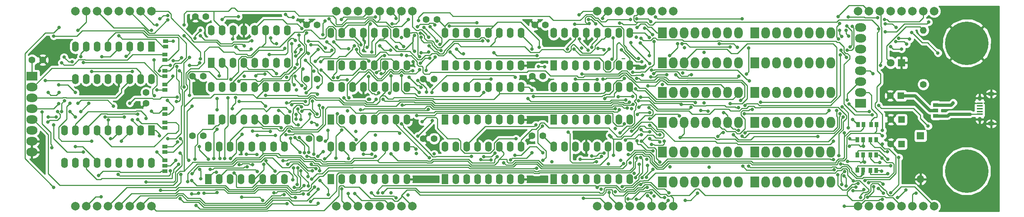
<source format=gtl>
G04 #@! TF.GenerationSoftware,KiCad,Pcbnew,no-vcs-found-9992a07~58~ubuntu16.04.1*
G04 #@! TF.CreationDate,2017-04-23T16:15:32+03:00*
G04 #@! TF.ProjectId,ND-01,4E442D30312E6B696361645F70636200,rev?*
G04 #@! TF.FileFunction,Copper,L1,Top,Signal*
G04 #@! TF.FilePolarity,Positive*
%FSLAX46Y46*%
G04 Gerber Fmt 4.6, Leading zero omitted, Abs format (unit mm)*
G04 Created by KiCad (PCBNEW no-vcs-found-9992a07~58~ubuntu16.04.1) date Sun Apr 23 16:15:32 2017*
%MOMM*%
%LPD*%
G01*
G04 APERTURE LIST*
%ADD10C,0.100000*%
%ADD11O,1.600000X2.400000*%
%ADD12R,1.600000X2.400000*%
%ADD13C,10.160000*%
%ADD14R,1.270000X0.970000*%
%ADD15R,0.970000X1.270000*%
%ADD16R,1.800000X1.800000*%
%ADD17C,1.800000*%
%ADD18C,2.000000*%
%ADD19R,1.600000X1.600000*%
%ADD20C,1.600000*%
%ADD21O,2.000000X2.600000*%
%ADD22R,2.000000X2.600000*%
%ADD23R,2.600000X2.000000*%
%ADD24O,2.600000X2.000000*%
%ADD25O,1.800000X1.800000*%
%ADD26O,1.600000X1.600000*%
%ADD27O,1.550000X1.000000*%
%ADD28O,0.950000X1.250000*%
%ADD29R,1.350000X0.400000*%
%ADD30C,0.800000*%
%ADD31C,0.250000*%
%ADD32C,0.762000*%
%ADD33C,0.279400*%
%ADD34C,0.254000*%
G04 APERTURE END LIST*
D10*
D11*
X161925000Y-91440000D03*
X179705000Y-99060000D03*
X164465000Y-91440000D03*
X177165000Y-99060000D03*
X167005000Y-91440000D03*
X174625000Y-99060000D03*
X169545000Y-91440000D03*
X172085000Y-99060000D03*
X172085000Y-91440000D03*
X169545000Y-99060000D03*
X174625000Y-91440000D03*
X167005000Y-99060000D03*
X177165000Y-91440000D03*
X164465000Y-99060000D03*
X179705000Y-91440000D03*
D12*
X161925000Y-99060000D03*
D11*
X161925000Y-105410000D03*
X179705000Y-113030000D03*
X164465000Y-105410000D03*
X177165000Y-113030000D03*
X167005000Y-105410000D03*
X174625000Y-113030000D03*
X169545000Y-105410000D03*
X172085000Y-113030000D03*
X172085000Y-105410000D03*
X169545000Y-113030000D03*
X174625000Y-105410000D03*
X167005000Y-113030000D03*
X177165000Y-105410000D03*
X164465000Y-113030000D03*
X179705000Y-105410000D03*
D12*
X161925000Y-113030000D03*
D13*
X258445000Y-111125000D03*
X258445000Y-81155000D03*
D14*
X251206000Y-95631000D03*
X251206000Y-96901000D03*
X251206000Y-98171000D03*
D12*
X109855000Y-99060000D03*
D11*
X127635000Y-91440000D03*
X112395000Y-99060000D03*
X125095000Y-91440000D03*
X114935000Y-99060000D03*
X122555000Y-91440000D03*
X117475000Y-99060000D03*
X120015000Y-91440000D03*
X120015000Y-99060000D03*
X117475000Y-91440000D03*
X122555000Y-99060000D03*
X114935000Y-91440000D03*
X125095000Y-99060000D03*
X112395000Y-91440000D03*
X127635000Y-99060000D03*
X109855000Y-91440000D03*
D12*
X67945000Y-81915000D03*
D11*
X50165000Y-89535000D03*
X65405000Y-81915000D03*
X52705000Y-89535000D03*
X62865000Y-81915000D03*
X55245000Y-89535000D03*
X60325000Y-81915000D03*
X57785000Y-89535000D03*
X57785000Y-81915000D03*
X60325000Y-89535000D03*
X55245000Y-81915000D03*
X62865000Y-89535000D03*
X52705000Y-81915000D03*
X65405000Y-89535000D03*
X50165000Y-81915000D03*
X67945000Y-89535000D03*
D12*
X136525000Y-113030000D03*
D11*
X154305000Y-105410000D03*
X139065000Y-113030000D03*
X151765000Y-105410000D03*
X141605000Y-113030000D03*
X149225000Y-105410000D03*
X144145000Y-113030000D03*
X146685000Y-105410000D03*
X146685000Y-113030000D03*
X144145000Y-105410000D03*
X149225000Y-113030000D03*
X141605000Y-105410000D03*
X151765000Y-113030000D03*
X139065000Y-105410000D03*
X154305000Y-113030000D03*
X136525000Y-105410000D03*
D12*
X161925000Y-86360000D03*
D11*
X179705000Y-78740000D03*
X164465000Y-86360000D03*
X177165000Y-78740000D03*
X167005000Y-86360000D03*
X174625000Y-78740000D03*
X169545000Y-86360000D03*
X172085000Y-78740000D03*
X172085000Y-86360000D03*
X169545000Y-78740000D03*
X174625000Y-86360000D03*
X167005000Y-78740000D03*
X177165000Y-86360000D03*
X164465000Y-78740000D03*
X179705000Y-86360000D03*
X161925000Y-78740000D03*
D14*
X71120000Y-108585000D03*
X71120000Y-109855000D03*
X71120000Y-111125000D03*
D12*
X136525000Y-86360000D03*
D11*
X154305000Y-78740000D03*
X139065000Y-86360000D03*
X151765000Y-78740000D03*
X141605000Y-86360000D03*
X149225000Y-78740000D03*
X144145000Y-86360000D03*
X146685000Y-78740000D03*
X146685000Y-86360000D03*
X144145000Y-78740000D03*
X149225000Y-86360000D03*
X141605000Y-78740000D03*
X151765000Y-86360000D03*
X139065000Y-78740000D03*
X154305000Y-86360000D03*
X136525000Y-78740000D03*
D14*
X71120000Y-105405000D03*
X71120000Y-106685000D03*
X71120000Y-99690000D03*
X71120000Y-100970000D03*
X71120000Y-97795000D03*
X71120000Y-96515000D03*
X71120000Y-90800000D03*
X71120000Y-92080000D03*
X71120000Y-88905000D03*
X71120000Y-87625000D03*
X71252500Y-80640000D03*
X71252500Y-81920000D03*
X71120000Y-83810000D03*
X71120000Y-85090000D03*
D15*
X234320000Y-100208000D03*
X233040000Y-100208000D03*
X237241000Y-111003000D03*
X235961000Y-111003000D03*
X234193000Y-110876000D03*
X232913000Y-110876000D03*
X235961000Y-107315000D03*
X237241000Y-107315000D03*
X236088000Y-100208000D03*
X237368000Y-100208000D03*
X234193000Y-103759000D03*
X232913000Y-103759000D03*
X237241000Y-103759000D03*
X235961000Y-103759000D03*
X232913000Y-107315000D03*
X234193000Y-107315000D03*
D16*
X243205000Y-85725000D03*
D17*
X240665000Y-85725000D03*
D18*
X50165000Y-119380000D03*
X52705000Y-119380000D03*
X55245000Y-119380000D03*
X57785000Y-119380000D03*
X60325000Y-119380000D03*
X62865000Y-119380000D03*
X65405000Y-119380000D03*
X67945000Y-119380000D03*
X67945000Y-73660000D03*
X65405000Y-73660000D03*
X62865000Y-73660000D03*
X60325000Y-73660000D03*
X57785000Y-73660000D03*
X55245000Y-73660000D03*
X52705000Y-73660000D03*
X50165000Y-73660000D03*
X123825000Y-73660000D03*
X128905000Y-73660000D03*
X111125000Y-73660000D03*
X116205000Y-73660000D03*
X121285000Y-73660000D03*
X126365000Y-73660000D03*
X118745000Y-73660000D03*
X113665000Y-73660000D03*
X116205000Y-119380000D03*
X111125000Y-119380000D03*
X113665000Y-119380000D03*
X128905000Y-119380000D03*
X121285000Y-119380000D03*
X118745000Y-119380000D03*
X126365000Y-119380000D03*
X123825000Y-119380000D03*
X174625000Y-73660000D03*
X172085000Y-73660000D03*
X182245000Y-73660000D03*
X179705000Y-73660000D03*
X184785000Y-73660000D03*
X187325000Y-73660000D03*
X189865000Y-73660000D03*
X177165000Y-73660000D03*
X182245000Y-119380000D03*
X189865000Y-119380000D03*
X179705000Y-119380000D03*
X184785000Y-119380000D03*
X177165000Y-119380000D03*
X172085000Y-119380000D03*
X187325000Y-119380000D03*
X174625000Y-119380000D03*
X245745000Y-73660000D03*
X235585000Y-73660000D03*
X238125000Y-73660000D03*
X248285000Y-73660000D03*
X233045000Y-73660000D03*
X250825000Y-73660000D03*
X243205000Y-73660000D03*
X240665000Y-73660000D03*
X240665000Y-119380000D03*
X250825000Y-119380000D03*
X245745000Y-119380000D03*
X238125000Y-119380000D03*
X233045000Y-119380000D03*
X235585000Y-119380000D03*
X248285000Y-119380000D03*
X243205000Y-119380000D03*
D19*
X243205000Y-99060000D03*
D20*
X240705000Y-99060000D03*
X240578000Y-93472000D03*
D19*
X243078000Y-93472000D03*
X243205000Y-104775000D03*
D20*
X240705000Y-104775000D03*
X107275000Y-103505000D03*
X104775000Y-103505000D03*
X157520000Y-76835000D03*
X160020000Y-76835000D03*
X77550000Y-102870000D03*
X80050000Y-102870000D03*
X77550000Y-88900000D03*
X80050000Y-88900000D03*
X106680000Y-76835000D03*
X104180000Y-76835000D03*
X66675000Y-92710000D03*
X66675000Y-95210000D03*
X134660000Y-75565000D03*
X132160000Y-75565000D03*
X156885000Y-102870000D03*
X159385000Y-102870000D03*
X133985000Y-89535000D03*
X131485000Y-89535000D03*
X131485000Y-103505000D03*
X133985000Y-103505000D03*
X40045000Y-85090000D03*
X42545000Y-85090000D03*
X156925000Y-88900000D03*
X159425000Y-88900000D03*
X80685000Y-74930000D03*
X78185000Y-74930000D03*
X106680000Y-89535000D03*
X104180000Y-89535000D03*
D21*
X205105000Y-92710000D03*
X202565000Y-92710000D03*
X200025000Y-92710000D03*
X197485000Y-92710000D03*
X194945000Y-92710000D03*
X192405000Y-92710000D03*
X189865000Y-92710000D03*
D22*
X187325000Y-92710000D03*
D21*
X226695000Y-106680000D03*
X224155000Y-106680000D03*
X221615000Y-106680000D03*
X219075000Y-106680000D03*
X216535000Y-106680000D03*
X213995000Y-106680000D03*
X211455000Y-106680000D03*
D22*
X208915000Y-106680000D03*
D21*
X226695000Y-113665000D03*
X224155000Y-113665000D03*
X221615000Y-113665000D03*
X219075000Y-113665000D03*
X216535000Y-113665000D03*
X213995000Y-113665000D03*
X211455000Y-113665000D03*
D22*
X208915000Y-113665000D03*
D23*
X40005000Y-88900000D03*
D24*
X40005000Y-91440000D03*
X40005000Y-93980000D03*
X40005000Y-96520000D03*
X40005000Y-99060000D03*
X40005000Y-101600000D03*
X40005000Y-104140000D03*
X40005000Y-106680000D03*
X233680000Y-77470000D03*
X233680000Y-80010000D03*
X233680000Y-82550000D03*
X233680000Y-85090000D03*
X233680000Y-87630000D03*
X233680000Y-90170000D03*
X233680000Y-92710000D03*
D23*
X233680000Y-95250000D03*
D22*
X187325000Y-78740000D03*
D21*
X189865000Y-78740000D03*
X192405000Y-78740000D03*
X194945000Y-78740000D03*
X197485000Y-78740000D03*
X200025000Y-78740000D03*
X202565000Y-78740000D03*
X205105000Y-78740000D03*
X205105000Y-85725000D03*
X202565000Y-85725000D03*
X200025000Y-85725000D03*
X197485000Y-85725000D03*
X194945000Y-85725000D03*
X192405000Y-85725000D03*
X189865000Y-85725000D03*
D22*
X187325000Y-85725000D03*
D21*
X205105000Y-99695000D03*
X202565000Y-99695000D03*
X200025000Y-99695000D03*
X197485000Y-99695000D03*
X194945000Y-99695000D03*
X192405000Y-99695000D03*
X189865000Y-99695000D03*
D22*
X187325000Y-99695000D03*
X187325000Y-106680000D03*
D21*
X189865000Y-106680000D03*
X192405000Y-106680000D03*
X194945000Y-106680000D03*
X197485000Y-106680000D03*
X200025000Y-106680000D03*
X202565000Y-106680000D03*
X205105000Y-106680000D03*
X205105000Y-113665000D03*
X202565000Y-113665000D03*
X200025000Y-113665000D03*
X197485000Y-113665000D03*
X194945000Y-113665000D03*
X192405000Y-113665000D03*
X189865000Y-113665000D03*
D22*
X187325000Y-113665000D03*
X208915000Y-78740000D03*
D21*
X211455000Y-78740000D03*
X213995000Y-78740000D03*
X216535000Y-78740000D03*
X219075000Y-78740000D03*
X221615000Y-78740000D03*
X224155000Y-78740000D03*
X226695000Y-78740000D03*
X226695000Y-85725000D03*
X224155000Y-85725000D03*
X221615000Y-85725000D03*
X219075000Y-85725000D03*
X216535000Y-85725000D03*
X213995000Y-85725000D03*
X211455000Y-85725000D03*
D22*
X208915000Y-85725000D03*
X208915000Y-92710000D03*
D21*
X211455000Y-92710000D03*
X213995000Y-92710000D03*
X216535000Y-92710000D03*
X219075000Y-92710000D03*
X221615000Y-92710000D03*
X224155000Y-92710000D03*
X226695000Y-92710000D03*
D22*
X208915000Y-99695000D03*
D21*
X211455000Y-99695000D03*
X213995000Y-99695000D03*
X216535000Y-99695000D03*
X219075000Y-99695000D03*
X221615000Y-99695000D03*
X224155000Y-99695000D03*
X226695000Y-99695000D03*
D25*
X247650000Y-113030000D03*
D16*
X247650000Y-102870000D03*
D11*
X136525000Y-91440000D03*
X154305000Y-99060000D03*
X139065000Y-91440000D03*
X151765000Y-99060000D03*
X141605000Y-91440000D03*
X149225000Y-99060000D03*
X144145000Y-91440000D03*
X146685000Y-99060000D03*
X146685000Y-91440000D03*
X144145000Y-99060000D03*
X149225000Y-91440000D03*
X141605000Y-99060000D03*
X151765000Y-91440000D03*
X139065000Y-99060000D03*
X154305000Y-91440000D03*
D12*
X136525000Y-99060000D03*
D11*
X109855000Y-105410000D03*
X127635000Y-113030000D03*
X112395000Y-105410000D03*
X125095000Y-113030000D03*
X114935000Y-105410000D03*
X122555000Y-113030000D03*
X117475000Y-105410000D03*
X120015000Y-113030000D03*
X120015000Y-105410000D03*
X117475000Y-113030000D03*
X122555000Y-105410000D03*
X114935000Y-113030000D03*
X125095000Y-105410000D03*
X112395000Y-113030000D03*
X127635000Y-105410000D03*
D12*
X109855000Y-113030000D03*
D11*
X109855000Y-78740000D03*
X127635000Y-86360000D03*
X112395000Y-78740000D03*
X125095000Y-86360000D03*
X114935000Y-78740000D03*
X122555000Y-86360000D03*
X117475000Y-78740000D03*
X120015000Y-86360000D03*
X120015000Y-78740000D03*
X117475000Y-86360000D03*
X122555000Y-78740000D03*
X114935000Y-86360000D03*
X125095000Y-78740000D03*
X112395000Y-86360000D03*
X127635000Y-78740000D03*
D12*
X109855000Y-86360000D03*
D11*
X81915000Y-91440000D03*
X99695000Y-99060000D03*
X84455000Y-91440000D03*
X97155000Y-99060000D03*
X86995000Y-91440000D03*
X94615000Y-99060000D03*
X89535000Y-91440000D03*
X92075000Y-99060000D03*
X92075000Y-91440000D03*
X89535000Y-99060000D03*
X94615000Y-91440000D03*
X86995000Y-99060000D03*
X97155000Y-91440000D03*
X84455000Y-99060000D03*
X99695000Y-91440000D03*
D12*
X81915000Y-99060000D03*
X81280000Y-113030000D03*
D11*
X99060000Y-105410000D03*
X83820000Y-113030000D03*
X96520000Y-105410000D03*
X86360000Y-113030000D03*
X93980000Y-105410000D03*
X88900000Y-113030000D03*
X91440000Y-105410000D03*
X91440000Y-113030000D03*
X88900000Y-105410000D03*
X93980000Y-113030000D03*
X86360000Y-105410000D03*
X96520000Y-113030000D03*
X83820000Y-105410000D03*
X99060000Y-113030000D03*
X81280000Y-105410000D03*
D12*
X81915000Y-85725000D03*
D11*
X99695000Y-78105000D03*
X84455000Y-85725000D03*
X97155000Y-78105000D03*
X86995000Y-85725000D03*
X94615000Y-78105000D03*
X89535000Y-85725000D03*
X92075000Y-78105000D03*
X92075000Y-85725000D03*
X89535000Y-78105000D03*
X94615000Y-85725000D03*
X86995000Y-78105000D03*
X97155000Y-85725000D03*
X84455000Y-78105000D03*
X99695000Y-85725000D03*
X81915000Y-78105000D03*
D12*
X67945000Y-101600000D03*
D11*
X47625000Y-109220000D03*
X65405000Y-101600000D03*
X50165000Y-109220000D03*
X62865000Y-101600000D03*
X52705000Y-109220000D03*
X60325000Y-101600000D03*
X55245000Y-109220000D03*
X57785000Y-101600000D03*
X57785000Y-109220000D03*
X55245000Y-101600000D03*
X60325000Y-109220000D03*
X52705000Y-101600000D03*
X62865000Y-109220000D03*
X50165000Y-101600000D03*
X65405000Y-109220000D03*
X47625000Y-101600000D03*
X67945000Y-109220000D03*
D20*
X248285000Y-90805000D03*
D26*
X248285000Y-78105000D03*
D27*
X264160000Y-93020000D03*
X264160000Y-100020000D03*
D28*
X261460000Y-94020000D03*
X261460000Y-99020000D03*
D29*
X261460000Y-95220000D03*
X261460000Y-95870000D03*
X261460000Y-96520000D03*
X261460000Y-97170000D03*
X261460000Y-97820000D03*
D30*
X168882531Y-117509742D03*
X120859147Y-116237021D03*
X172074885Y-114975736D03*
X233643382Y-117329989D03*
X231968899Y-113454070D03*
X112427021Y-115280020D03*
X56147481Y-117179971D03*
X62033429Y-84258429D03*
X69215000Y-106680000D03*
X52070000Y-106680000D03*
X45085000Y-100330000D03*
X45720000Y-98425000D03*
X43815000Y-98425000D03*
X43815000Y-92710000D03*
X46355000Y-92710000D03*
X184697216Y-116245324D03*
X121950311Y-116237021D03*
X182242481Y-114305395D03*
X188819283Y-116235959D03*
X236723023Y-114775979D03*
X235287549Y-117272863D03*
X181229000Y-117729000D03*
X103418856Y-116480788D03*
X245099181Y-80188687D03*
X242570000Y-80010000D03*
X240665000Y-109855000D03*
X241861442Y-80735010D03*
X244402885Y-81352115D03*
X238125000Y-109129990D03*
X239374831Y-78481023D03*
X249555000Y-76200000D03*
X240030000Y-111760000D03*
X106921114Y-115377803D03*
X195580000Y-116332000D03*
X192659000Y-117983000D03*
X188722000Y-117983000D03*
X71664990Y-94608769D03*
X68643376Y-93489662D03*
X52059967Y-85712025D03*
X51435000Y-84297735D03*
X69215000Y-92075000D03*
X68580000Y-85090000D03*
X60325000Y-79375000D03*
X198247000Y-110236000D03*
X179832000Y-109220000D03*
X101854000Y-92075000D03*
X89662000Y-88900000D03*
X173863000Y-94107000D03*
X108408927Y-108253073D03*
X144018000Y-76327000D03*
X126402582Y-79804190D03*
X255270000Y-95123000D03*
X73773363Y-94796929D03*
X74735880Y-103558742D03*
X73840149Y-86571580D03*
X240029992Y-108404988D03*
X240665000Y-81915000D03*
X243205000Y-82550000D03*
X179308815Y-117692010D03*
X119381410Y-116237021D03*
X187833000Y-117348000D03*
X125095000Y-117438010D03*
X238690724Y-117782012D03*
X101596271Y-117342457D03*
X96556138Y-116230968D03*
X242570000Y-107950000D03*
X240665000Y-116205000D03*
X229870000Y-119380000D03*
X236480238Y-88264926D03*
X239902025Y-106622826D03*
X127952918Y-75637483D03*
X109407480Y-75470185D03*
X177314564Y-76489980D03*
X237834010Y-77820919D03*
X71755000Y-74659966D03*
X69900817Y-75468500D03*
X238760000Y-101600000D03*
X230490586Y-94503706D03*
X229316313Y-96069826D03*
X230786433Y-100978837D03*
X231140000Y-103505000D03*
X232540654Y-114927491D03*
X91440000Y-80617957D03*
X182342520Y-80046718D03*
X130809698Y-78789977D03*
X146626100Y-80557386D03*
X238284021Y-86360000D03*
X236336703Y-97935878D03*
X71755000Y-75659979D03*
X79375000Y-79375000D03*
X56313996Y-84353968D03*
X47625000Y-94615000D03*
X46990000Y-97155000D03*
X48895000Y-97155000D03*
X50165000Y-98425000D03*
X57150000Y-98425000D03*
X61595000Y-98425000D03*
X64770000Y-99060000D03*
X231775000Y-99060000D03*
X43180000Y-89916000D03*
X42418000Y-97282000D03*
X44704000Y-105664000D03*
X55626000Y-112141000D03*
X132715000Y-79756000D03*
X89607115Y-81824990D03*
X177794360Y-82708119D03*
X257810000Y-95250000D03*
X129059670Y-85528510D03*
X117509504Y-82897232D03*
X97663000Y-96901000D03*
X72355012Y-111039539D03*
X60183923Y-111882243D03*
X238849627Y-114210373D03*
X235544587Y-113856094D03*
X229882653Y-111255334D03*
X104493586Y-112431990D03*
X238576688Y-111185206D03*
X229235000Y-114300000D03*
X77470000Y-111760000D03*
X179404218Y-107247909D03*
X173672779Y-106893121D03*
X145629380Y-107786010D03*
X148186964Y-106924360D03*
X119409461Y-107148918D03*
X74286631Y-109541612D03*
X234131730Y-111796990D03*
X170815000Y-107605990D03*
X229022659Y-109432532D03*
X227256646Y-108478195D03*
X117475000Y-107224990D03*
X92573167Y-107266631D03*
X90135433Y-107218945D03*
X205649990Y-94563176D03*
X207505578Y-109945010D03*
X127539112Y-84109980D03*
X238669990Y-108090346D03*
X53340000Y-95250000D03*
X51435000Y-97155000D03*
X50165000Y-105410000D03*
X99564265Y-95140022D03*
X180156574Y-101763990D03*
X103921833Y-94835547D03*
X73939968Y-93810893D03*
X230587669Y-108905300D03*
X45989987Y-97155000D03*
X43718499Y-99644183D03*
X234594737Y-109080701D03*
X227330000Y-104140000D03*
X62865000Y-95250000D03*
X181829967Y-96194989D03*
X180453619Y-95528571D03*
X74647823Y-106952857D03*
X228597493Y-107525882D03*
X234673369Y-113365173D03*
X233044749Y-114063829D03*
X228313559Y-112037291D03*
X100728300Y-95605032D03*
X238760000Y-104775000D03*
X66675000Y-113665000D03*
X103562301Y-114513652D03*
X77347977Y-113397056D03*
X231043499Y-105359183D03*
X234315000Y-105319990D03*
X70069708Y-115660010D03*
X238760000Y-102870000D03*
X229821328Y-102170223D03*
X76381297Y-113653092D03*
X184242542Y-79817341D03*
X185405006Y-80753200D03*
X180416790Y-87965564D03*
X101321933Y-90906700D03*
X170815000Y-82097385D03*
X158564538Y-82157732D03*
X137502945Y-77157164D03*
X129397676Y-79369585D03*
X119435088Y-83184754D03*
X125214360Y-82074019D03*
X104648022Y-83566000D03*
X129385200Y-83062977D03*
X103106638Y-77737876D03*
X104197860Y-78744977D03*
X174878803Y-82581895D03*
X165123251Y-82538732D03*
X166708841Y-82538732D03*
X184186946Y-96286051D03*
X177442734Y-102160894D03*
X103367322Y-87229606D03*
X103814259Y-91812023D03*
X83820000Y-88809990D03*
X102660807Y-106774216D03*
X101122913Y-110434266D03*
X102023527Y-114332021D03*
X78397515Y-119169043D03*
X100465632Y-103476008D03*
X99622266Y-118781990D03*
X102235000Y-100286957D03*
X102962149Y-96061811D03*
X100725589Y-81302291D03*
X95834183Y-79913500D03*
X97155000Y-81280000D03*
X74848047Y-111917649D03*
X76650940Y-108595819D03*
X76835000Y-93345000D03*
X77470000Y-95885000D03*
X79405067Y-84819485D03*
X75565000Y-79375000D03*
X69215000Y-76835000D03*
X103092078Y-91120302D03*
X101495290Y-88900000D03*
X103670766Y-106839021D03*
X101464222Y-103255978D03*
X102121678Y-110384336D03*
X101272599Y-114992423D03*
X98959485Y-116686866D03*
X102116211Y-96595115D03*
X97155000Y-88265000D03*
X102870000Y-99060000D03*
X176974595Y-93733725D03*
X91258015Y-82517979D03*
X180421494Y-93628548D03*
X204869196Y-82141484D03*
X190461883Y-88569225D03*
X200660000Y-81316990D03*
X205232000Y-88900000D03*
X87634660Y-82067968D03*
X67945000Y-78105000D03*
X101600000Y-80518000D03*
X95504000Y-83820000D03*
X79203032Y-85801840D03*
X47516443Y-84418010D03*
X49403008Y-85520909D03*
X63500000Y-87789021D03*
X53974590Y-87788266D03*
X76834992Y-86355023D03*
X73049895Y-85234361D03*
X74934977Y-84553526D03*
X72390000Y-86360000D03*
X69850000Y-87630000D03*
X50800000Y-78105000D03*
X86915510Y-80191880D03*
X46264990Y-95322115D03*
X105891297Y-87703284D03*
X104066012Y-92789941D03*
X191868853Y-81316988D03*
X203200000Y-82042000D03*
X99568000Y-89154000D03*
X104727088Y-106766687D03*
X103914621Y-85130199D03*
X102524317Y-103256031D03*
X45085000Y-114935000D03*
X46355000Y-77470000D03*
X181399785Y-77425680D03*
X120257331Y-74988451D03*
X75565000Y-76835000D03*
X181283406Y-108120740D03*
X184629131Y-76071761D03*
X188984659Y-84088948D03*
X190868840Y-81316990D03*
X83947000Y-108240990D03*
X89033523Y-117229073D03*
X183142428Y-77597864D03*
X105156000Y-118237000D03*
X181356000Y-75438000D03*
X185039000Y-79121000D03*
X93980000Y-117983000D03*
X105409992Y-112984612D03*
X175576743Y-84931928D03*
X159291207Y-100569978D03*
X175819506Y-79947504D03*
X157931450Y-110495628D03*
X159424629Y-108617663D03*
X167894855Y-74536735D03*
X173481665Y-89567011D03*
X172085000Y-89640000D03*
X167005000Y-89535000D03*
X170053000Y-75565000D03*
X171784259Y-76610030D03*
X100965000Y-113157000D03*
X104975676Y-97747407D03*
X86487000Y-89662000D03*
X132711820Y-83233035D03*
X183921968Y-91204643D03*
X181718708Y-84735956D03*
X130899582Y-83355041D03*
X101525471Y-83194408D03*
X110532336Y-80836106D03*
X108584998Y-82296084D03*
X99069279Y-82380713D03*
X102522153Y-81694168D03*
X126380276Y-83886595D03*
X115844977Y-82600780D03*
X85089996Y-108240990D03*
X87287211Y-111581055D03*
X114046000Y-82423000D03*
X170256523Y-76544082D03*
X173358072Y-75373340D03*
X166878000Y-76708000D03*
X104648000Y-80645000D03*
X85852000Y-93980000D03*
X105567372Y-111084590D03*
X108077000Y-106626989D03*
X114049770Y-93957710D03*
X185714895Y-74985996D03*
X133030112Y-77335498D03*
X135330667Y-81430701D03*
X132967987Y-84683046D03*
X130755722Y-85829040D03*
X130309989Y-75854278D03*
X112420908Y-101509990D03*
X179905988Y-75589958D03*
X111016469Y-108126014D03*
X207508540Y-82288576D03*
X105277150Y-109573427D03*
X105277149Y-109573427D03*
X106802708Y-107713612D03*
X107274167Y-111062843D03*
X206939959Y-88405019D03*
X128960033Y-87593115D03*
X205994000Y-75438000D03*
X99794417Y-109562686D03*
X94167481Y-109568979D03*
X182563320Y-112695721D03*
X183887344Y-116883894D03*
X183891022Y-109791494D03*
X178246640Y-109342039D03*
X150277990Y-109186430D03*
X144886512Y-108455465D03*
X197104000Y-95123000D03*
X120269000Y-107660011D03*
X147247426Y-108529925D03*
X104305303Y-107673396D03*
X106407276Y-110541833D03*
X182199544Y-81137224D03*
X151825993Y-108508940D03*
X178673334Y-103902011D03*
X182380319Y-102639386D03*
X194102885Y-88580063D03*
X184309245Y-84052486D03*
X185334334Y-88281066D03*
X156879286Y-106838910D03*
X98646299Y-108737968D03*
X183798465Y-114983872D03*
X183563333Y-112633839D03*
X88350611Y-90061358D03*
X118910003Y-94338710D03*
X118704868Y-94338710D03*
X186768580Y-109030001D03*
X182433830Y-104158462D03*
X184374961Y-98914583D03*
X184367010Y-100387504D03*
X185095510Y-110754450D03*
X142714693Y-107660020D03*
X126396609Y-100112990D03*
X191337670Y-98203021D03*
X101461844Y-86928173D03*
X107554978Y-87417032D03*
X91591197Y-109667738D03*
X92711624Y-111282045D03*
X88396939Y-109667823D03*
X86383894Y-108240990D03*
X113638929Y-89719747D03*
X96849798Y-111185522D03*
X94725834Y-108732073D03*
X87630000Y-93853000D03*
X86868000Y-96520000D03*
X89154000Y-102489000D03*
X116897461Y-81497010D03*
X107969355Y-96256504D03*
X115323685Y-81744339D03*
X107501811Y-85475388D03*
X182270859Y-107962811D03*
X130925741Y-79783233D03*
X135604307Y-82890268D03*
X177912232Y-114802551D03*
X174879008Y-116180033D03*
X176345789Y-115970841D03*
X137715112Y-83259543D03*
X188373239Y-88525022D03*
X101637341Y-84188143D03*
X102951154Y-82653353D03*
X182474941Y-85519679D03*
X110081995Y-82840990D03*
X82550002Y-108240990D03*
X83114477Y-111420754D03*
X83312000Y-94106998D03*
X92312134Y-88809990D03*
X184657994Y-89027000D03*
X105208569Y-81498135D03*
X94488000Y-88425033D03*
X83312000Y-96774000D03*
X83312000Y-101346000D03*
X187342962Y-90808068D03*
X90291224Y-110117834D03*
X81280008Y-108331000D03*
X81706756Y-110779989D03*
X102854605Y-111065274D03*
X104570476Y-116560322D03*
X106072049Y-114849491D03*
X104571184Y-114660299D03*
X79121000Y-105410000D03*
X113919000Y-116429963D03*
X123954789Y-116237021D03*
X127889000Y-116713000D03*
X210312000Y-94996000D03*
X78100952Y-108326603D03*
X83278298Y-116180042D03*
X80197383Y-116368990D03*
X106934000Y-118708010D03*
X79248000Y-110744000D03*
X79502000Y-112903000D03*
X78936848Y-116303081D03*
X77343000Y-116459000D03*
X74676000Y-117602000D03*
X107124802Y-95721010D03*
X124202512Y-76616050D03*
X106872722Y-82599961D03*
X106832968Y-91500725D03*
X101689685Y-98970323D03*
X103089216Y-97073428D03*
X101696502Y-97840813D03*
X100330000Y-97155000D03*
X99332332Y-102633727D03*
X95758000Y-101869987D03*
X105913089Y-107223393D03*
X107303332Y-113386282D03*
X109292262Y-116630058D03*
X115439831Y-116417478D03*
X91567000Y-101727000D03*
X131611659Y-77430341D03*
X134273462Y-84406127D03*
X134638724Y-80708733D03*
X132659112Y-96683990D03*
X197104000Y-83312000D03*
X192532000Y-82169000D03*
X98251823Y-100979501D03*
X125058042Y-75373309D03*
X132103402Y-87539990D03*
X132211660Y-92578340D03*
X130141231Y-89927799D03*
X100108721Y-101763990D03*
X105516429Y-94710667D03*
X192097603Y-88138000D03*
X102004423Y-86088166D03*
X102447305Y-79266983D03*
X96901000Y-102743008D03*
X92710000Y-102743000D03*
X101045965Y-75093990D03*
X99309544Y-74435776D03*
X108585000Y-104140000D03*
X109220000Y-101600000D03*
X106680000Y-100330000D03*
X105410000Y-99695000D03*
X106680000Y-97790000D03*
X181229000Y-79755999D03*
X168443356Y-82248810D03*
X75586970Y-91452920D03*
X88416813Y-94813357D03*
X94615000Y-95885000D03*
X76835000Y-84455000D03*
X78105000Y-80010000D03*
X79375000Y-78105000D03*
X84455000Y-75565000D03*
X88265000Y-74930000D03*
X179941764Y-81019420D03*
X108534856Y-75958602D03*
X112287996Y-75560558D03*
X184374967Y-85952508D03*
X108955894Y-80836106D03*
X108004980Y-79149384D03*
X106764121Y-93157256D03*
X106211590Y-85400005D03*
X94615000Y-93345000D03*
X158064415Y-84057754D03*
X132777994Y-81783024D03*
X126852712Y-81919441D03*
X182339980Y-101428805D03*
X184367010Y-101971925D03*
X184323402Y-103501408D03*
X147921077Y-83373954D03*
X145327409Y-80573901D03*
X159849304Y-86691945D03*
X158399293Y-86646021D03*
X186764696Y-104301033D03*
X182630902Y-88631128D03*
X230390293Y-77086027D03*
X231187143Y-82061180D03*
X228802586Y-97729267D03*
X205924921Y-102918602D03*
X168529000Y-88392000D03*
X174962238Y-102757253D03*
X175321901Y-103125302D03*
X175879738Y-107478990D03*
X159363262Y-106851672D03*
X173076405Y-107695843D03*
X186717043Y-102575911D03*
X123950021Y-107097990D03*
X115824000Y-103754023D03*
X148705259Y-107779576D03*
X110466789Y-89218122D03*
X111379000Y-97695021D03*
X118722217Y-85324013D03*
X228745020Y-78149361D03*
X229277499Y-79623134D03*
X223647000Y-102997000D03*
X203962000Y-102616000D03*
X201549000Y-102108000D03*
X200279000Y-102997000D03*
X168148000Y-108331000D03*
X152908000Y-107427966D03*
X120541733Y-88057133D03*
X178421483Y-89377634D03*
X145606189Y-92732298D03*
X157189805Y-93671935D03*
X203143722Y-95315598D03*
X201676000Y-97447141D03*
X126365000Y-88742747D03*
X121668681Y-88291517D03*
X181310380Y-89392645D03*
X230251000Y-78105012D03*
X230879986Y-79498353D03*
X229063138Y-82776691D03*
X228350660Y-74934660D03*
X228055010Y-96906846D03*
X206642392Y-102221997D03*
X230378000Y-84455000D03*
X205105000Y-101600000D03*
X167956645Y-80167954D03*
X173725265Y-82691580D03*
X170006024Y-82758318D03*
X134194803Y-76885464D03*
X130125609Y-77318409D03*
X118291701Y-82123851D03*
X121321603Y-81764120D03*
X122381631Y-84029899D03*
X172265004Y-82340053D03*
X184816642Y-87416465D03*
X123849022Y-82789303D03*
X208286696Y-96675320D03*
X207619748Y-90031766D03*
X119103463Y-76643036D03*
X112886216Y-93957710D03*
X120421957Y-94338710D03*
X122041040Y-94338710D03*
X179637905Y-94950094D03*
X181731473Y-94686849D03*
X197973445Y-97071663D03*
X194034920Y-96195826D03*
X196271962Y-96960042D03*
X206454030Y-97713861D03*
X111466802Y-89218120D03*
X228763990Y-76568629D03*
X228449814Y-80184347D03*
X246634000Y-116332000D03*
X251714000Y-83439000D03*
X245618000Y-78613000D03*
X241935000Y-77470000D03*
X239395000Y-76581000D03*
X226314000Y-96901000D03*
X179124840Y-96386604D03*
X126498348Y-95656970D03*
X194997436Y-95060020D03*
X118646809Y-88959089D03*
X181103930Y-91894988D03*
X121030418Y-92803809D03*
X230781918Y-74985172D03*
X231667387Y-77174907D03*
X228912709Y-83934226D03*
X230513149Y-82799933D03*
X206592010Y-95739357D03*
X237621660Y-75179340D03*
X239268000Y-75565000D03*
X185140759Y-106390855D03*
X123565856Y-92859290D03*
X129943909Y-98134010D03*
X181428802Y-104080002D03*
X184824978Y-104934967D03*
X187749187Y-104125529D03*
X123872709Y-88790443D03*
X230940597Y-95403252D03*
X178462454Y-100105049D03*
X242316000Y-117348000D03*
X244221000Y-115570000D03*
X249428000Y-100584000D03*
X237871000Y-95758000D03*
X235712000Y-97155000D03*
X229616000Y-98425000D03*
X191516000Y-103251000D03*
X130562381Y-84296486D03*
X130629988Y-87367188D03*
X178756257Y-94478162D03*
X155893212Y-94121946D03*
X191694203Y-95510022D03*
X182284631Y-93831653D03*
X128146060Y-89158849D03*
X130927983Y-91536048D03*
X205071860Y-96229010D03*
X239014000Y-116332000D03*
X237767297Y-115225990D03*
X234442000Y-115443000D03*
X231902000Y-115697000D03*
X230217314Y-114646954D03*
X229763570Y-112298660D03*
X227426890Y-110840882D03*
X206121000Y-109982000D03*
X181934322Y-109512803D03*
X171958000Y-108979920D03*
X181105010Y-112708134D03*
X165354000Y-101981000D03*
X130548609Y-92732326D03*
X125911147Y-102262174D03*
X189104173Y-110131290D03*
X180739694Y-111683214D03*
X153093549Y-103563549D03*
X131191000Y-99568000D03*
X113792000Y-97028000D03*
X134004316Y-107089635D03*
X129848873Y-106995397D03*
X185420000Y-116967000D03*
X172978977Y-115403103D03*
X120269008Y-102709969D03*
X115697000Y-101854000D03*
X176298419Y-96533770D03*
X176290550Y-101213761D03*
X116840000Y-96774000D03*
X177292000Y-96773996D03*
X180112679Y-96542158D03*
X177593119Y-108585115D03*
X132880649Y-108064289D03*
X161544000Y-108966000D03*
X183720222Y-108341483D03*
X181450436Y-97845367D03*
X184404000Y-97409000D03*
X174752000Y-109429947D03*
X114046000Y-108204000D03*
X129772813Y-105998282D03*
X133594283Y-99288032D03*
X130213067Y-102920020D03*
X140883101Y-83639983D03*
X139264321Y-82524030D03*
X152977965Y-89135009D03*
X133477000Y-92710000D03*
X147320000Y-89535000D03*
X156845000Y-82550000D03*
X156884536Y-92221924D03*
X157749608Y-100302769D03*
X74478013Y-87586871D03*
X73025000Y-80645000D03*
X71755000Y-103505000D03*
X69850000Y-102870000D03*
X63500000Y-99150010D03*
X46264990Y-90906751D03*
X46990000Y-85725000D03*
X50165000Y-92710000D03*
X50800000Y-95250000D03*
X59055000Y-95885000D03*
X45085000Y-79465010D03*
X60960000Y-104140000D03*
X72934990Y-88900000D03*
X48895000Y-95250000D03*
X53975000Y-104140000D03*
X58420000Y-103505000D03*
X67935880Y-97116433D03*
X57857115Y-99150010D03*
X74077337Y-104311301D03*
X64770000Y-97790000D03*
X66675000Y-98780032D03*
X73660000Y-108585000D03*
D31*
X178419228Y-84741021D02*
X177853543Y-84741021D01*
X178486021Y-84741021D02*
X178419228Y-84741021D01*
X181479269Y-113883146D02*
X180357394Y-115005021D01*
X182095299Y-113427258D02*
X181639411Y-113883146D01*
X230230655Y-110530332D02*
X229534651Y-110530332D01*
X182965352Y-113427258D02*
X182095299Y-113427258D01*
X181639411Y-113883146D02*
X181479269Y-113883146D01*
X176591689Y-114555010D02*
X172495611Y-114555010D01*
X229029984Y-111034999D02*
X228258092Y-111034999D01*
X230607655Y-110907332D02*
X230230655Y-110530332D01*
X228258092Y-111034999D02*
X227697089Y-111596002D01*
X183973207Y-113358849D02*
X183033761Y-113358849D01*
X229534651Y-110530332D02*
X229029984Y-111034999D01*
X227697089Y-111596002D02*
X185736054Y-111596002D01*
X185736054Y-111596002D02*
X183973207Y-113358849D01*
X178782764Y-115005021D02*
X178260233Y-115527552D01*
X177564231Y-115527552D02*
X176591689Y-114555010D01*
X231968899Y-113454070D02*
X230607655Y-112092826D01*
X180357394Y-115005021D02*
X178782764Y-115005021D01*
X172474884Y-114575737D02*
X172074885Y-114975736D01*
X230607655Y-112092826D02*
X230607655Y-110907332D01*
X178260233Y-115527552D02*
X177564231Y-115527552D01*
X172495611Y-114555010D02*
X172474884Y-114575737D01*
X183033761Y-113358849D02*
X182965352Y-113427258D01*
X172754742Y-117509742D02*
X169448216Y-117509742D01*
X169448216Y-117509742D02*
X168882531Y-117509742D01*
X174625000Y-119380000D02*
X172754742Y-117509742D01*
X120859147Y-115616439D02*
X120859147Y-115671336D01*
X121899849Y-114575737D02*
X120859147Y-115616439D01*
X171674886Y-114575737D02*
X121899849Y-114575737D01*
X120859147Y-115671336D02*
X120859147Y-116237021D01*
X172074885Y-114975736D02*
X171674886Y-114575737D01*
X235548002Y-115494078D02*
X235548002Y-115664002D01*
X234790002Y-116168002D02*
X234239684Y-116168002D01*
X235170993Y-116041011D02*
X234916993Y-116041011D01*
X232649827Y-113338827D02*
X233392751Y-113338827D01*
X232534584Y-113454070D02*
X232649827Y-113338827D01*
X231968899Y-113454070D02*
X232534584Y-113454070D01*
X233392751Y-113338827D02*
X235548002Y-115494078D01*
X234239684Y-116168002D02*
X233643382Y-116764304D01*
X233643382Y-116764304D02*
X233643382Y-117329989D01*
X234916993Y-116041011D02*
X234790002Y-116168002D01*
X235548002Y-115664002D02*
X235170993Y-116041011D01*
X113665000Y-119380000D02*
X112427021Y-118142021D01*
X112427021Y-118142021D02*
X112427021Y-115845705D01*
X112427021Y-115845705D02*
X112427021Y-115280020D01*
X55581796Y-117179971D02*
X56147481Y-117179971D01*
X52705000Y-119380000D02*
X54905029Y-117179971D01*
X54905029Y-117179971D02*
X55581796Y-117179971D01*
X62865000Y-81915000D02*
X62865000Y-83426858D01*
X62865000Y-83426858D02*
X62433428Y-83858430D01*
X62433428Y-83858430D02*
X62033429Y-84258429D01*
X69215000Y-106680000D02*
X71120000Y-108585000D01*
X45085000Y-103505000D02*
X48260000Y-106680000D01*
X48260000Y-106680000D02*
X52070000Y-106680000D01*
X45085000Y-101687415D02*
X45085000Y-103505000D01*
X45085000Y-100330000D02*
X45085000Y-101687415D01*
X43815000Y-98425000D02*
X45720000Y-98425000D01*
X45720000Y-93345000D02*
X44450000Y-93345000D01*
X44450000Y-93345000D02*
X43815000Y-92710000D01*
X46355000Y-92710000D02*
X45720000Y-93345000D01*
X184610785Y-116158893D02*
X184697216Y-116245324D01*
X186115986Y-115290001D02*
X184634845Y-113808860D01*
X183151752Y-113877269D02*
X182670607Y-113877269D01*
X183539343Y-116158893D02*
X184610785Y-116158893D01*
X181969236Y-117729000D02*
X183539343Y-116158893D01*
X188819283Y-116235959D02*
X187873325Y-115290001D01*
X184634845Y-113808860D02*
X183220161Y-113808860D01*
X182670607Y-113877269D02*
X182642480Y-113905396D01*
X182642480Y-113905396D02*
X182242481Y-114305395D01*
X183220161Y-113808860D02*
X183151752Y-113877269D01*
X187873325Y-115290001D02*
X186115986Y-115290001D01*
X181229000Y-117729000D02*
X181969236Y-117729000D01*
X123030344Y-115156988D02*
X122350310Y-115837022D01*
X172503986Y-116045988D02*
X130582401Y-116045988D01*
X172752999Y-116295001D02*
X172503986Y-116045988D01*
X173333584Y-116295001D02*
X172752999Y-116295001D01*
X173703987Y-115924598D02*
X173333584Y-116295001D01*
X178495004Y-115977563D02*
X177377831Y-115977563D01*
X176405289Y-115005021D02*
X173988560Y-115005021D01*
X179017535Y-115455032D02*
X178495004Y-115977563D01*
X182214719Y-114333157D02*
X181665669Y-114333157D01*
X182242481Y-114305395D02*
X182214719Y-114333157D01*
X173703987Y-115289594D02*
X173703987Y-115924598D01*
X130582401Y-116045988D02*
X129693401Y-115156988D01*
X122350310Y-115837022D02*
X121950311Y-116237021D01*
X180543794Y-115455032D02*
X179017535Y-115455032D01*
X129693401Y-115156988D02*
X123030344Y-115156988D01*
X173988560Y-115005021D02*
X173703987Y-115289594D01*
X181665669Y-114333157D02*
X180543794Y-115455032D01*
X177377831Y-115977563D02*
X176405289Y-115005021D01*
X241209990Y-117384990D02*
X239562990Y-117384990D01*
X243205000Y-119380000D02*
X241209990Y-117384990D01*
X239562990Y-117384990D02*
X239235002Y-117057002D01*
X239235002Y-117057002D02*
X235645137Y-117057002D01*
X235645137Y-117057002D02*
X235608146Y-117020011D01*
X235608146Y-117020011D02*
X236723023Y-115905134D01*
X236723023Y-115905134D02*
X236723023Y-115341664D01*
X236723023Y-115341664D02*
X236723023Y-114775979D01*
X235540401Y-117020011D02*
X235287549Y-117272863D01*
X235608146Y-117020011D02*
X235540401Y-117020011D01*
X92015183Y-116355053D02*
X92915204Y-115455032D01*
X102716512Y-116617447D02*
X102853171Y-116480788D01*
X61326409Y-118380001D02*
X63321399Y-116385011D01*
X102853171Y-116480788D02*
X103418856Y-116480788D01*
X63321399Y-116385011D02*
X73547164Y-116385011D01*
X74388152Y-115544023D02*
X82841300Y-115544023D01*
X100551797Y-116617447D02*
X102716512Y-116617447D01*
X61324999Y-118380001D02*
X61326409Y-118380001D01*
X73547164Y-116385011D02*
X74388152Y-115544023D01*
X85784816Y-116355053D02*
X92015183Y-116355053D01*
X84884795Y-115455032D02*
X85784816Y-116355053D01*
X82930291Y-115455032D02*
X84884795Y-115455032D01*
X92915204Y-115455032D02*
X99389382Y-115455032D01*
X82841300Y-115544023D02*
X82930291Y-115455032D01*
X99389382Y-115455032D02*
X100551797Y-116617447D01*
X60325000Y-119380000D02*
X61324999Y-118380001D01*
X242570000Y-80010000D02*
X244920494Y-80010000D01*
X244920494Y-80010000D02*
X245099181Y-80188687D01*
X233049000Y-109855000D02*
X240665000Y-109855000D01*
X232913000Y-109991000D02*
X233049000Y-109855000D01*
X232913000Y-110876000D02*
X232913000Y-109991000D01*
X242427127Y-80735010D02*
X241861442Y-80735010D01*
X244402885Y-81352115D02*
X243785780Y-80735010D01*
X243785780Y-80735010D02*
X242427127Y-80735010D01*
X236890990Y-109129990D02*
X237559315Y-109129990D01*
X237559315Y-109129990D02*
X238125000Y-109129990D01*
X235961000Y-107315000D02*
X235961000Y-108200000D01*
X235961000Y-108200000D02*
X236890990Y-109129990D01*
X239940516Y-78481023D02*
X239374831Y-78481023D01*
X241996981Y-78481023D02*
X239940516Y-78481023D01*
X243878005Y-76599999D02*
X241996981Y-78481023D01*
X249155001Y-76599999D02*
X243878005Y-76599999D01*
X249555000Y-76200000D02*
X249155001Y-76599999D01*
X236036001Y-111963001D02*
X239826999Y-111963001D01*
X235961000Y-111003000D02*
X235961000Y-111888000D01*
X235961000Y-111888000D02*
X236036001Y-111963001D01*
X239826999Y-111963001D02*
X240030000Y-111760000D01*
X79129200Y-117994022D02*
X80293191Y-119158013D01*
X74327998Y-116876998D02*
X75162585Y-116876998D01*
X80293191Y-119158013D02*
X94514402Y-119158013D01*
X106521115Y-115777802D02*
X106921114Y-115377803D01*
X65405000Y-119380000D02*
X67379011Y-117405989D01*
X76279609Y-117994022D02*
X79129200Y-117994022D01*
X100728987Y-118067459D02*
X104231458Y-118067459D01*
X94514402Y-119158013D02*
X96217335Y-117455080D01*
X67379011Y-117405989D02*
X73799007Y-117405989D01*
X73799007Y-117405989D02*
X74327998Y-116876998D01*
X104231458Y-118067459D02*
X106521115Y-115777802D01*
X100116608Y-117455080D02*
X100728987Y-118067459D01*
X96217335Y-117455080D02*
X100116608Y-117455080D01*
X75162585Y-116876998D02*
X76279609Y-117994022D01*
X192659000Y-117983000D02*
X193929000Y-117983000D01*
X193929000Y-117983000D02*
X195580000Y-116332000D01*
X187325000Y-119380000D02*
X188722000Y-117983000D01*
X71120000Y-97795000D02*
X72005000Y-97795000D01*
X73115002Y-96058781D02*
X72064989Y-95008768D01*
X72064989Y-95008768D02*
X71664990Y-94608769D01*
X73115002Y-96684998D02*
X73115002Y-96058781D01*
X72005000Y-97795000D02*
X73115002Y-96684998D01*
X68243377Y-91973619D02*
X68243377Y-93089663D01*
X69215000Y-88704413D02*
X69215000Y-91001996D01*
X69215000Y-91001996D02*
X68243377Y-91973619D01*
X66222612Y-85712025D02*
X69215000Y-88704413D01*
X52059967Y-85712025D02*
X66222612Y-85712025D01*
X68243377Y-93089663D02*
X68643376Y-93489662D01*
X51435000Y-83732050D02*
X51435000Y-84297735D01*
X52705000Y-81915000D02*
X52705000Y-82315000D01*
X51435000Y-83585000D02*
X51435000Y-83732050D01*
X52705000Y-82315000D02*
X51435000Y-83585000D01*
X71120000Y-92080000D02*
X69220000Y-92080000D01*
X69220000Y-92080000D02*
X69215000Y-92075000D01*
X68580000Y-85655685D02*
X68580000Y-85090000D01*
X68580000Y-87433002D02*
X68580000Y-85655685D01*
X71120000Y-88905000D02*
X70051998Y-88905000D01*
X70051998Y-88905000D02*
X68580000Y-87433002D01*
X74294998Y-82747000D02*
X74294998Y-80009998D01*
X67025793Y-79730024D02*
X65945767Y-78649998D01*
X57785000Y-80465000D02*
X57785000Y-81915000D01*
X71120000Y-85090000D02*
X71951998Y-85090000D01*
X74015024Y-79730024D02*
X67025793Y-79730024D01*
X59600002Y-78649998D02*
X57785000Y-80465000D01*
X65945767Y-78649998D02*
X59600002Y-78649998D01*
X74294998Y-80009998D02*
X74015024Y-79730024D01*
X71951998Y-85090000D02*
X74294998Y-82747000D01*
X61130035Y-80180035D02*
X60724999Y-79774999D01*
X68852202Y-80180035D02*
X61130035Y-80180035D01*
X70592167Y-81920000D02*
X68852202Y-80180035D01*
X71252500Y-81920000D02*
X70592167Y-81920000D01*
X60724999Y-79774999D02*
X60325000Y-79375000D01*
X261460000Y-97820000D02*
X259237000Y-97820000D01*
X259237000Y-97820000D02*
X259207000Y-97790000D01*
D32*
X254381000Y-97790000D02*
X259207000Y-97790000D01*
X254000000Y-98171000D02*
X254381000Y-97790000D01*
X251206000Y-98171000D02*
X254000000Y-98171000D01*
D33*
X173863000Y-94107000D02*
X174262999Y-93707001D01*
X174262999Y-93707001D02*
X176040999Y-93707001D01*
X176040999Y-93707001D02*
X176040999Y-92964001D01*
X176040999Y-92964001D02*
X177165000Y-91840000D01*
X177165000Y-91840000D02*
X177165000Y-91440000D01*
X109855000Y-105410000D02*
X109855000Y-106889400D01*
X109855000Y-106889400D02*
X108491327Y-108253073D01*
X108491327Y-108253073D02*
X108408927Y-108253073D01*
X159385000Y-102870000D02*
X161925000Y-105410000D01*
X142113000Y-76327000D02*
X144018000Y-76327000D01*
X137287000Y-76327000D02*
X142113000Y-76327000D01*
X136525000Y-77089000D02*
X137287000Y-76327000D01*
X136525000Y-78740000D02*
X136525000Y-77089000D01*
X136525000Y-78740000D02*
X136525000Y-77260600D01*
X136525000Y-77260600D02*
X134829400Y-75565000D01*
X134829400Y-75565000D02*
X134660000Y-75565000D01*
D32*
X244640000Y-93472000D02*
X243078000Y-93472000D01*
D31*
X125095000Y-91440000D02*
X125095000Y-91840000D01*
X125095000Y-105410000D02*
X125095000Y-105010000D01*
X96520000Y-105410000D02*
X96647000Y-105410000D01*
X242697000Y-93472000D02*
X243078000Y-93472000D01*
X125095000Y-78340000D02*
X125095000Y-78740000D01*
X177165000Y-105410000D02*
X177038000Y-105410000D01*
X82169000Y-78105000D02*
X81915000Y-78105000D01*
X80050000Y-102870000D02*
X80645000Y-102870000D01*
X40005000Y-88900000D02*
X40005000Y-85130000D01*
X40005000Y-85130000D02*
X40045000Y-85090000D01*
D32*
X251206000Y-96901000D02*
X249809000Y-96901000D01*
X249809000Y-96901000D02*
X246380000Y-93472000D01*
X246380000Y-93472000D02*
X244640000Y-93472000D01*
X251206000Y-95631000D02*
X254762000Y-95631000D01*
X254762000Y-95631000D02*
X255270000Y-95123000D01*
D31*
X74339048Y-94796929D02*
X73773363Y-94796929D01*
X73840149Y-87137265D02*
X73753011Y-87224403D01*
X74664978Y-94470999D02*
X74339048Y-94796929D01*
X74664978Y-93079978D02*
X74664978Y-94470999D01*
X73753011Y-89444007D02*
X74385002Y-90075998D01*
X73753011Y-87224403D02*
X73753011Y-89444007D01*
X73840149Y-86571580D02*
X73840149Y-87137265D01*
X74385002Y-90075998D02*
X74385002Y-92800002D01*
X74385002Y-92800002D02*
X74664978Y-93079978D01*
X73020000Y-106685000D02*
X75114989Y-104590011D01*
X71120000Y-106685000D02*
X73020000Y-106685000D01*
X75114989Y-104590011D02*
X75114989Y-103937851D01*
X75114989Y-103937851D02*
X74735880Y-103558742D01*
X237980003Y-106354999D02*
X239629993Y-108004989D01*
X232913000Y-106577000D02*
X233135001Y-106354999D01*
X232913000Y-107315000D02*
X232913000Y-106577000D01*
X239629993Y-108004989D02*
X240029992Y-108404988D01*
X233135001Y-106354999D02*
X237980003Y-106354999D01*
X243205000Y-82550000D02*
X241300000Y-82550000D01*
X241300000Y-82550000D02*
X240665000Y-81915000D01*
X186878239Y-117348000D02*
X187267315Y-117348000D01*
X185048448Y-115518209D02*
X186878239Y-117348000D01*
X181977641Y-115930418D02*
X183096167Y-115930418D01*
X183096167Y-115930418D02*
X183317703Y-115708882D01*
X184208339Y-115708882D02*
X184399012Y-115518209D01*
X179308815Y-117692010D02*
X180216049Y-117692010D01*
X184399012Y-115518209D02*
X185048448Y-115518209D01*
X187267315Y-117348000D02*
X187833000Y-117348000D01*
X183317703Y-115708882D02*
X184208339Y-115708882D01*
X180216049Y-117692010D02*
X181977641Y-115930418D01*
X125095000Y-117438010D02*
X124619012Y-116962022D01*
X120106411Y-116962022D02*
X119781409Y-116637020D01*
X119781409Y-116637020D02*
X119381410Y-116237021D01*
X124619012Y-116962022D02*
X120106411Y-116962022D01*
X238125039Y-117782012D02*
X238690724Y-117782012D01*
X233299560Y-119380000D02*
X234624561Y-118054999D01*
X234624561Y-118054999D02*
X237852052Y-118054999D01*
X233045000Y-119380000D02*
X233299560Y-119380000D01*
X237852052Y-118054999D02*
X238125039Y-117782012D01*
X96556138Y-116230968D02*
X97121823Y-116230968D01*
X97121823Y-116230968D02*
X97414008Y-115938783D01*
X100640396Y-117342457D02*
X101030586Y-117342457D01*
X99236722Y-115938783D02*
X100640396Y-117342457D01*
X101030586Y-117342457D02*
X101596271Y-117342457D01*
X97414008Y-115938783D02*
X99236722Y-115938783D01*
X242570000Y-114300000D02*
X242570000Y-107950000D01*
X240665000Y-116205000D02*
X242570000Y-114300000D01*
X229870000Y-119380000D02*
X233045000Y-119380000D01*
X235845312Y-87630000D02*
X236080239Y-87864927D01*
X233680000Y-87630000D02*
X235845312Y-87630000D01*
X236080239Y-87864927D02*
X236480238Y-88264926D01*
X239336340Y-106622826D02*
X239902025Y-106622826D01*
X239268511Y-106622826D02*
X239336340Y-106622826D01*
X238240674Y-105594989D02*
X239268511Y-106622826D01*
X236911989Y-105594989D02*
X238240674Y-105594989D01*
X235961000Y-103759000D02*
X235961000Y-104644000D01*
X235961000Y-104644000D02*
X236911989Y-105594989D01*
X127552919Y-76037482D02*
X127952918Y-75637483D01*
X120650000Y-76200000D02*
X122700128Y-76200000D01*
X126375411Y-77214990D02*
X127552919Y-76037482D01*
X124629006Y-77214990D02*
X126375411Y-77214990D01*
X123875889Y-77375762D02*
X124468234Y-77375762D01*
X122700128Y-76200000D02*
X123875889Y-77375762D01*
X124468234Y-77375762D02*
X124629006Y-77214990D01*
X112560561Y-77214990D02*
X110957404Y-77214990D01*
X119680674Y-75437113D02*
X118611859Y-75437113D01*
X113449046Y-76326505D02*
X112560561Y-77214990D01*
X109807479Y-76065065D02*
X109807479Y-75870184D01*
X120443561Y-76200000D02*
X119680674Y-75437113D01*
X109807479Y-75870184D02*
X109407480Y-75470185D01*
X117722467Y-76326505D02*
X113449046Y-76326505D01*
X110957404Y-77214990D02*
X109807479Y-76065065D01*
X120650000Y-76200000D02*
X120443561Y-76200000D01*
X118611859Y-75437113D02*
X117722467Y-76326505D01*
X181045021Y-76764979D02*
X178155248Y-76764979D01*
X177880249Y-76489980D02*
X177314564Y-76489980D01*
X178155248Y-76764979D02*
X177880249Y-76489980D01*
X181610000Y-76200000D02*
X181045021Y-76764979D01*
X237834010Y-77255234D02*
X237834010Y-77820919D01*
X237018999Y-96106001D02*
X237018999Y-95282999D01*
X237490000Y-91346926D02*
X238305012Y-90531914D01*
X236273755Y-75694979D02*
X237834010Y-77255234D01*
X184351520Y-76892800D02*
X185047522Y-76892800D01*
X181642013Y-76167987D02*
X183626707Y-76167987D01*
X237559011Y-87634284D02*
X237559011Y-78661603D01*
X183626707Y-76167987D02*
X184351520Y-76892800D01*
X185047522Y-76892800D02*
X185740322Y-76200000D01*
X185740322Y-76200000D02*
X228059722Y-76200000D01*
X228059722Y-76200000D02*
X228549540Y-75710182D01*
X228549540Y-75710182D02*
X232629560Y-75710182D01*
X232629560Y-75710182D02*
X232644763Y-75694979D01*
X232644763Y-75694979D02*
X236273755Y-75694979D01*
X181610000Y-76200000D02*
X181642013Y-76167987D01*
X238760000Y-97847002D02*
X237018999Y-96106001D01*
X238760000Y-101600000D02*
X238760000Y-97847002D01*
X237018999Y-95282999D02*
X237490000Y-94811998D01*
X237490000Y-94811998D02*
X237490000Y-91346926D01*
X238305012Y-90531914D02*
X238305012Y-88380285D01*
X238305012Y-88380285D02*
X237559011Y-87634284D01*
X237559011Y-78661603D02*
X237834010Y-78386604D01*
X237834010Y-78386604D02*
X237834010Y-77820919D01*
X181610000Y-76200000D02*
X181044996Y-76200000D01*
X180630998Y-75786002D02*
X180630998Y-74839469D01*
X180630998Y-74839469D02*
X180810468Y-74659999D01*
X181044996Y-76200000D02*
X180630998Y-75786002D01*
X180810468Y-74659999D02*
X181245001Y-74659999D01*
X181245001Y-74659999D02*
X182245000Y-73660000D01*
X69900817Y-75468500D02*
X70709351Y-74659966D01*
X71189315Y-74659966D02*
X71755000Y-74659966D01*
X70709351Y-74659966D02*
X71189315Y-74659966D01*
X120650000Y-76200000D02*
X121285000Y-75565000D01*
X121285000Y-75565000D02*
X121285000Y-73660000D01*
X229716312Y-96469825D02*
X229316313Y-96069826D01*
X233380000Y-90170000D02*
X230490586Y-93059414D01*
X230791013Y-100408572D02*
X230791013Y-97544526D01*
X230786433Y-100978837D02*
X230786433Y-100413152D01*
X233680000Y-90170000D02*
X233380000Y-90170000D01*
X230490586Y-93938021D02*
X230490586Y-94503706D01*
X230786433Y-100413152D02*
X230791013Y-100408572D01*
X230791013Y-97544526D02*
X229716312Y-96469825D01*
X230490586Y-93059414D02*
X230490586Y-93938021D01*
X232913000Y-103759000D02*
X231394000Y-103759000D01*
X231394000Y-103759000D02*
X231140000Y-103505000D01*
X183388591Y-114320744D02*
X183450464Y-114258871D01*
X173519984Y-116745012D02*
X174153998Y-116110998D01*
X175620788Y-115622840D02*
X175620788Y-116318842D01*
X188181002Y-116622998D02*
X188558002Y-116999998D01*
X183450464Y-114258871D02*
X184448445Y-114258871D01*
X184448445Y-114258871D02*
X186812572Y-116622998D01*
X175452980Y-115455032D02*
X175620788Y-115622840D01*
X126365000Y-116840000D02*
X127598001Y-115606999D01*
X186812572Y-116622998D02*
X188181002Y-116622998D01*
X174174960Y-115455032D02*
X175452980Y-115455032D01*
X127598001Y-115606999D02*
X129507001Y-115606999D01*
X175620788Y-116318842D02*
X176184163Y-116882217D01*
X176184163Y-116882217D02*
X178226761Y-116882217D01*
X178226761Y-116882217D02*
X179203935Y-115905043D01*
X181604841Y-115030396D02*
X182543970Y-115030396D01*
X189070002Y-116999998D02*
X189230000Y-116840000D01*
X182543970Y-115030396D02*
X183253622Y-114320744D01*
X174153998Y-115475994D02*
X174174960Y-115455032D01*
X183253622Y-114320744D02*
X183388591Y-114320744D01*
X179203935Y-115905043D02*
X180730194Y-115905043D01*
X129507001Y-115606999D02*
X130645014Y-116745012D01*
X174153998Y-116110998D02*
X174153998Y-115475994D01*
X180730194Y-115905043D02*
X181604841Y-115030396D01*
X130645014Y-116745012D02*
X173519984Y-116745012D01*
X188558002Y-116999998D02*
X189070002Y-116999998D01*
X125443002Y-118163012D02*
X126365000Y-117241014D01*
X111702011Y-116899400D02*
X111702011Y-114902479D01*
X126365000Y-117241014D02*
X126365000Y-116840000D01*
X111702011Y-114902479D02*
X112049480Y-114555010D01*
X95201649Y-120379999D02*
X108221412Y-120379999D01*
X124746998Y-118163012D02*
X125443002Y-118163012D01*
X108221412Y-120379999D02*
X111702011Y-116899400D01*
X95073602Y-120508046D02*
X95201649Y-120379999D01*
X112049480Y-114555010D02*
X112745484Y-114555010D01*
X69073046Y-120508046D02*
X95073602Y-120508046D01*
X112745484Y-114555010D02*
X113061042Y-114870568D01*
X116451572Y-114870568D02*
X119146006Y-117565002D01*
X124148988Y-117565002D02*
X124746998Y-118163012D01*
X113061042Y-114870568D02*
X116451572Y-114870568D01*
X67945000Y-119380000D02*
X69073046Y-120508046D01*
X119146006Y-117565002D02*
X124148988Y-117565002D01*
X236375022Y-114050978D02*
X237664913Y-114050978D01*
X239362002Y-115606998D02*
X239739002Y-115983998D01*
X230505000Y-116840000D02*
X231719999Y-118054999D01*
X235998022Y-114427978D02*
X236375022Y-114050978D01*
X234535532Y-117507616D02*
X234535532Y-116868022D01*
X231719999Y-118054999D02*
X233988149Y-118054999D01*
X237664913Y-114050978D02*
X239220933Y-115606998D01*
X239220933Y-115606998D02*
X239362002Y-115606998D01*
X233988149Y-118054999D02*
X234535532Y-117507616D01*
X234535532Y-116868022D02*
X234785541Y-116618013D01*
X234785541Y-116618013D02*
X234976402Y-116618013D01*
X234976402Y-116618013D02*
X235103393Y-116491022D01*
X235103393Y-116491022D02*
X235357393Y-116491022D01*
X235357393Y-116491022D02*
X235998022Y-115850393D01*
X246253000Y-114808000D02*
X249825001Y-118380001D01*
X235998022Y-115850393D02*
X235998022Y-114427978D01*
X240316999Y-116930001D02*
X241013001Y-116930001D01*
X239739002Y-115983998D02*
X239739002Y-116352004D01*
X239739002Y-116352004D02*
X240316999Y-116930001D01*
X241013001Y-116930001D02*
X243135002Y-114808000D01*
X243135002Y-114808000D02*
X246253000Y-114808000D01*
X249825001Y-118380001D02*
X250825000Y-119380000D01*
X231974969Y-114927491D02*
X232540654Y-114927491D01*
X231598507Y-114927491D02*
X231974969Y-114927491D01*
X230505000Y-116020998D02*
X231598507Y-114927491D01*
X230505000Y-116840000D02*
X230505000Y-116020998D01*
X197288004Y-116840000D02*
X230505000Y-116840000D01*
X193617996Y-116840000D02*
X195104998Y-115352998D01*
X195104998Y-115352998D02*
X195801002Y-115352998D01*
X189230000Y-116840000D02*
X193617996Y-116840000D01*
X195801002Y-115352998D02*
X197288004Y-116840000D01*
X189230000Y-116840000D02*
X189865000Y-117475000D01*
X189865000Y-117475000D02*
X189865000Y-119380000D01*
X126365000Y-116840000D02*
X128905000Y-119380000D01*
X79375000Y-79375000D02*
X80416976Y-80416976D01*
X80416976Y-80416976D02*
X83270802Y-80416976D01*
X83270802Y-80416976D02*
X84133826Y-81280000D01*
X86713215Y-81280000D02*
X87100259Y-80892956D01*
X90599316Y-80892956D02*
X90874315Y-80617957D01*
X84133826Y-81280000D02*
X86713215Y-81280000D01*
X87100259Y-80892956D02*
X90599316Y-80892956D01*
X90874315Y-80617957D02*
X91440000Y-80617957D01*
X185647576Y-79887978D02*
X185244909Y-79887978D01*
X186124599Y-80365001D02*
X185647576Y-79887978D01*
X182742519Y-80446717D02*
X182342520Y-80046718D01*
X228101813Y-80909348D02*
X227863378Y-80670913D01*
X229765576Y-95446087D02*
X229765576Y-86140426D01*
X182838145Y-80542343D02*
X182742519Y-80446717D01*
X185244909Y-79887978D02*
X184590544Y-80542343D01*
X200233075Y-80670913D02*
X192295780Y-80670913D01*
X228667352Y-80909348D02*
X228101813Y-80909348D01*
X231103001Y-84098501D02*
X230529434Y-83524934D01*
X236336703Y-97935878D02*
X232255367Y-97935878D01*
X191989868Y-80365001D02*
X186124599Y-80365001D01*
X227863378Y-80670913D02*
X201086925Y-80670913D01*
X229765576Y-86140426D02*
X231103001Y-84803001D01*
X229788148Y-82030144D02*
X228667352Y-80909348D01*
X229788148Y-83147934D02*
X229788148Y-82030144D01*
X230165148Y-83524934D02*
X229788148Y-83147934D01*
X192295780Y-80670913D02*
X191989868Y-80365001D01*
X201086925Y-80670913D02*
X201008001Y-80591989D01*
X201008001Y-80591989D02*
X200311999Y-80591989D01*
X200311999Y-80591989D02*
X200233075Y-80670913D01*
X184590544Y-80542343D02*
X182838145Y-80542343D01*
X230529434Y-83524934D02*
X230165148Y-83524934D01*
X232255367Y-97935878D02*
X229765576Y-95446087D01*
X231103001Y-84803001D02*
X231103001Y-84098501D01*
X145027104Y-79848900D02*
X144610994Y-80265010D01*
X131102644Y-78789977D02*
X130809698Y-78789977D01*
X133581314Y-80608003D02*
X132366999Y-80608003D01*
X133953007Y-80979696D02*
X133581314Y-80608003D01*
X133953007Y-81315740D02*
X133953007Y-80979696D01*
X137521677Y-80265010D02*
X135621429Y-82165258D01*
X144610994Y-80265010D02*
X137521677Y-80265010D01*
X134802525Y-82165258D02*
X133953007Y-81315740D01*
X132366999Y-80608003D02*
X131735999Y-79977001D01*
X145675406Y-79848900D02*
X145027104Y-79848900D01*
X131735999Y-79977001D02*
X131735999Y-79423332D01*
X135621429Y-82165258D02*
X134802525Y-82165258D01*
X131735999Y-79423332D02*
X131102644Y-78789977D01*
X146626100Y-80557386D02*
X146383892Y-80557386D01*
X146383892Y-80557386D02*
X145675406Y-79848900D01*
X238559012Y-85519324D02*
X238284021Y-85794315D01*
X238559012Y-77472917D02*
X238559012Y-85519324D01*
X238346662Y-77260567D02*
X238559012Y-77472917D01*
X238284021Y-85794315D02*
X238284021Y-86360000D01*
X238125000Y-73660000D02*
X238346662Y-73881662D01*
X238346662Y-73881662D02*
X238346662Y-77260567D01*
X55245000Y-73660000D02*
X59145002Y-77560002D01*
X67398592Y-78830002D02*
X68584977Y-78830002D01*
X59145002Y-77560002D02*
X66128592Y-77560002D01*
X71355001Y-76059978D02*
X71755000Y-75659979D01*
X68584977Y-78830002D02*
X71355001Y-76059978D01*
X66128592Y-77560002D02*
X67398592Y-78830002D01*
X60325000Y-81915000D02*
X60325000Y-82315000D01*
X56879681Y-84353968D02*
X56313996Y-84353968D01*
X60325000Y-82315000D02*
X58286032Y-84353968D01*
X58286032Y-84353968D02*
X56879681Y-84353968D01*
X46990000Y-97155000D02*
X46990000Y-95250000D01*
X46990000Y-95250000D02*
X47625000Y-94615000D01*
X50165000Y-98425000D02*
X48895000Y-97155000D01*
X61595000Y-98425000D02*
X57150000Y-98425000D01*
X69215000Y-99950000D02*
X65660000Y-99950000D01*
X65660000Y-99950000D02*
X64770000Y-99060000D01*
X71120000Y-100970000D02*
X70235000Y-100970000D01*
X70235000Y-100970000D02*
X69215000Y-99950000D01*
X233040000Y-100208000D02*
X232923000Y-100208000D01*
X232923000Y-100208000D02*
X231775000Y-99060000D01*
X43180000Y-89916000D02*
X49784000Y-89916000D01*
X49784000Y-89916000D02*
X50165000Y-89535000D01*
X44450000Y-102108000D02*
X42418000Y-100076000D01*
X42418000Y-100076000D02*
X42418000Y-97282000D01*
X44450000Y-104844315D02*
X44450000Y-102108000D01*
X44704000Y-105664000D02*
X44704000Y-105098315D01*
X44704000Y-105098315D02*
X44450000Y-104844315D01*
X60452000Y-111125000D02*
X56642000Y-111125000D01*
X56642000Y-111125000D02*
X55626000Y-112141000D01*
X60706000Y-111379000D02*
X60452000Y-111125000D01*
X69981000Y-111379000D02*
X60706000Y-111379000D01*
X71120000Y-111125000D02*
X70235000Y-111125000D01*
X70235000Y-111125000D02*
X69981000Y-111379000D01*
X131100998Y-77945002D02*
X132315001Y-79159005D01*
X129807474Y-78175476D02*
X130331323Y-78175476D01*
X128905000Y-77273002D02*
X129807474Y-78175476D01*
X128905000Y-73660000D02*
X128905000Y-77273002D01*
X130561797Y-77945002D02*
X131100998Y-77945002D01*
X132315001Y-79159005D02*
X132315001Y-79356001D01*
X130331323Y-78175476D02*
X130561797Y-77945002D01*
X132315001Y-79356001D02*
X132715000Y-79756000D01*
X89207116Y-81424991D02*
X89607115Y-81824990D01*
X72480001Y-74311965D02*
X72480001Y-75216999D01*
X83084402Y-80866987D02*
X84037753Y-81820338D01*
X84037753Y-81820338D02*
X86809288Y-81820338D01*
X72480001Y-75216999D02*
X77379998Y-80116996D01*
X87286659Y-81342967D02*
X89125092Y-81342967D01*
X77379998Y-80116996D02*
X77379998Y-80358002D01*
X89125092Y-81342967D02*
X89207116Y-81424991D01*
X86809288Y-81820338D02*
X87286659Y-81342967D01*
X71828036Y-73660000D02*
X72480001Y-74311965D01*
X77379998Y-80358002D02*
X77888983Y-80866987D01*
X67945000Y-73660000D02*
X71828036Y-73660000D01*
X77888983Y-80866987D02*
X83084402Y-80866987D01*
X236220000Y-93345000D02*
X235585000Y-92710000D01*
X235585000Y-92710000D02*
X233680000Y-92710000D01*
X236220000Y-96520000D02*
X236220000Y-93345000D01*
X237490000Y-97790000D02*
X236220000Y-96520000D01*
X237490000Y-98425000D02*
X237490000Y-97790000D01*
X237359000Y-98556000D02*
X237490000Y-98425000D01*
X236855000Y-98556000D02*
X237359000Y-98556000D01*
X236088000Y-100208000D02*
X236088000Y-99323000D01*
X236088000Y-99323000D02*
X236855000Y-98556000D01*
X179705000Y-84641824D02*
X177794360Y-82731184D01*
X179705000Y-86360000D02*
X179705000Y-84641824D01*
X177794360Y-82731184D02*
X177794360Y-82708119D01*
X117475000Y-78740000D02*
X117475000Y-80190000D01*
X117509504Y-82331547D02*
X117509504Y-82897232D01*
X117475000Y-80190000D02*
X117622463Y-80337463D01*
X117566699Y-82274352D02*
X117509504Y-82331547D01*
X117622463Y-81720085D02*
X117566699Y-81775849D01*
X117622463Y-80337463D02*
X117622463Y-81720085D01*
X117566699Y-81775849D02*
X117566699Y-82274352D01*
X261460000Y-95220000D02*
X257840000Y-95220000D01*
X257840000Y-95220000D02*
X257810000Y-95250000D01*
X179705000Y-99060000D02*
X179705000Y-98660000D01*
X127635000Y-86360000D02*
X128685000Y-86360000D01*
X129059670Y-85985330D02*
X129059670Y-85528510D01*
X128685000Y-86360000D02*
X129059670Y-85985330D01*
X179705000Y-86360000D02*
X179705000Y-85960000D01*
X99695000Y-99060000D02*
X99695000Y-98660000D01*
X99695000Y-98660000D02*
X97936000Y-96901000D01*
X97936000Y-96901000D02*
X97663000Y-96901000D01*
X117475000Y-78740000D02*
X117475000Y-79121000D01*
X248285000Y-78105000D02*
X247485001Y-77305001D01*
X244201995Y-77305001D02*
X239765001Y-81741995D01*
X239765001Y-84825001D02*
X240665000Y-85725000D01*
X239765001Y-81741995D02*
X239765001Y-84825001D01*
X247485001Y-77305001D02*
X244201995Y-77305001D01*
X91939276Y-108942813D02*
X93489776Y-108942813D01*
X94433541Y-107999047D02*
X96258043Y-107999047D01*
X77869999Y-111360001D02*
X77869999Y-111048997D01*
X78962973Y-109956023D02*
X87021535Y-109956023D01*
X104493586Y-111668232D02*
X104493586Y-111866305D01*
X91243118Y-108942813D02*
X91243195Y-108942736D01*
X87021535Y-109956023D02*
X88034745Y-108942813D01*
X77470000Y-111760000D02*
X77869999Y-111360001D01*
X101061061Y-109369044D02*
X102194398Y-109369044D01*
X91243195Y-108942736D02*
X91939199Y-108942736D01*
X77869999Y-111048997D02*
X78962973Y-109956023D01*
X91939199Y-108942736D02*
X91939276Y-108942813D01*
X104493586Y-111866305D02*
X104493586Y-112431990D01*
X93489776Y-108942813D02*
X94433541Y-107999047D01*
X98546683Y-110287687D02*
X100142418Y-110287687D01*
X100142418Y-110287687D02*
X101061061Y-109369044D01*
X96258043Y-107999047D02*
X98546683Y-110287687D01*
X88034745Y-108942813D02*
X91243118Y-108942813D01*
X102194398Y-109369044D02*
X104493586Y-111668232D01*
X71988409Y-112282242D02*
X72355012Y-111915639D01*
X72355012Y-111605224D02*
X72355012Y-111039539D01*
X60583922Y-112282242D02*
X71988409Y-112282242D01*
X60183923Y-111882243D02*
X60583922Y-112282242D01*
X72355012Y-111915639D02*
X72355012Y-111605224D01*
X238240221Y-113600967D02*
X238449628Y-113810374D01*
X235544587Y-113856094D02*
X235799714Y-113600967D01*
X235799714Y-113600967D02*
X238240221Y-113600967D01*
X238449628Y-113810374D02*
X238849627Y-114210373D01*
X229038569Y-111977318D02*
X229760553Y-111255334D01*
X229235000Y-114300000D02*
X229235000Y-113734315D01*
X229760553Y-111255334D02*
X229882653Y-111255334D01*
X229038569Y-113537884D02*
X229038569Y-111977318D01*
X229235000Y-113734315D02*
X229038569Y-113537884D01*
X238394482Y-111003000D02*
X238576688Y-111185206D01*
X237241000Y-111003000D02*
X238394482Y-111003000D01*
X50165000Y-109220000D02*
X50165000Y-109855000D01*
X180847781Y-106258223D02*
X179858095Y-107247909D01*
X187090215Y-109755012D02*
X186394213Y-109755012D01*
X184439448Y-106714863D02*
X183424831Y-106714863D01*
X186394213Y-109755012D02*
X185345254Y-108706053D01*
X179858095Y-107247909D02*
X179404218Y-107247909D01*
X183424831Y-106714863D02*
X182968191Y-106258223D01*
X185345254Y-108706053D02*
X185345254Y-107620669D01*
X188526684Y-108318543D02*
X187090215Y-109755012D01*
X226531309Y-108318543D02*
X188526684Y-108318543D01*
X226690961Y-108478195D02*
X226531309Y-108318543D01*
X227256646Y-108478195D02*
X226690961Y-108478195D01*
X182968191Y-106258223D02*
X180847781Y-106258223D01*
X185345254Y-107620669D02*
X184439448Y-106714863D01*
X173107094Y-106893121D02*
X173672779Y-106893121D01*
X170815000Y-107605990D02*
X171880014Y-107605990D01*
X172592883Y-106893121D02*
X173107094Y-106893121D01*
X171880014Y-107605990D02*
X172592883Y-106893121D01*
X145629380Y-107786010D02*
X147325314Y-107786010D01*
X147325314Y-107786010D02*
X147786965Y-107324359D01*
X147786965Y-107324359D02*
X148186964Y-106924360D01*
X119333389Y-107224990D02*
X119409461Y-107148918D01*
X117475000Y-107224990D02*
X119333389Y-107224990D01*
X72813767Y-111653788D02*
X73080014Y-111387541D01*
X72813767Y-112845011D02*
X72813767Y-111653788D01*
X56375993Y-112845011D02*
X72813767Y-112845011D01*
X73080014Y-111387541D02*
X73080014Y-110748229D01*
X56101002Y-113120002D02*
X56375993Y-112845011D01*
X55155002Y-113120002D02*
X56101002Y-113120002D01*
X52705000Y-109220000D02*
X52705000Y-110670000D01*
X52705000Y-110670000D02*
X55155002Y-113120002D01*
X73080014Y-110748229D02*
X74286631Y-109541612D01*
X233680000Y-112248720D02*
X233731731Y-112196989D01*
X233680000Y-112395000D02*
X233680000Y-112248720D01*
X233731731Y-112196989D02*
X234131730Y-111796990D01*
X233680000Y-112395000D02*
X232850824Y-112395000D01*
X231507677Y-111051853D02*
X231507677Y-110534532D01*
X229786122Y-109630310D02*
X229588344Y-109432532D01*
X229588344Y-109432532D02*
X229022659Y-109432532D01*
X231507677Y-110534532D02*
X230603455Y-109630310D01*
X230603455Y-109630310D02*
X229786122Y-109630310D01*
X232850824Y-112395000D02*
X231507677Y-111051853D01*
X92525481Y-107218945D02*
X92573167Y-107266631D01*
X90135433Y-107218945D02*
X92525481Y-107218945D01*
X233680000Y-112395000D02*
X234193000Y-111882000D01*
X234193000Y-111882000D02*
X234193000Y-110876000D01*
X186663599Y-89502988D02*
X187636696Y-89502988D01*
X206520993Y-91079403D02*
X206520993Y-93692173D01*
X188056448Y-89700035D02*
X188696447Y-90340034D01*
X206049989Y-94163177D02*
X205649990Y-94563176D01*
X206520993Y-93692173D02*
X206049989Y-94163177D01*
X193286224Y-90239011D02*
X205680601Y-90239011D01*
X193185201Y-90340034D02*
X193286224Y-90239011D01*
X185927576Y-90239011D02*
X186663599Y-89502988D01*
X178046428Y-88105987D02*
X178823572Y-88105987D01*
X180032992Y-89140577D02*
X181131426Y-90239011D01*
X177817394Y-88335021D02*
X178046428Y-88105987D01*
X160020000Y-87630000D02*
X161199999Y-88809999D01*
X169151991Y-88842011D02*
X177164574Y-88842011D01*
X177671564Y-88335021D02*
X177817394Y-88335021D01*
X168877001Y-89117001D02*
X169151991Y-88842011D01*
X167660003Y-89117001D02*
X168877001Y-89117001D01*
X167353001Y-88809999D02*
X167660003Y-89117001D01*
X161199999Y-88809999D02*
X167353001Y-88809999D01*
X132882998Y-88355002D02*
X133259998Y-87978002D01*
X156025996Y-87630000D02*
X160020000Y-87630000D01*
X155677994Y-87978002D02*
X156025996Y-87630000D01*
X131731998Y-88355002D02*
X132882998Y-88355002D01*
X131354998Y-86805316D02*
X131354998Y-87978002D01*
X131354998Y-87978002D02*
X131731998Y-88355002D01*
X205680601Y-90239011D02*
X206520993Y-91079403D01*
X131103724Y-86554042D02*
X131354998Y-86805316D01*
X130407720Y-86554042D02*
X131103724Y-86554042D01*
X128666460Y-84109980D02*
X130030720Y-85474240D01*
X178823572Y-88105987D02*
X179858162Y-89140577D01*
X179858162Y-89140577D02*
X180032992Y-89140577D01*
X187833743Y-89700035D02*
X188056448Y-89700035D01*
X130030720Y-85474240D02*
X130030720Y-86177042D01*
X181131426Y-90239011D02*
X185927576Y-90239011D01*
X130030720Y-86177042D02*
X130407720Y-86554042D01*
X127539112Y-84109980D02*
X128666460Y-84109980D01*
X133259998Y-87978002D02*
X155677994Y-87978002D01*
X187636696Y-89502988D02*
X187833743Y-89700035D01*
X188696447Y-90340034D02*
X193185201Y-90340034D01*
X177164574Y-88842011D02*
X177671564Y-88335021D01*
X226782987Y-110345009D02*
X207905577Y-110345009D01*
X228151891Y-110492881D02*
X227774891Y-110115881D01*
X227774891Y-110115881D02*
X227012115Y-110115881D01*
X207905577Y-110345009D02*
X207505578Y-109945010D01*
X228935691Y-110492881D02*
X228151891Y-110492881D01*
X229348251Y-110080321D02*
X228935691Y-110492881D01*
X230417055Y-110080321D02*
X229348251Y-110080321D01*
X234325367Y-112640171D02*
X234076722Y-112888816D01*
X231057666Y-110720932D02*
X230417055Y-110080321D01*
X239709642Y-109129998D02*
X241013002Y-109129998D01*
X241390002Y-109506998D02*
X241390002Y-111473002D01*
X241390002Y-111473002D02*
X240222833Y-112640171D01*
X241013002Y-109129998D02*
X241390002Y-109506998D01*
X234076722Y-112888816D02*
X232708228Y-112888816D01*
X238669990Y-108090346D02*
X239709642Y-109129998D01*
X227012115Y-110115881D02*
X226782987Y-110345009D01*
X231057666Y-111238253D02*
X231057666Y-110720932D01*
X240222833Y-112640171D02*
X234325367Y-112640171D01*
X232708228Y-112888816D02*
X231057666Y-111238253D01*
X238669990Y-108008990D02*
X238669990Y-108090346D01*
X237241000Y-107315000D02*
X237976000Y-107315000D01*
X237976000Y-107315000D02*
X238669990Y-108008990D01*
X51435000Y-97155000D02*
X53340000Y-95250000D01*
X55245000Y-109220000D02*
X55245000Y-108820000D01*
X55245000Y-108820000D02*
X51835000Y-105410000D01*
X51835000Y-105410000D02*
X50165000Y-105410000D01*
X103729008Y-94642722D02*
X100638102Y-94642722D01*
X100638102Y-94642722D02*
X100140802Y-95140022D01*
X100140802Y-95140022D02*
X100129950Y-95140022D01*
X103921833Y-94835547D02*
X103729008Y-94642722D01*
X100129950Y-95140022D02*
X99564265Y-95140022D01*
X180295254Y-101763990D02*
X180156574Y-101763990D01*
X182419660Y-99639584D02*
X180295254Y-101763990D01*
X185989667Y-100864011D02*
X184765240Y-99639584D01*
X186256365Y-101399856D02*
X185989667Y-101133158D01*
X190177415Y-104140000D02*
X187437271Y-101399856D01*
X204613177Y-104539999D02*
X200112586Y-104539999D01*
X204986200Y-104913022D02*
X204613177Y-104539999D01*
X227330000Y-104140000D02*
X226556978Y-104913022D01*
X187437271Y-101399856D02*
X186256365Y-101399856D01*
X185989667Y-101133158D02*
X185989667Y-100864011D01*
X226556978Y-104913022D02*
X204986200Y-104913022D01*
X200112586Y-104539999D02*
X199712587Y-104140000D01*
X199712587Y-104140000D02*
X190177415Y-104140000D01*
X184765240Y-99639584D02*
X182419660Y-99639584D01*
X62865000Y-95250000D02*
X64030001Y-94084999D01*
X73374283Y-93810893D02*
X73939968Y-93810893D01*
X70277105Y-93810893D02*
X73374283Y-93810893D01*
X69873335Y-94214663D02*
X70277105Y-93810893D01*
X68295375Y-94214663D02*
X69873335Y-94214663D01*
X64030001Y-94084999D02*
X68165711Y-94084999D01*
X68165711Y-94084999D02*
X68295375Y-94214663D01*
X233365300Y-108905300D02*
X231153354Y-108905300D01*
X231153354Y-108905300D02*
X230587669Y-108905300D01*
X233680000Y-109220000D02*
X233365300Y-108905300D01*
X46641999Y-97880001D02*
X45989987Y-97227989D01*
X45973820Y-99244184D02*
X46641999Y-98576005D01*
X45989987Y-97227989D02*
X45989987Y-97155000D01*
X43718499Y-99644183D02*
X44118498Y-99244184D01*
X46641999Y-98576005D02*
X46641999Y-97880001D01*
X44118498Y-99244184D02*
X45973820Y-99244184D01*
X234029052Y-109080701D02*
X234594737Y-109080701D01*
X233680000Y-109220000D02*
X233819299Y-109080701D01*
X233819299Y-109080701D02*
X234029052Y-109080701D01*
X233680000Y-109220000D02*
X234193000Y-108707000D01*
X234193000Y-108707000D02*
X234193000Y-107315000D01*
X104786813Y-94414964D02*
X105327040Y-93874736D01*
X104786813Y-95342821D02*
X104786813Y-94414964D01*
X117984066Y-95963734D02*
X125118582Y-95963734D01*
X177981389Y-95404615D02*
X178238376Y-95661602D01*
X101128299Y-95205033D02*
X103266007Y-95205033D01*
X129351791Y-94931969D02*
X129478788Y-95058966D01*
X100728300Y-95605032D02*
X101128299Y-95205033D01*
X106393001Y-94524999D02*
X111744090Y-94524999D01*
X103266007Y-95205033D02*
X103747303Y-95686329D01*
X105327040Y-93874736D02*
X105742738Y-93874736D01*
X129478788Y-95058966D02*
X133379914Y-95058966D01*
X126150347Y-94931969D02*
X129351791Y-94931969D01*
X133379914Y-95058966D02*
X134055894Y-95734946D01*
X134055894Y-95734946D02*
X175387829Y-95734946D01*
X175387829Y-95734946D02*
X175764017Y-95358757D01*
X176962442Y-95358757D02*
X177008300Y-95404615D01*
X178238376Y-95661602D02*
X179472842Y-95661602D01*
X180304208Y-95677982D02*
X180453619Y-95528571D01*
X104443305Y-95686329D02*
X104786813Y-95342821D01*
X177008300Y-95404615D02*
X177981389Y-95404615D01*
X179472842Y-95661602D02*
X179489222Y-95677982D01*
X125118582Y-95963734D02*
X126150347Y-94931969D01*
X103747303Y-95686329D02*
X104443305Y-95686329D01*
X117603066Y-95582734D02*
X117984066Y-95963734D01*
X175764017Y-95358757D02*
X176962442Y-95358757D01*
X112801825Y-95582734D02*
X117603066Y-95582734D01*
X179489222Y-95677982D02*
X180304208Y-95677982D01*
X105742738Y-93874736D02*
X106393001Y-94524999D01*
X111744090Y-94524999D02*
X112801825Y-95582734D01*
X206935511Y-96464358D02*
X205892561Y-96464358D01*
X199492049Y-96626061D02*
X198321446Y-97796664D01*
X202855063Y-96626061D02*
X199492049Y-96626061D01*
X228597493Y-107525882D02*
X228597493Y-102368739D01*
X210333417Y-96175998D02*
X210211402Y-96298013D01*
X184534948Y-95561049D02*
X182463907Y-95561049D01*
X198321446Y-97796664D02*
X194259660Y-97796664D01*
X208982393Y-96298013D02*
X208634698Y-95950318D01*
X182229966Y-95794990D02*
X181829967Y-96194989D01*
X186033912Y-97060013D02*
X184534948Y-95561049D01*
X182463907Y-95561049D02*
X182229966Y-95794990D01*
X194259660Y-97796664D02*
X193523009Y-97060013D01*
X203225979Y-96996977D02*
X202855063Y-96626061D01*
X205359942Y-96996977D02*
X203225979Y-96996977D01*
X210211402Y-96298013D02*
X208982393Y-96298013D01*
X228397166Y-96175998D02*
X210333417Y-96175998D01*
X230341002Y-98773002D02*
X230341002Y-98119834D01*
X229569031Y-101397201D02*
X229569031Y-99544973D01*
X193523009Y-97060013D02*
X186033912Y-97060013D01*
X205892561Y-96464358D02*
X205359942Y-96996977D01*
X228597493Y-102368739D02*
X229569031Y-101397201D01*
X229569031Y-99544973D02*
X230341002Y-98773002D01*
X208634698Y-95950318D02*
X207449551Y-95950318D01*
X207449551Y-95950318D02*
X206935511Y-96464358D01*
X230341002Y-98119834D02*
X228397166Y-96175998D01*
X73530025Y-111323537D02*
X75047822Y-109805740D01*
X73500966Y-111603000D02*
X73530025Y-111573941D01*
X73500965Y-113384622D02*
X73500966Y-111603000D01*
X73220587Y-113665000D02*
X73500965Y-113384622D01*
X75047822Y-109805740D02*
X75047822Y-107352856D01*
X75047822Y-107352856D02*
X74647823Y-106952857D01*
X73530025Y-111573941D02*
X73530025Y-111323537D01*
X66675000Y-113665000D02*
X73220587Y-113665000D01*
X241840013Y-107487812D02*
X241840013Y-111659402D01*
X234915243Y-113123299D02*
X234673369Y-113365173D01*
X238742000Y-105410000D02*
X239229825Y-105897825D01*
X241840013Y-111659402D02*
X240376116Y-113123299D01*
X240376116Y-113123299D02*
X234915243Y-113123299D01*
X239229825Y-105897825D02*
X240250026Y-105897825D01*
X240250026Y-105897825D02*
X241840013Y-107487812D01*
X229394998Y-115533002D02*
X230356585Y-115533002D01*
X231687098Y-114202489D02*
X232340404Y-114202489D01*
X232479064Y-114063829D02*
X233044749Y-114063829D01*
X230356585Y-115533002D02*
X231687098Y-114202489D01*
X228313559Y-114451563D02*
X229394998Y-115533002D01*
X228313559Y-112037291D02*
X228313559Y-114451563D01*
X232340404Y-114202489D02*
X232479064Y-114063829D01*
X237241000Y-103909000D02*
X237241000Y-103759000D01*
X238742000Y-105410000D02*
X237241000Y-103909000D01*
X238742000Y-105410000D02*
X238742000Y-104793000D01*
X238742000Y-104793000D02*
X238760000Y-104775000D01*
X86157616Y-115455031D02*
X91642383Y-115455031D01*
X102557928Y-115507033D02*
X103151310Y-114913651D01*
X101620601Y-115717425D02*
X101830993Y-115507033D01*
X92542404Y-114555010D02*
X99762182Y-114555010D01*
X91642383Y-115455031D02*
X92542404Y-114555010D01*
X100924597Y-115717425D02*
X101620601Y-115717425D01*
X103162302Y-114913651D02*
X103562301Y-114513652D01*
X99762182Y-114555010D02*
X100924597Y-115717425D01*
X77347977Y-113397056D02*
X78505929Y-114555008D01*
X101830993Y-115507033D02*
X102557928Y-115507033D01*
X103151310Y-114913651D02*
X103162302Y-114913651D01*
X85257593Y-114555008D02*
X86157616Y-115455031D01*
X78505929Y-114555008D02*
X85257593Y-114555008D01*
X231443498Y-104959184D02*
X231043499Y-105359183D01*
X233229184Y-104959184D02*
X231443498Y-104959184D01*
X233680000Y-105410000D02*
X233229184Y-104959184D01*
X233680000Y-105410000D02*
X233680000Y-105389305D01*
X233749315Y-105319990D02*
X234315000Y-105319990D01*
X233680000Y-105389305D02*
X233749315Y-105319990D01*
X233680000Y-105410000D02*
X234193000Y-104897000D01*
X234193000Y-104897000D02*
X234193000Y-103759000D01*
X230318497Y-105011181D02*
X230318497Y-108101468D01*
X109291432Y-111054979D02*
X108009400Y-112337011D01*
X183048654Y-107614885D02*
X182592014Y-107158245D01*
X158279451Y-111220629D02*
X157583449Y-111220629D01*
X73635753Y-115660010D02*
X70635393Y-115660010D01*
X74290742Y-115005021D02*
X73635753Y-115660010D01*
X184445232Y-109078853D02*
X184445232Y-107993985D01*
X184445232Y-107993985D02*
X184066132Y-107614885D01*
X70635393Y-115660010D02*
X70069708Y-115660010D01*
X229712435Y-108707530D02*
X228674657Y-108707530D01*
X181220581Y-107158245D02*
X180558393Y-107820433D01*
X184066132Y-107614885D02*
X183048654Y-107614885D01*
X85971216Y-115905042D02*
X85071195Y-115005021D01*
X101807001Y-116167436D02*
X100738197Y-116167436D01*
X92728804Y-115005021D02*
X91828783Y-115905042D01*
X102596325Y-116105047D02*
X101869390Y-116105047D01*
X102947493Y-115753879D02*
X102596325Y-116105047D01*
X158445101Y-111054979D02*
X158279451Y-111220629D01*
X105326173Y-114258238D02*
X105326173Y-114934020D01*
X157417799Y-111054979D02*
X109291432Y-111054979D01*
X207853579Y-109218565D02*
X188899484Y-109218565D01*
X157583449Y-111220629D02*
X157417799Y-111054979D01*
X180558393Y-107820433D02*
X180558393Y-110201609D01*
X186021413Y-110655034D02*
X184445232Y-109078853D01*
X208300884Y-109665870D02*
X207853579Y-109218565D01*
X187463015Y-110655034D02*
X186021413Y-110655034D01*
X188899484Y-109218565D02*
X187463015Y-110655034D01*
X228034046Y-109665870D02*
X208300884Y-109665870D01*
X228297657Y-109402259D02*
X228034046Y-109665870D01*
X228297657Y-109084530D02*
X228297657Y-109402259D01*
X230414998Y-104914680D02*
X230318497Y-105011181D01*
X230414998Y-103156998D02*
X230414998Y-104914680D01*
X231336996Y-102235000D02*
X230414998Y-103156998D01*
X236855000Y-102235000D02*
X231336996Y-102235000D01*
X85071195Y-115005021D02*
X74290742Y-115005021D01*
X104506314Y-115753879D02*
X102947493Y-115753879D01*
X228674657Y-108707530D02*
X228297657Y-109084530D01*
X101869390Y-116105047D02*
X101807001Y-116167436D01*
X91828783Y-115905042D02*
X85971216Y-115905042D01*
X182592014Y-107158245D02*
X181220581Y-107158245D01*
X108009400Y-112337011D02*
X107247400Y-112337011D01*
X230318497Y-108101468D02*
X229712435Y-108707530D01*
X105326173Y-114934020D02*
X104506314Y-115753879D01*
X180558393Y-110201609D02*
X179705023Y-111054979D01*
X100738197Y-116167436D02*
X99575782Y-115005021D01*
X107247400Y-112337011D02*
X105326173Y-114258238D01*
X99575782Y-115005021D02*
X92728804Y-115005021D01*
X179705023Y-111054979D02*
X158445101Y-111054979D01*
X236855000Y-102235000D02*
X238125000Y-102235000D01*
X238125000Y-102235000D02*
X238760000Y-102870000D01*
X236855000Y-102235000D02*
X237368000Y-101722000D01*
X237368000Y-101722000D02*
X237368000Y-100208000D01*
X208487284Y-109215859D02*
X208039979Y-108768554D01*
X103583002Y-108848417D02*
X102718298Y-107983713D01*
X109129729Y-109878097D02*
X107405272Y-109878097D01*
X229868486Y-103506514D02*
X229868486Y-107915068D01*
X159066110Y-110604968D02*
X157972141Y-109510999D01*
X157972141Y-109510999D02*
X153205937Y-109510999D01*
X86835135Y-109506012D02*
X78650986Y-109506012D01*
X106087270Y-109344294D02*
X105591394Y-108848417D01*
X109178802Y-109829024D02*
X109129729Y-109878097D01*
X184895243Y-107807069D02*
X184253048Y-107164874D01*
X208039979Y-108768554D02*
X188713084Y-108768554D01*
X76381297Y-113087407D02*
X76381297Y-113653092D01*
X153205937Y-109510999D02*
X152561979Y-110154957D01*
X227847646Y-108898130D02*
X227847646Y-109215859D01*
X142133217Y-109751038D02*
X114844788Y-109751038D01*
X188713084Y-108768554D02*
X187276615Y-110205023D01*
X114844788Y-109751038D02*
X114766802Y-109829024D01*
X227847646Y-109215859D02*
X208487284Y-109215859D01*
X102718298Y-107983713D02*
X97566891Y-107983713D01*
X78650986Y-109506012D02*
X76381297Y-111775701D01*
X87848345Y-108492802D02*
X86835135Y-109506012D01*
X91056718Y-108492802D02*
X87848345Y-108492802D01*
X92125599Y-108492725D02*
X91056795Y-108492725D01*
X92125676Y-108492802D02*
X92125599Y-108492725D01*
X97566891Y-107983713D02*
X97040768Y-107457590D01*
X178009030Y-110604968D02*
X159066110Y-110604968D01*
X142537136Y-110154957D02*
X142133217Y-109751038D01*
X181034180Y-106708234D02*
X178979999Y-108762415D01*
X184895243Y-108892453D02*
X184895243Y-107807069D01*
X186207813Y-110205023D02*
X184895243Y-108892453D01*
X228488257Y-108257519D02*
X227847646Y-108898130D01*
X229868486Y-107915068D02*
X229526035Y-108257519D01*
X183238431Y-107164874D02*
X182781791Y-106708234D01*
X229870000Y-103505000D02*
X229868486Y-103506514D01*
X229526035Y-108257519D02*
X228488257Y-108257519D01*
X107405272Y-109878097D02*
X106871469Y-109344294D01*
X152561979Y-110154957D02*
X142537136Y-110154957D01*
X114766802Y-109829024D02*
X109178802Y-109829024D01*
X178979999Y-109633999D02*
X178009030Y-110604968D01*
X94338587Y-107457590D02*
X93303376Y-108492802D01*
X178979999Y-108762415D02*
X178979999Y-109633999D01*
X105591394Y-108848417D02*
X103583002Y-108848417D01*
X184253048Y-107164874D02*
X183238431Y-107164874D01*
X106871469Y-109344294D02*
X106087270Y-109344294D01*
X91056795Y-108492725D02*
X91056718Y-108492802D01*
X93303376Y-108492802D02*
X92125676Y-108492802D01*
X97040768Y-107457590D02*
X94338587Y-107457590D01*
X187276615Y-110205023D02*
X186207813Y-110205023D01*
X182781791Y-106708234D02*
X181034180Y-106708234D01*
X76381297Y-111775701D02*
X76381297Y-113087407D01*
X229821328Y-102735908D02*
X229821328Y-102170223D01*
X229821328Y-103456328D02*
X229821328Y-102735908D01*
X229870000Y-103505000D02*
X229821328Y-103456328D01*
X234320000Y-101093000D02*
X234320000Y-100208000D01*
X233628011Y-101784989D02*
X234320000Y-101093000D01*
X231150596Y-101784989D02*
X233628011Y-101784989D01*
X229870000Y-103065585D02*
X231150596Y-101784989D01*
X229870000Y-103505000D02*
X229870000Y-103065585D01*
X183253977Y-87906126D02*
X184468640Y-86691463D01*
X184772205Y-86691463D02*
X185405006Y-86058662D01*
X184468640Y-86691463D02*
X184772205Y-86691463D01*
X185405006Y-86058662D02*
X185405006Y-81318885D01*
X185405006Y-81318885D02*
X185405006Y-80753200D01*
X182223462Y-87965564D02*
X182282900Y-87906126D01*
X179705000Y-78740000D02*
X183165201Y-78740000D01*
X183165201Y-78740000D02*
X183842543Y-79417342D01*
X182282900Y-87906126D02*
X183253977Y-87906126D01*
X180416790Y-87965564D02*
X182223462Y-87965564D01*
X183842543Y-79417342D02*
X184242542Y-79817341D01*
X111835502Y-93980000D02*
X112988225Y-95132723D01*
X112988225Y-95132723D02*
X117789466Y-95132723D01*
X105140641Y-93424725D02*
X105929138Y-93424725D01*
X92475000Y-93980000D02*
X92565002Y-94070002D01*
X121285000Y-94736356D02*
X121285000Y-93907326D01*
X120507633Y-95513723D02*
X121285000Y-94736356D01*
X117789466Y-95132723D02*
X118170466Y-95513723D01*
X105929138Y-93424725D02*
X106484413Y-93980000D01*
X92565002Y-94070002D02*
X104495364Y-94070002D01*
X118170466Y-95513723D02*
X120507633Y-95513723D01*
X104495364Y-94070002D02*
X105140641Y-93424725D01*
X106484413Y-93980000D02*
X111835502Y-93980000D01*
X106273670Y-108894283D02*
X107311868Y-108894283D01*
X108943329Y-109428086D02*
X109006825Y-109364590D01*
X113003598Y-109379013D02*
X114580402Y-109379013D01*
X103769402Y-108398406D02*
X105777793Y-108398406D01*
X119449996Y-108585000D02*
X120650000Y-108585000D01*
X112989175Y-109364590D02*
X113003598Y-109379013D01*
X115374415Y-108585000D02*
X119449996Y-108585000D01*
X114580402Y-109379013D02*
X115374415Y-108585000D01*
X109006825Y-109364590D02*
X112989175Y-109364590D01*
X107845671Y-109428086D02*
X108943329Y-109428086D01*
X105777793Y-108398406D02*
X106273670Y-108894283D01*
X98099816Y-107499226D02*
X102870222Y-107499226D01*
X102870222Y-107499226D02*
X103769402Y-108398406D01*
X107311868Y-108894283D02*
X107845671Y-109428086D01*
X94152187Y-107007579D02*
X97608169Y-107007579D01*
X93116976Y-108042791D02*
X94152187Y-107007579D01*
X97608169Y-107007579D02*
X98099816Y-107499226D01*
X156841804Y-92946934D02*
X157515448Y-92946934D01*
X148336000Y-93980000D02*
X149347996Y-92968004D01*
X157533524Y-92965010D02*
X172945835Y-92965010D01*
X174625000Y-91840000D02*
X174625000Y-91440000D01*
X156820734Y-92968004D02*
X156841804Y-92946934D01*
X173020845Y-92890000D02*
X173575000Y-92890000D01*
X173575000Y-92890000D02*
X174625000Y-91840000D01*
X157515448Y-92946934D02*
X157533524Y-92965010D01*
X172945835Y-92965010D02*
X173020845Y-92890000D01*
X149347996Y-92968004D02*
X156820734Y-92968004D01*
X165983839Y-81912978D02*
X166423884Y-81472933D01*
X156496998Y-83275002D02*
X158520272Y-83275002D01*
X158520272Y-83275002D02*
X159155273Y-82640001D01*
X170502069Y-83483320D02*
X171540002Y-82445387D01*
X171540002Y-81824998D02*
X173175000Y-80190000D01*
X165983839Y-82751148D02*
X165983839Y-81912978D01*
X168638470Y-83483320D02*
X170502069Y-83483320D01*
X171540002Y-82445387D02*
X171540002Y-81824998D01*
X159155273Y-82640001D02*
X164151516Y-82640001D01*
X165471253Y-83263734D02*
X165983839Y-82751148D01*
X173575000Y-80190000D02*
X174625000Y-79140000D01*
X164775249Y-83263734D02*
X165471253Y-83263734D01*
X167699644Y-82467481D02*
X167699644Y-82544494D01*
X166423884Y-81472933D02*
X166705096Y-81472933D01*
X164151516Y-82640001D02*
X164775249Y-83263734D01*
X155136996Y-81915000D02*
X156496998Y-83275002D01*
X173175000Y-80190000D02*
X173575000Y-80190000D01*
X166705096Y-81472933D02*
X167699644Y-82467481D01*
X174625000Y-79140000D02*
X174625000Y-78740000D01*
X167699644Y-82544494D02*
X168638470Y-83483320D01*
X147008998Y-81915000D02*
X155136996Y-81915000D01*
X140287971Y-81915000D02*
X147008998Y-81915000D01*
X130910383Y-85021488D02*
X131973835Y-83958036D01*
X136923275Y-83280715D02*
X136923275Y-82990432D01*
X136138709Y-84065281D02*
X136923275Y-83280715D01*
X131973835Y-83958036D02*
X133059821Y-83958036D01*
X138748675Y-81165032D02*
X139538003Y-81165032D01*
X136923275Y-82990432D02*
X138748675Y-81165032D01*
X134584037Y-83579413D02*
X135069905Y-84065281D01*
X128287889Y-83094998D02*
X130214379Y-85021488D01*
X122657573Y-80554998D02*
X125197573Y-83094998D01*
X120994002Y-80554998D02*
X122657573Y-80554998D01*
X125197573Y-83094998D02*
X128287889Y-83094998D01*
X133438444Y-83579413D02*
X134584037Y-83579413D01*
X133059821Y-83958036D02*
X133438444Y-83579413D01*
X135069905Y-84065281D02*
X136138709Y-84065281D01*
X130214379Y-85021488D02*
X130910383Y-85021488D01*
X139538003Y-81165032D02*
X140287971Y-81915000D01*
X174625000Y-107880002D02*
X172800056Y-109704946D01*
X150932186Y-108335978D02*
X149221859Y-108335978D01*
X151029077Y-108965022D02*
X151029077Y-108432869D01*
X159438910Y-109704946D02*
X158344941Y-108610977D01*
X151029077Y-108432869D02*
X150932186Y-108335978D01*
X149221859Y-108335978D02*
X148972837Y-108585000D01*
X152189179Y-109254935D02*
X151318990Y-109254935D01*
X158344941Y-108610977D02*
X152833137Y-108610977D01*
X172800056Y-109704946D02*
X159438910Y-109704946D01*
X174625000Y-105410000D02*
X174625000Y-107880002D01*
X152833137Y-108610977D02*
X152189179Y-109254935D01*
X151318990Y-109254935D02*
X151029077Y-108965022D01*
X133841328Y-108813023D02*
X141831613Y-108813023D01*
X120650000Y-108585000D02*
X121190013Y-109125013D01*
X148972837Y-108870316D02*
X148972837Y-108585000D01*
X148138207Y-109704946D02*
X148972837Y-108870316D01*
X141831613Y-108813023D02*
X142723536Y-109704946D01*
X132231960Y-109125013D02*
X132346248Y-109239301D01*
X142723536Y-109704946D02*
X148138207Y-109704946D01*
X132346248Y-109239301D02*
X133415050Y-109239301D01*
X121190013Y-109125013D02*
X132231960Y-109125013D01*
X133415050Y-109239301D02*
X133841328Y-108813023D01*
X129851588Y-94158944D02*
X133752714Y-94158944D01*
X124607003Y-93889999D02*
X129582643Y-93889999D01*
X147977042Y-94338958D02*
X148336000Y-93980000D01*
X121285000Y-93907326D02*
X121705598Y-93486728D01*
X124300001Y-94197001D02*
X124607003Y-93889999D01*
X121705598Y-93486728D02*
X122512726Y-93486728D01*
X129582643Y-93889999D02*
X129851588Y-94158944D01*
X133932728Y-94338958D02*
X147977042Y-94338958D01*
X133752714Y-94158944D02*
X133932728Y-94338958D01*
X123222999Y-94197001D02*
X124300001Y-94197001D01*
X122512726Y-93486728D02*
X123222999Y-94197001D01*
X150275000Y-106860000D02*
X150275000Y-107282837D01*
X150275000Y-107282837D02*
X148972837Y-108585000D01*
X149225000Y-105410000D02*
X149225000Y-105810000D01*
X149225000Y-105810000D02*
X150275000Y-106860000D01*
X110320994Y-77214990D02*
X111084556Y-77978552D01*
X108729990Y-77874006D02*
X109389006Y-77214990D01*
X108729990Y-79605994D02*
X108729990Y-77874006D01*
X115231905Y-80351534D02*
X116167247Y-81286876D01*
X116569986Y-82219731D02*
X116569986Y-83287580D01*
X93726000Y-82005002D02*
X97952587Y-82005002D01*
X116167247Y-81816992D02*
X116569986Y-82219731D01*
X120232001Y-81316999D02*
X120994002Y-80554998D01*
X120109001Y-83910001D02*
X120232001Y-83787001D01*
X109389006Y-77214990D02*
X110320994Y-77214990D01*
X103327852Y-78541981D02*
X103849858Y-78019975D01*
X97952587Y-82005002D02*
X101415608Y-78541981D01*
X101415608Y-78541981D02*
X103327852Y-78541981D01*
X111084556Y-80351534D02*
X115231905Y-80351534D01*
X117192407Y-83910001D02*
X120109001Y-83910001D01*
X105199385Y-78019975D02*
X107290515Y-80111105D01*
X103849858Y-78019975D02*
X105199385Y-78019975D01*
X111084556Y-77978552D02*
X111084556Y-80351534D01*
X116569986Y-83287580D02*
X117192407Y-83910001D01*
X107290515Y-80111105D02*
X108224879Y-80111105D01*
X120232001Y-83787001D02*
X120232001Y-81316999D01*
X108224879Y-80111105D02*
X108729990Y-79605994D01*
X116167247Y-81286876D02*
X116167247Y-81816992D01*
X121285000Y-93907326D02*
X122555000Y-92637326D01*
X122555000Y-92637326D02*
X122555000Y-91440000D01*
X149225000Y-91440000D02*
X149225000Y-93091000D01*
X149225000Y-93091000D02*
X148336000Y-93980000D01*
X77063585Y-87085002D02*
X78957002Y-87085002D01*
X91105310Y-84067276D02*
X93167584Y-82005002D01*
X81476996Y-82042000D02*
X83623004Y-82042000D01*
X83623004Y-82042000D02*
X84766004Y-83185000D01*
X93167584Y-82005002D02*
X93726000Y-82005002D01*
X87756977Y-83749979D02*
X90187394Y-83749979D01*
X78957002Y-87085002D02*
X80339988Y-85702016D01*
X80339988Y-85702016D02*
X80339988Y-83179008D01*
X75974988Y-90767934D02*
X75974988Y-88173599D01*
X76311972Y-91800922D02*
X76311972Y-91104918D01*
X75565000Y-97155000D02*
X75565000Y-92547894D01*
X75565000Y-92547894D02*
X76311972Y-91800922D01*
X75974988Y-88173599D02*
X77063585Y-87085002D01*
X76311972Y-91104918D02*
X75974988Y-90767934D01*
X87191998Y-83185000D02*
X87756977Y-83749979D01*
X90504690Y-84067276D02*
X91105310Y-84067276D01*
X90187394Y-83749979D02*
X90504690Y-84067276D01*
X80339988Y-83179008D02*
X81476996Y-82042000D01*
X84766004Y-83185000D02*
X87191998Y-83185000D01*
X120994002Y-80554998D02*
X121412000Y-80137000D01*
X121412000Y-80137000D02*
X122174000Y-80137000D01*
X122174000Y-80137000D02*
X122555000Y-79756000D01*
X122555000Y-79756000D02*
X122555000Y-78740000D01*
X93726000Y-82005002D02*
X94615000Y-81116002D01*
X94615000Y-81116002D02*
X94615000Y-78105000D01*
X86648735Y-109056001D02*
X77633999Y-109056001D01*
X92311999Y-108042714D02*
X90870395Y-108042714D01*
X90870395Y-108042714D02*
X90870318Y-108042791D01*
X87661945Y-108042791D02*
X86648735Y-109056001D01*
X93116976Y-108042791D02*
X92312076Y-108042791D01*
X92312076Y-108042791D02*
X92311999Y-108042714D01*
X90870318Y-108042791D02*
X87661945Y-108042791D01*
X77633999Y-109056001D02*
X75565000Y-111125000D01*
X74615377Y-111125000D02*
X75311000Y-111125000D01*
X75311000Y-111125000D02*
X75438000Y-111125000D01*
X75565000Y-111125000D02*
X75311000Y-111125000D01*
X73980036Y-111760341D02*
X74615377Y-111125000D01*
X40005000Y-99060000D02*
X40305000Y-99060000D01*
X40305000Y-99060000D02*
X43815000Y-102570000D01*
X73950976Y-113571022D02*
X73950976Y-111789401D01*
X43815000Y-102570000D02*
X43815000Y-111760000D01*
X43815000Y-111760000D02*
X46539989Y-114484989D01*
X46539989Y-114484989D02*
X73037009Y-114484989D01*
X73037009Y-114484989D02*
X73950976Y-113571022D01*
X75565000Y-97155000D02*
X75565000Y-111125000D01*
X75565000Y-97155000D02*
X75565000Y-96081996D01*
X75565000Y-96081996D02*
X77666996Y-93980000D01*
X77666996Y-93980000D02*
X81730996Y-93980000D01*
X87863996Y-93127998D02*
X87916999Y-93181001D01*
X91676001Y-93181001D02*
X92475000Y-93980000D01*
X81730996Y-93980000D02*
X82582998Y-93127998D01*
X82582998Y-93127998D02*
X87863996Y-93127998D01*
X87916999Y-93181001D02*
X91676001Y-93181001D01*
X122555000Y-79140000D02*
X122555000Y-78740000D01*
X149225000Y-79140000D02*
X149225000Y-78740000D01*
X147008998Y-81915000D02*
X148175000Y-80748998D01*
X148175000Y-80748998D02*
X148175000Y-80190000D01*
X148175000Y-80190000D02*
X149225000Y-79140000D01*
X93980000Y-107179767D02*
X93980000Y-106860000D01*
X93116976Y-108042791D02*
X93980000Y-107179767D01*
X93980000Y-106860000D02*
X93980000Y-105410000D01*
X122555000Y-106860000D02*
X120830000Y-108585000D01*
X120830000Y-108585000D02*
X120650000Y-108585000D01*
X122555000Y-105410000D02*
X122555000Y-106860000D01*
X94615000Y-78505000D02*
X94615000Y-78105000D01*
X94615000Y-91840000D02*
X94615000Y-91440000D01*
X92475000Y-93980000D02*
X94615000Y-91840000D01*
X101147288Y-88174998D02*
X100293001Y-89029285D01*
X100293001Y-89502001D02*
X99880012Y-89914990D01*
X99880012Y-89914990D02*
X94149007Y-89914990D01*
X94149007Y-89914990D02*
X92623997Y-91440000D01*
X100921934Y-90506701D02*
X101321933Y-90906700D01*
X100293001Y-89029285D02*
X100293001Y-89502001D01*
X100770288Y-88551998D02*
X100770288Y-90355055D01*
X101251998Y-88174998D02*
X101147288Y-88174998D01*
X92623997Y-91440000D02*
X92075000Y-91440000D01*
X100770288Y-90355055D02*
X100921934Y-90506701D01*
X101147288Y-88174998D02*
X100770288Y-88551998D01*
X170815000Y-81460000D02*
X170815000Y-81531700D01*
X172085000Y-78740000D02*
X172085000Y-80190000D01*
X170815000Y-81531700D02*
X170815000Y-82097385D01*
X172085000Y-80190000D02*
X170815000Y-81460000D01*
X158564538Y-81592047D02*
X158564538Y-82157732D01*
X158564538Y-80528853D02*
X158564538Y-81592047D01*
X154235685Y-76200000D02*
X158564538Y-80528853D01*
X148825000Y-76200000D02*
X154235685Y-76200000D01*
X147867836Y-77157164D02*
X138068630Y-77157164D01*
X138068630Y-77157164D02*
X137502945Y-77157164D01*
X148825000Y-76200000D02*
X147867836Y-77157164D01*
X129023490Y-79762226D02*
X129023490Y-79743771D01*
X129023490Y-79743771D02*
X129397676Y-79369585D01*
X129111575Y-79850311D02*
X129023490Y-79762226D01*
X127200714Y-82644443D02*
X125784784Y-82644443D01*
X125784784Y-82644443D02*
X125614359Y-82474018D01*
X129111575Y-79850311D02*
X129111575Y-80733582D01*
X125614359Y-82474018D02*
X125214360Y-82074019D01*
X129111575Y-80733582D02*
X127200714Y-82644443D01*
X120015000Y-80190000D02*
X119435088Y-80769912D01*
X120015000Y-78740000D02*
X120015000Y-80190000D01*
X119435088Y-80769912D02*
X119435088Y-83184754D01*
X104140000Y-83394897D02*
X102743000Y-84791897D01*
X104140000Y-82550000D02*
X104140000Y-83394897D01*
X102743000Y-84791897D02*
X102743000Y-86600643D01*
X104248023Y-83166001D02*
X104648022Y-83566000D01*
X104140000Y-82550000D02*
X104140000Y-83057978D01*
X104140000Y-83057978D02*
X104248023Y-83166001D01*
X102743000Y-86614000D02*
X102743000Y-86683996D01*
X102743000Y-86683996D02*
X101251998Y-88174998D01*
X128985201Y-79976685D02*
X128985201Y-82662978D01*
X129111575Y-79850311D02*
X128985201Y-79976685D01*
X128985201Y-82662978D02*
X129385200Y-83062977D01*
X102706639Y-77337877D02*
X103106638Y-77737876D01*
X98621996Y-75565000D02*
X99636986Y-76579990D01*
X101948752Y-76579990D02*
X102706639Y-77337877D01*
X92075000Y-78105000D02*
X92075000Y-77705000D01*
X92075000Y-77705000D02*
X94215000Y-75565000D01*
X94215000Y-75565000D02*
X98621996Y-75565000D01*
X99636986Y-76579990D02*
X101948752Y-76579990D01*
X104140000Y-81591002D02*
X103668999Y-81120001D01*
X103668999Y-79273838D02*
X103797861Y-79144976D01*
X104140000Y-82550000D02*
X104140000Y-81591002D01*
X103668999Y-81120001D02*
X103668999Y-79273838D01*
X103797861Y-79144976D02*
X104197860Y-78744977D01*
X146685000Y-78340000D02*
X148825000Y-76200000D01*
X146685000Y-78740000D02*
X146685000Y-78340000D01*
X166708841Y-82538732D02*
X168103440Y-83933331D01*
X173527367Y-83933331D02*
X174478804Y-82981894D01*
X168103440Y-83933331D02*
X173527367Y-83933331D01*
X174478804Y-82981894D02*
X174878803Y-82581895D01*
X167005000Y-80190000D02*
X165123251Y-82071749D01*
X165123251Y-82071749D02*
X165123251Y-82538732D01*
X167005000Y-78740000D02*
X167005000Y-80190000D01*
X185129002Y-97757002D02*
X185129002Y-97060998D01*
X183288831Y-98134002D02*
X184752002Y-98134002D01*
X176864316Y-103115325D02*
X177560320Y-103115325D01*
X179640624Y-101035021D02*
X180387812Y-101035021D01*
X158943205Y-99844976D02*
X159639209Y-99844976D01*
X174768989Y-101019998D02*
X176864316Y-103115325D01*
X158566205Y-100221976D02*
X158943205Y-99844976D01*
X160814231Y-101019998D02*
X174768989Y-101019998D01*
X177560320Y-103115325D02*
X179640624Y-101035021D01*
X154305000Y-103857746D02*
X156847379Y-101315367D01*
X156847379Y-101315367D02*
X157818552Y-101315367D01*
X154305000Y-105410000D02*
X154305000Y-103857746D01*
X180387812Y-101035021D02*
X183288831Y-98134002D01*
X184754054Y-96686050D02*
X184586945Y-96686050D01*
X185129002Y-97060998D02*
X184754054Y-96686050D01*
X184586945Y-96686050D02*
X184186946Y-96286051D01*
X157818552Y-101315367D02*
X158566205Y-100567714D01*
X159639209Y-99844976D02*
X160814231Y-101019998D01*
X158566205Y-100567714D02*
X158566205Y-100221976D01*
X184752002Y-98134002D02*
X185129002Y-97757002D01*
X181104965Y-96701037D02*
X180714955Y-97091047D01*
X179705000Y-91840000D02*
X181192002Y-93327002D01*
X180694037Y-94698967D02*
X181220193Y-95225123D01*
X179018618Y-100585010D02*
X177442734Y-102160894D01*
X180830010Y-98275753D02*
X180830010Y-99925994D01*
X181220193Y-95225123D02*
X181220193Y-95731759D01*
X181192002Y-94201002D02*
X180694037Y-94698967D01*
X180714955Y-97091047D02*
X180714955Y-98160698D01*
X181220193Y-95731759D02*
X181104965Y-95846987D01*
X179705000Y-91440000D02*
X179705000Y-91840000D01*
X180714955Y-98160698D02*
X180830010Y-98275753D01*
X180830010Y-99925994D02*
X180170994Y-100585010D01*
X180170994Y-100585010D02*
X179018618Y-100585010D01*
X181192002Y-93327002D02*
X181192002Y-94201002D01*
X181104965Y-95846987D02*
X181104965Y-96701037D01*
X102967323Y-89922543D02*
X102967323Y-87629605D01*
X104214258Y-91169478D02*
X102967323Y-89922543D01*
X104214258Y-91412024D02*
X104214258Y-91169478D01*
X102967323Y-87629605D02*
X103367322Y-87229606D01*
X103814259Y-91812023D02*
X104214258Y-91412024D01*
X83820000Y-88030000D02*
X83820000Y-88809990D01*
X81915000Y-85725000D02*
X81915000Y-86125000D01*
X81915000Y-86125000D02*
X83820000Y-88030000D01*
X102260808Y-106374217D02*
X102660807Y-106774216D01*
X100465632Y-104579041D02*
X102260808Y-106374217D01*
X100465632Y-103476008D02*
X100465632Y-104579041D01*
X101122913Y-111662503D02*
X101122913Y-110999951D01*
X102023527Y-112563117D02*
X101122913Y-111662503D01*
X101122913Y-110999951D02*
X101122913Y-110434266D01*
X102023527Y-114332021D02*
X102023527Y-112563117D01*
X94887202Y-120058035D02*
X79286507Y-120058035D01*
X78797514Y-119569042D02*
X78397515Y-119169043D01*
X79286507Y-120058035D02*
X78797514Y-119569042D01*
X96163247Y-118781990D02*
X94887202Y-120058035D01*
X99622266Y-118781990D02*
X96163247Y-118781990D01*
X102962149Y-96061811D02*
X102562150Y-95661812D01*
X101055001Y-97503001D02*
X100874998Y-97683004D01*
X101055001Y-96490565D02*
X101055001Y-97503001D01*
X100874998Y-99492640D02*
X101669315Y-100286957D01*
X102562150Y-95661812D02*
X101883754Y-95661812D01*
X101669315Y-100286957D02*
X102235000Y-100286957D01*
X101883754Y-95661812D02*
X101055001Y-96490565D01*
X100874998Y-97683004D02*
X100874998Y-99492640D01*
X100725589Y-83325179D02*
X100725589Y-81867976D01*
X98022586Y-88990001D02*
X99033599Y-87978988D01*
X100820010Y-83419600D02*
X100725589Y-83325179D01*
X100820010Y-86590994D02*
X100820010Y-83419600D01*
X99033599Y-87978988D02*
X99432014Y-87978988D01*
X96286005Y-88990001D02*
X98022586Y-88990001D01*
X99432014Y-87978988D02*
X100820010Y-86590994D01*
X94996025Y-87700021D02*
X96286005Y-88990001D01*
X86995000Y-91440000D02*
X86995000Y-90227002D01*
X100725589Y-81867976D02*
X100725589Y-81302291D01*
X89521981Y-87700021D02*
X94996025Y-87700021D01*
X86995000Y-90227002D02*
X89521981Y-87700021D01*
X96520000Y-81280000D02*
X97155000Y-81280000D01*
X95834183Y-80594183D02*
X95834183Y-80479185D01*
X95834183Y-80479185D02*
X95834183Y-79913500D01*
X95885000Y-80645000D02*
X95834183Y-80594183D01*
X95885000Y-80645000D02*
X96520000Y-81280000D01*
X76424999Y-89440001D02*
X76424999Y-88359999D01*
X81424999Y-87774999D02*
X83185000Y-89535000D01*
X83185000Y-89535000D02*
X85725000Y-89535000D01*
X76835000Y-93345000D02*
X76835000Y-89850002D01*
X76424999Y-88359999D02*
X77009999Y-87774999D01*
X77009999Y-87774999D02*
X81424999Y-87774999D01*
X76835000Y-89850002D02*
X76424999Y-89440001D01*
X85725000Y-89535000D02*
X85725000Y-86995000D01*
X85725000Y-86995000D02*
X84455000Y-85725000D01*
X74848047Y-112483334D02*
X74848047Y-111917649D01*
X73660000Y-114935000D02*
X74848047Y-113746953D01*
X62230000Y-114935000D02*
X73660000Y-114935000D01*
X57785000Y-119380000D02*
X62230000Y-114935000D01*
X74848047Y-113746953D02*
X74848047Y-112483334D01*
X76250941Y-97104059D02*
X76250941Y-108195820D01*
X77470000Y-95885000D02*
X76250941Y-97104059D01*
X76250941Y-108195820D02*
X76650940Y-108595819D01*
X79405067Y-83215067D02*
X79405067Y-84253800D01*
X79405067Y-84253800D02*
X79405067Y-84819485D01*
X75565000Y-79375000D02*
X79405067Y-83215067D01*
X65405000Y-73660000D02*
X68580000Y-76835000D01*
X68580000Y-76835000D02*
X69215000Y-76835000D01*
X102692079Y-90720303D02*
X103092078Y-91120302D01*
X101495290Y-89523514D02*
X102692079Y-90720303D01*
X101495290Y-88900000D02*
X101495290Y-89523514D01*
X103670766Y-105136351D02*
X103670766Y-106273336D01*
X102515402Y-103980987D02*
X103670766Y-105136351D01*
X101464222Y-103255978D02*
X102189231Y-103980987D01*
X102189231Y-103980987D02*
X102515402Y-103980987D01*
X103670766Y-106273336D02*
X103670766Y-106839021D01*
X102121678Y-112024858D02*
X102121678Y-110950021D01*
X101337198Y-115057022D02*
X102371528Y-115057022D01*
X102748529Y-112651709D02*
X102121678Y-112024858D01*
X102121678Y-110950021D02*
X102121678Y-110384336D01*
X102748528Y-114680022D02*
X102748529Y-112651709D01*
X102371528Y-115057022D02*
X102748528Y-114680022D01*
X101272599Y-114992423D02*
X101337198Y-115057022D01*
X96080026Y-116955978D02*
X98124688Y-116955978D01*
X73612607Y-116955978D02*
X74141598Y-116426987D01*
X62865000Y-119380000D02*
X65289022Y-116955978D01*
X74141598Y-116426987D02*
X75348985Y-116426987D01*
X80479591Y-118708002D02*
X94328002Y-118708002D01*
X65289022Y-116955978D02*
X73612607Y-116955978D01*
X98393800Y-116686866D02*
X98959485Y-116686866D01*
X98124688Y-116955978D02*
X98393800Y-116686866D01*
X76466009Y-117544011D02*
X79315600Y-117544011D01*
X94328002Y-118708002D02*
X96080026Y-116955978D01*
X75348985Y-116426987D02*
X76466009Y-117544011D01*
X79315600Y-117544011D02*
X80479591Y-118708002D01*
X97155000Y-88265000D02*
X96140010Y-87250010D01*
X89535000Y-86125000D02*
X89535000Y-85725000D01*
X90660010Y-87250010D02*
X89535000Y-86125000D01*
X96140010Y-87250010D02*
X90660010Y-87250010D01*
X102116211Y-97173427D02*
X102116211Y-97160800D01*
X102116211Y-97160800D02*
X102116211Y-96595115D01*
X102870000Y-97927216D02*
X102116211Y-97173427D01*
X102870000Y-99060000D02*
X102870000Y-97927216D01*
X180421494Y-93628548D02*
X177079772Y-93628548D01*
X177079772Y-93628548D02*
X176974595Y-93733725D01*
X90858016Y-82917978D02*
X91258015Y-82517979D01*
X88484670Y-82917978D02*
X90858016Y-82917978D01*
X87634660Y-82067968D02*
X88484670Y-82917978D01*
X200660000Y-81316990D02*
X204044702Y-81316990D01*
X204469197Y-81741485D02*
X204869196Y-82141484D01*
X204044702Y-81316990D02*
X204469197Y-81741485D01*
X204818988Y-89313012D02*
X191205670Y-89313012D01*
X191205670Y-89313012D02*
X190861882Y-88969224D01*
X190861882Y-88969224D02*
X190461883Y-88569225D01*
X205232000Y-88900000D02*
X204818988Y-89313012D01*
X66040000Y-76835000D02*
X67310000Y-78105000D01*
X67310000Y-78105000D02*
X67945000Y-78105000D01*
X62865000Y-73660000D02*
X66040000Y-76835000D01*
X100584000Y-80010000D02*
X101092000Y-80010000D01*
X101092000Y-80010000D02*
X101600000Y-80518000D01*
X99822000Y-80772000D02*
X100584000Y-80010000D01*
X99822000Y-83312000D02*
X99822000Y-80772000D01*
X99314000Y-83820000D02*
X99822000Y-83312000D01*
X97241004Y-83820000D02*
X99314000Y-83820000D01*
X95504000Y-83820000D02*
X97241004Y-83820000D01*
X78649849Y-86355023D02*
X78803033Y-86201839D01*
X76834992Y-86355023D02*
X78649849Y-86355023D01*
X78803033Y-86201839D02*
X79203032Y-85801840D01*
X47916442Y-84818009D02*
X47516443Y-84418010D01*
X49403008Y-85520909D02*
X48619342Y-85520909D01*
X48619342Y-85520909D02*
X47916442Y-84818009D01*
X53975345Y-87789021D02*
X53974590Y-87788266D01*
X63500000Y-87789021D02*
X53975345Y-87789021D01*
X74254142Y-85234361D02*
X73615580Y-85234361D01*
X74934977Y-84553526D02*
X74254142Y-85234361D01*
X73615580Y-85234361D02*
X73049895Y-85234361D01*
X70485000Y-86360000D02*
X72390000Y-86360000D01*
X69850000Y-86995000D02*
X70485000Y-86360000D01*
X69850000Y-87630000D02*
X69850000Y-86995000D01*
X52705000Y-73660000D02*
X52705000Y-76200000D01*
X52705000Y-76200000D02*
X50800000Y-78105000D01*
X86995000Y-78105000D02*
X86995000Y-80112390D01*
X86995000Y-80112390D02*
X86915510Y-80191880D01*
X45067105Y-96520000D02*
X45864991Y-95722114D01*
X40005000Y-96520000D02*
X45067105Y-96520000D01*
X45864991Y-95722114D02*
X46264990Y-95322115D01*
X103914621Y-85130199D02*
X105373001Y-86588579D01*
X105373001Y-86588579D02*
X105373001Y-91482952D01*
X105373001Y-91482952D02*
X104466011Y-92389942D01*
X104466011Y-92389942D02*
X104066012Y-92789941D01*
X193732002Y-82042000D02*
X192869676Y-81179674D01*
X192869676Y-81179674D02*
X192268558Y-81179674D01*
X203200000Y-82042000D02*
X193732002Y-82042000D01*
X192268558Y-81179674D02*
X191868559Y-81579673D01*
X191868559Y-81579673D02*
X191868559Y-81317282D01*
X191868559Y-81317282D02*
X191868853Y-81316988D01*
X104727088Y-106201002D02*
X104727088Y-106766687D01*
X104727088Y-105458802D02*
X104727088Y-106201002D01*
X102524317Y-103256031D02*
X104727088Y-105458802D01*
X43180000Y-78740000D02*
X38379990Y-83540010D01*
X38379990Y-83540010D02*
X38379990Y-108229990D01*
X38379990Y-108229990D02*
X45085000Y-114935000D01*
X45085000Y-78740000D02*
X43180000Y-78740000D01*
X46355000Y-77470000D02*
X45085000Y-78740000D01*
X111251975Y-76764979D02*
X112374161Y-76764979D01*
X113664150Y-75474990D02*
X117937565Y-75474990D01*
X101358729Y-73660000D02*
X102448717Y-74749988D01*
X88068002Y-73660000D02*
X101358729Y-73660000D01*
X111034998Y-76548002D02*
X111251975Y-76764979D01*
X82550000Y-73660000D02*
X85921998Y-73660000D01*
X120255982Y-74987102D02*
X120257331Y-74988451D01*
X85921998Y-73660000D02*
X86646999Y-72934999D01*
X109054675Y-74749988D02*
X109059479Y-74745184D01*
X102448717Y-74749988D02*
X109054675Y-74749988D01*
X87343001Y-72934999D02*
X88068002Y-73660000D01*
X111034998Y-75423558D02*
X111034998Y-76548002D01*
X86646999Y-72934999D02*
X87343001Y-72934999D01*
X117937565Y-75474990D02*
X118425453Y-74987102D01*
X118425453Y-74987102D02*
X120255982Y-74987102D01*
X109059479Y-74745184D02*
X110356624Y-74745184D01*
X110356624Y-74745184D02*
X111034998Y-75423558D01*
X112374161Y-76764979D02*
X113664150Y-75474990D01*
X183952815Y-77342811D02*
X183228002Y-76617998D01*
X182207467Y-76617998D02*
X181799784Y-77025681D01*
X186075000Y-78740000D02*
X184677811Y-77342811D01*
X181799784Y-77025681D02*
X181399785Y-77425680D01*
X187325000Y-78740000D02*
X186075000Y-78740000D01*
X183228002Y-76617998D02*
X182207467Y-76617998D01*
X184677811Y-77342811D02*
X183952815Y-77342811D01*
X84455000Y-77705000D02*
X84455000Y-78105000D01*
X82550000Y-75800000D02*
X84455000Y-77705000D01*
X82550000Y-73660000D02*
X82550000Y-75800000D01*
X76200000Y-73660000D02*
X82550000Y-73660000D01*
X75565000Y-74295000D02*
X76200000Y-73660000D01*
X75565000Y-76835000D02*
X75565000Y-74295000D01*
X158635978Y-111504990D02*
X179891423Y-111504990D01*
X158470328Y-111670640D02*
X158635978Y-111504990D01*
X105156000Y-118237000D02*
X105918000Y-117475000D01*
X179891423Y-111504990D02*
X181011998Y-110384415D01*
X157397049Y-111670640D02*
X158470328Y-111670640D01*
X111761010Y-111504990D02*
X157231399Y-111504990D01*
X181011998Y-108957833D02*
X181283406Y-108686425D01*
X157231399Y-111504990D02*
X157397049Y-111670640D01*
X111252000Y-112014000D02*
X111761010Y-111504990D01*
X181011998Y-110384415D02*
X181011998Y-108957833D01*
X109520310Y-117475000D02*
X111252000Y-115743310D01*
X105918000Y-117475000D02*
X109520310Y-117475000D01*
X111252000Y-115743310D02*
X111252000Y-112014000D01*
X181283406Y-108686425D02*
X181283406Y-108120740D01*
X184229132Y-75671762D02*
X184629131Y-76071761D01*
X181356000Y-75438000D02*
X183995370Y-75438000D01*
X183995370Y-75438000D02*
X184229132Y-75671762D01*
X190868840Y-82204767D02*
X189384658Y-83688949D01*
X190868840Y-81555480D02*
X190868840Y-82204767D01*
X190868840Y-81555480D02*
X190868840Y-81316990D01*
X189384658Y-83688949D02*
X188984659Y-84088948D01*
X83820000Y-105410000D02*
X83820000Y-108113990D01*
X83820000Y-108113990D02*
X83947000Y-108240990D01*
X89599208Y-117229073D02*
X89033523Y-117229073D01*
X93980000Y-117983000D02*
X93226073Y-117229073D01*
X93226073Y-117229073D02*
X89599208Y-117229073D01*
X185039000Y-79121000D02*
X183515864Y-77597864D01*
X183515864Y-77597864D02*
X183142428Y-77597864D01*
X109365202Y-110279035D02*
X107856392Y-111787845D01*
X157365765Y-110495628D02*
X157256425Y-110604968D01*
X157931450Y-110495628D02*
X157365765Y-110495628D01*
X142350736Y-110604968D02*
X141981768Y-110236000D01*
X114953202Y-110279035D02*
X109365202Y-110279035D01*
X105809991Y-112584613D02*
X105409992Y-112984612D01*
X114996237Y-110236000D02*
X114953202Y-110279035D01*
X106606759Y-111787845D02*
X105809991Y-112584613D01*
X141981768Y-110236000D02*
X114996237Y-110236000D01*
X157256425Y-110604968D02*
X142350736Y-110604968D01*
X107856392Y-111787845D02*
X106606759Y-111787845D01*
X179671762Y-89590588D02*
X178637172Y-88555998D01*
X174275372Y-89338989D02*
X174047350Y-89567011D01*
X177304007Y-89338989D02*
X174275372Y-89338989D01*
X174047350Y-89567011D02*
X173481665Y-89567011D01*
X177857964Y-88785032D02*
X177304007Y-89338989D01*
X178232828Y-88555998D02*
X178003794Y-88785032D01*
X179846592Y-89590588D02*
X179671762Y-89590588D01*
X181963973Y-91707969D02*
X179846592Y-89590588D01*
X183352290Y-91707969D02*
X181963973Y-91707969D01*
X203779999Y-94335001D02*
X185979322Y-94335001D01*
X185979322Y-94335001D02*
X183352290Y-91707969D01*
X205105000Y-93010000D02*
X203779999Y-94335001D01*
X178003794Y-88785032D02*
X177857964Y-88785032D01*
X178637172Y-88555998D02*
X178232828Y-88555998D01*
X205105000Y-92710000D02*
X205105000Y-93010000D01*
X175819506Y-79947504D02*
X175819506Y-84689165D01*
X175819506Y-84689165D02*
X175576743Y-84931928D01*
X158241182Y-104590178D02*
X158241182Y-101620003D01*
X158241182Y-101620003D02*
X158891208Y-100969977D01*
X158891208Y-100969977D02*
X159291207Y-100569978D01*
X159424629Y-108617663D02*
X160110002Y-107932290D01*
X160110002Y-107932290D02*
X160110002Y-106458998D01*
X160110002Y-106458998D02*
X158241182Y-104590178D01*
X172085000Y-73660000D02*
X168771590Y-73660000D01*
X168294854Y-74136736D02*
X167894855Y-74536735D01*
X168771590Y-73660000D02*
X168294854Y-74136736D01*
X171519315Y-89640000D02*
X172085000Y-89640000D01*
X167005000Y-89535000D02*
X167110000Y-89640000D01*
X167110000Y-89640000D02*
X171519315Y-89640000D01*
X171784259Y-76610030D02*
X170739229Y-75565000D01*
X170739229Y-75565000D02*
X170053000Y-75565000D01*
X100076000Y-111252000D02*
X100965000Y-112141000D01*
X100965000Y-112141000D02*
X100965000Y-113157000D01*
X97898000Y-111252000D02*
X100076000Y-111252000D01*
X96520000Y-113030000D02*
X96520000Y-112630000D01*
X96520000Y-112630000D02*
X97898000Y-111252000D01*
X98976825Y-101327503D02*
X98976825Y-101186471D01*
X98599825Y-101704503D02*
X98976825Y-101327503D01*
X102794200Y-101011967D02*
X104975676Y-98830491D01*
X89445002Y-100874998D02*
X93693001Y-100874998D01*
X104975676Y-98313092D02*
X104975676Y-97747407D01*
X97264989Y-101144985D02*
X97824507Y-101704503D01*
X93693001Y-100874998D02*
X93962988Y-101144985D01*
X86360000Y-103960000D02*
X89445002Y-100874998D01*
X99574319Y-100588977D02*
X100643123Y-100588977D01*
X104975676Y-98830491D02*
X104975676Y-98313092D01*
X97824507Y-101704503D02*
X98599825Y-101704503D01*
X100643123Y-100588977D02*
X101066113Y-101011967D01*
X101066113Y-101011967D02*
X102794200Y-101011967D01*
X93962988Y-101144985D02*
X97264989Y-101144985D01*
X98976825Y-101186471D02*
X99574319Y-100588977D01*
X86360000Y-105410000D02*
X86360000Y-103960000D01*
X86487000Y-89662000D02*
X88265000Y-87884000D01*
X89069006Y-84199990D02*
X90000994Y-84199990D01*
X88265000Y-87884000D02*
X88265000Y-85003996D01*
X90000994Y-84199990D02*
X90318291Y-84517287D01*
X90318291Y-84517287D02*
X91291709Y-84517287D01*
X91291709Y-84517287D02*
X93028284Y-82780712D01*
X93028284Y-82780712D02*
X98669280Y-82780712D01*
X98669280Y-82780712D02*
X99069279Y-82380713D01*
X88265000Y-85003996D02*
X89069006Y-84199990D01*
X172093479Y-75770477D02*
X173537992Y-77214990D01*
X177630994Y-77214990D02*
X178290010Y-77874006D01*
X178969373Y-82173717D02*
X178969373Y-82552306D01*
X178969373Y-82552306D02*
X181153023Y-84735956D01*
X169704998Y-74839998D02*
X170650637Y-74839998D01*
X173537992Y-77214990D02*
X177630994Y-77214990D01*
X181153023Y-84735956D02*
X181718708Y-84735956D01*
X170650637Y-74839998D02*
X171581116Y-75770477D01*
X178290010Y-81494354D02*
X178969373Y-82173717D01*
X171581116Y-75770477D02*
X172093479Y-75770477D01*
X169690838Y-76544082D02*
X169327998Y-76181242D01*
X170256523Y-76544082D02*
X169690838Y-76544082D01*
X169327998Y-75216998D02*
X169704998Y-74839998D01*
X169327998Y-76181242D02*
X169327998Y-75216998D01*
X178290010Y-77874006D02*
X178290010Y-81494354D01*
X132589814Y-83355041D02*
X132711820Y-83233035D01*
X130899582Y-83355041D02*
X132589814Y-83355041D01*
X202565000Y-92410000D02*
X200959644Y-90804644D01*
X187450296Y-89952999D02*
X186849999Y-89952999D01*
X187647343Y-90150046D02*
X187450296Y-89952999D01*
X200959644Y-90804644D02*
X188524646Y-90804644D01*
X202565000Y-92710000D02*
X202565000Y-92410000D01*
X188524646Y-90804644D02*
X187870048Y-90150046D01*
X185598355Y-91204643D02*
X184487653Y-91204643D01*
X187870048Y-90150046D02*
X187647343Y-90150046D01*
X186849999Y-89952999D02*
X185598355Y-91204643D01*
X184487653Y-91204643D02*
X183921968Y-91204643D01*
X102522153Y-81694168D02*
X101525471Y-82690850D01*
X101525471Y-82690850D02*
X101525471Y-83194408D01*
X114046000Y-82423000D02*
X112119230Y-82423000D01*
X108184999Y-81896085D02*
X108584998Y-82296084D01*
X110932335Y-81236105D02*
X110532336Y-80836106D01*
X112119230Y-82423000D02*
X110932335Y-81236105D01*
X106933914Y-80645000D02*
X108184999Y-81896085D01*
X104648000Y-80645000D02*
X106933914Y-80645000D01*
X122698986Y-83258988D02*
X123326593Y-83886595D01*
X120295401Y-84360012D02*
X121396425Y-83258988D01*
X117005611Y-84360012D02*
X120295401Y-84360012D01*
X123326593Y-83886595D02*
X125814591Y-83886595D01*
X115844977Y-82600780D02*
X115844977Y-83199378D01*
X115844977Y-83199378D02*
X117005611Y-84360012D01*
X125814591Y-83886595D02*
X126380276Y-83886595D01*
X121396425Y-83258988D02*
X122698986Y-83258988D01*
X93431004Y-113030000D02*
X91455983Y-115005021D01*
X87757000Y-112050844D02*
X87687210Y-111981054D01*
X93980000Y-113030000D02*
X93431004Y-113030000D01*
X87687210Y-111981054D02*
X87287211Y-111581055D01*
X87757000Y-114808000D02*
X87757000Y-112050844D01*
X91455983Y-115005021D02*
X87954021Y-115005021D01*
X85852000Y-100492980D02*
X85089996Y-101254984D01*
X87954021Y-115005021D02*
X87757000Y-114808000D01*
X85852000Y-93980000D02*
X85852000Y-100492980D01*
X85089996Y-101254984D02*
X85089996Y-107675305D01*
X85089996Y-107675305D02*
X85089996Y-108240990D01*
X166878000Y-76708000D02*
X170092605Y-76708000D01*
X170092605Y-76708000D02*
X170256523Y-76544082D01*
X174625000Y-73660000D02*
X173358072Y-74926928D01*
X173358072Y-74926928D02*
X173358072Y-75373340D01*
X107889331Y-106626989D02*
X108077000Y-106626989D01*
X106685069Y-109794305D02*
X105498027Y-109794305D01*
X107274167Y-111062843D02*
X107274167Y-110383403D01*
X106802708Y-107713612D02*
X107889331Y-106626989D01*
X105498027Y-109794305D02*
X105277149Y-109573427D01*
X105001687Y-111084590D02*
X105567372Y-111084590D01*
X99794417Y-109562686D02*
X100438070Y-108919033D01*
X100438070Y-108919033D02*
X102380798Y-108919033D01*
X104546355Y-111084590D02*
X105001687Y-111084590D01*
X107274167Y-110383403D02*
X106685069Y-109794305D01*
X102380798Y-108919033D02*
X104546355Y-111084590D01*
X123005009Y-87900995D02*
X123005009Y-87996401D01*
X116498986Y-87885010D02*
X113649771Y-90734225D01*
X127169006Y-87885010D02*
X126537952Y-87253956D01*
X113649771Y-93557711D02*
X114049770Y-93957710D01*
X113649771Y-90734225D02*
X113649771Y-93557711D01*
X117940993Y-87885010D02*
X116498986Y-87885010D01*
X118482016Y-87343988D02*
X117940993Y-87885010D01*
X119007986Y-87343989D02*
X118482016Y-87343988D01*
X119816731Y-88152734D02*
X119007986Y-87343989D01*
X119816731Y-88405135D02*
X119816731Y-88152734D01*
X120865215Y-89453619D02*
X119816731Y-88405135D01*
X121547791Y-89453619D02*
X120865215Y-89453619D01*
X125560994Y-87885010D02*
X124629006Y-87885010D01*
X124011401Y-87267405D02*
X123638599Y-87267404D01*
X126192048Y-87253956D02*
X125560994Y-87885010D01*
X128102453Y-87885010D02*
X127169006Y-87885010D01*
X128394348Y-87593115D02*
X128102453Y-87885010D01*
X123005009Y-87996401D02*
X121547791Y-89453619D01*
X126537952Y-87253956D02*
X126192048Y-87253956D01*
X124629006Y-87885010D02*
X124011401Y-87267405D01*
X123638599Y-87267404D02*
X123005009Y-87900995D01*
X128960033Y-87593115D02*
X128394348Y-87593115D01*
X186114894Y-75385995D02*
X185714895Y-74985996D01*
X205994000Y-75438000D02*
X186166899Y-75438000D01*
X186166899Y-75438000D02*
X186114894Y-75385995D01*
X133430111Y-77735497D02*
X133030112Y-77335498D01*
X135730666Y-80036052D02*
X133430111Y-77735497D01*
X135330667Y-81430701D02*
X135730666Y-81030702D01*
X135730666Y-81030702D02*
X135730666Y-80036052D01*
X131155721Y-85429041D02*
X130755722Y-85829040D01*
X132967987Y-84683046D02*
X131901716Y-84683046D01*
X131901716Y-84683046D02*
X131155721Y-85429041D01*
X168132255Y-75776330D02*
X161882330Y-75776330D01*
X130309989Y-75113598D02*
X130309989Y-75288593D01*
X138430000Y-74803000D02*
X137616988Y-73989988D01*
X174018609Y-76101393D02*
X173060806Y-76101393D01*
X174530044Y-75589958D02*
X174018609Y-76101393D01*
X161882330Y-75776330D02*
X160909000Y-74803000D01*
X160909000Y-74803000D02*
X138430000Y-74803000D01*
X172238401Y-75278988D02*
X171726038Y-75278988D01*
X131433599Y-73989988D02*
X130309989Y-75113598D01*
X171726038Y-75278988D02*
X170837037Y-74389987D01*
X179905988Y-75589958D02*
X174530044Y-75589958D01*
X173060806Y-76101393D02*
X172238401Y-75278988D01*
X130309989Y-75288593D02*
X130309989Y-75854278D01*
X137616988Y-73989988D02*
X131433599Y-73989988D01*
X170837037Y-74389987D02*
X169518598Y-74389987D01*
X169518598Y-74389987D02*
X168132255Y-75776330D01*
X112020909Y-101909989D02*
X112420908Y-101509990D01*
X111016469Y-102914429D02*
X112020909Y-101909989D01*
X111016469Y-108126014D02*
X111016469Y-102914429D01*
X207508540Y-87836438D02*
X207508540Y-82854261D01*
X206939959Y-88405019D02*
X207508540Y-87836438D01*
X207508540Y-82854261D02*
X207508540Y-82288576D01*
X94167481Y-110851515D02*
X94167481Y-110134664D01*
X94167481Y-110134664D02*
X94167481Y-109568979D01*
X91988996Y-113030000D02*
X94167481Y-110851515D01*
X91440000Y-113030000D02*
X91988996Y-113030000D01*
X184785000Y-117781550D02*
X184287343Y-117283893D01*
X183891022Y-111204511D02*
X182563320Y-112532213D01*
X184785000Y-119380000D02*
X184785000Y-117781550D01*
X182563320Y-112532213D02*
X182563320Y-112695721D01*
X184287343Y-117283893D02*
X183887344Y-116883894D01*
X183891022Y-109791494D02*
X183891022Y-111204511D01*
X177433722Y-110154957D02*
X177846641Y-109742038D01*
X159252510Y-110154957D02*
X177433722Y-110154957D01*
X150277990Y-109186430D02*
X150796506Y-109704946D01*
X153019537Y-109060988D02*
X158158541Y-109060988D01*
X177846641Y-109742038D02*
X178246640Y-109342039D01*
X150796506Y-109704946D02*
X152375579Y-109704946D01*
X158158541Y-109060988D02*
X159252510Y-110154957D01*
X152375579Y-109704946D02*
X153019537Y-109060988D01*
X104870988Y-107673396D02*
X105145987Y-107948395D01*
X114394002Y-108929002D02*
X115190015Y-108132989D01*
X119796022Y-108132989D02*
X119869001Y-108060010D01*
X105964489Y-107948395D02*
X106454707Y-108438613D01*
X108060925Y-108978075D02*
X108756929Y-108978075D01*
X113189998Y-108929002D02*
X114394002Y-108929002D01*
X115190015Y-108132989D02*
X119796022Y-108132989D01*
X119869001Y-108060010D02*
X120269000Y-107660011D01*
X113112012Y-108851016D02*
X113189998Y-108929002D01*
X106454707Y-108438613D02*
X107521463Y-108438613D01*
X107521463Y-108438613D02*
X108060925Y-108978075D01*
X108883988Y-108851016D02*
X113112012Y-108851016D01*
X105145987Y-107948395D02*
X105964489Y-107948395D01*
X104305303Y-107673396D02*
X104870988Y-107673396D01*
X108756929Y-108978075D02*
X108883988Y-108851016D01*
X144960972Y-108529925D02*
X144886512Y-108455465D01*
X147247426Y-108529925D02*
X144960972Y-108529925D01*
X197104000Y-95123000D02*
X197358000Y-95123000D01*
X102567198Y-108469022D02*
X104396605Y-110298429D01*
X99901214Y-108469022D02*
X102567198Y-108469022D01*
X98646299Y-108737968D02*
X99632268Y-108737968D01*
X99632268Y-108737968D02*
X99901214Y-108469022D01*
X104396605Y-110298429D02*
X106163872Y-110298429D01*
X106163872Y-110298429D02*
X106407276Y-110541833D01*
X182599543Y-81537223D02*
X182199544Y-81137224D01*
X184309245Y-83246925D02*
X182599543Y-81537223D01*
X184309245Y-84052486D02*
X184309245Y-83246925D01*
X155565216Y-108152980D02*
X152181953Y-108152980D01*
X152181953Y-108152980D02*
X151825993Y-108508940D01*
X156879286Y-106838910D02*
X155565216Y-108152980D01*
X181756939Y-102639386D02*
X180894313Y-103502012D01*
X182380319Y-102639386D02*
X181756939Y-102639386D01*
X179073333Y-103502012D02*
X178673334Y-103902011D01*
X180894313Y-103502012D02*
X179073333Y-103502012D01*
X191372602Y-88486001D02*
X191749602Y-88863001D01*
X185815379Y-87800021D02*
X190793416Y-87800021D01*
X191372602Y-88379207D02*
X191372602Y-88486001D01*
X191749602Y-88863001D02*
X193254262Y-88863001D01*
X190793416Y-87800021D02*
X191372602Y-88379207D01*
X193537200Y-88580063D02*
X194102885Y-88580063D01*
X193254262Y-88863001D02*
X193537200Y-88580063D01*
X185334334Y-88281066D02*
X185815379Y-87800021D01*
X179705000Y-119380000D02*
X178582731Y-118257731D01*
X178582731Y-118257731D02*
X178582731Y-117162658D01*
X180916594Y-116355054D02*
X181791241Y-115480407D01*
X182736245Y-115480407D02*
X183232780Y-114983872D01*
X183232780Y-114983872D02*
X183798465Y-114983872D01*
X179390335Y-116355054D02*
X180916594Y-116355054D01*
X181791241Y-115480407D02*
X182736245Y-115480407D01*
X178582731Y-117162658D02*
X179390335Y-116355054D01*
X183563333Y-112286627D02*
X183563333Y-112633839D01*
X185095510Y-110754450D02*
X183563333Y-112286627D01*
X185488760Y-105665854D02*
X185865760Y-106042854D01*
X184056772Y-105665854D02*
X185488760Y-105665854D01*
X182552668Y-104161750D02*
X184056772Y-105665854D01*
X185865760Y-106042854D02*
X185865760Y-108127181D01*
X185865760Y-108127181D02*
X186368581Y-108630002D01*
X186368581Y-108630002D02*
X186768580Y-109030001D01*
X88750610Y-89661359D02*
X92287363Y-89661359D01*
X92687362Y-90061358D02*
X93366228Y-90061358D01*
X88350611Y-90061358D02*
X88750610Y-89661359D01*
X93366228Y-90061358D02*
X93962606Y-89464979D01*
X92287363Y-89661359D02*
X92687362Y-90061358D01*
X93962606Y-89464979D02*
X98184019Y-89464979D01*
X98184019Y-89464979D02*
X99219999Y-88428999D01*
X99219999Y-88428999D02*
X99961018Y-88428999D01*
X99961018Y-88428999D02*
X101061845Y-87328172D01*
X101061845Y-87328172D02*
X101461844Y-86928173D01*
X118910003Y-94338710D02*
X118704868Y-94338710D01*
X134506933Y-107660020D02*
X142149008Y-107660020D01*
X126796608Y-100831604D02*
X133279315Y-107314311D01*
X134352317Y-107814636D02*
X134506933Y-107660020D01*
X133279315Y-107437636D02*
X133656315Y-107814636D01*
X133279315Y-107314311D02*
X133279315Y-107437636D01*
X126796608Y-100512989D02*
X126796608Y-100831604D01*
X142149008Y-107660020D02*
X142714693Y-107660020D01*
X126396609Y-100112990D02*
X126796608Y-100512989D01*
X133656315Y-107814636D02*
X134352317Y-107814636D01*
X182833829Y-103758463D02*
X182433830Y-104158462D01*
X187292002Y-103341002D02*
X185762591Y-103341002D01*
X187669002Y-102964002D02*
X187292002Y-103341002D01*
X187669002Y-102454866D02*
X187669002Y-102964002D01*
X185118515Y-102696926D02*
X183895366Y-102696926D01*
X185955409Y-101850909D02*
X187065045Y-101850909D01*
X187065045Y-101850909D02*
X187669002Y-102454866D01*
X185762591Y-103341002D02*
X185118515Y-102696926D01*
X183895366Y-102696926D02*
X182833829Y-103758463D01*
X184492004Y-100387504D02*
X185955409Y-101850909D01*
X184367010Y-100387504D02*
X184492004Y-100387504D01*
X191337670Y-98203021D02*
X190937671Y-97803022D01*
X190937671Y-97803022D02*
X185719393Y-97803022D01*
X184607832Y-98914583D02*
X184374961Y-98914583D01*
X185719393Y-97803022D02*
X184607832Y-98914583D01*
X107954977Y-87817031D02*
X107554978Y-87417032D01*
X111814802Y-89943124D02*
X110118787Y-89943124D01*
X107992694Y-87817031D02*
X107954977Y-87817031D01*
X110118787Y-89943124D02*
X107992694Y-87817031D01*
X112038179Y-89719747D02*
X111814802Y-89943124D01*
X113638929Y-89719747D02*
X112038179Y-89719747D01*
X92311625Y-110882046D02*
X92711624Y-111282045D01*
X90750598Y-109392824D02*
X91025512Y-109667738D01*
X88962624Y-109667823D02*
X89237623Y-109392824D01*
X88396939Y-109667823D02*
X88962624Y-109667823D01*
X91025512Y-109667738D02*
X91591197Y-109667738D01*
X92285624Y-110856045D02*
X92311625Y-110882046D01*
X85593955Y-110856045D02*
X92285624Y-110856045D01*
X83820000Y-112630000D02*
X85593955Y-110856045D01*
X83820000Y-113030000D02*
X83820000Y-112630000D01*
X89237623Y-109392824D02*
X90750598Y-109392824D01*
X87774990Y-103868010D02*
X87774990Y-106849894D01*
X89154000Y-102489000D02*
X87774990Y-103868010D01*
X87774990Y-106849894D02*
X86783893Y-107840991D01*
X86783893Y-107840991D02*
X86383894Y-108240990D01*
X94725834Y-109061558D02*
X94725834Y-108732073D01*
X96849798Y-111185522D02*
X94725834Y-109061558D01*
X87630000Y-95192315D02*
X87630000Y-93853000D01*
X86868000Y-95954315D02*
X87630000Y-95192315D01*
X86868000Y-96520000D02*
X86868000Y-95954315D01*
X116897461Y-81102461D02*
X116897461Y-81497010D01*
X114935000Y-79140000D02*
X116897461Y-81102461D01*
X114935000Y-78740000D02*
X114935000Y-79140000D01*
X98010000Y-102930739D02*
X99426836Y-101513903D01*
X106621026Y-101461978D02*
X107969355Y-100113649D01*
X99426836Y-101513903D02*
X99426836Y-101372871D01*
X107969355Y-96822189D02*
X107969355Y-96256504D01*
X100833723Y-101461978D02*
X106621026Y-101461978D01*
X100410733Y-101038988D02*
X100833723Y-101461978D01*
X99426836Y-101372871D02*
X99760719Y-101038988D01*
X99760719Y-101038988D02*
X100410733Y-101038988D01*
X98010000Y-103960000D02*
X98010000Y-102930739D01*
X99060000Y-105010000D02*
X98010000Y-103960000D01*
X107969355Y-100113649D02*
X107969355Y-96822189D01*
X99060000Y-105410000D02*
X99060000Y-105010000D01*
X111345577Y-84741013D02*
X111827599Y-84258991D01*
X114923686Y-82576075D02*
X114923686Y-82144338D01*
X107501811Y-85475388D02*
X108236186Y-84741013D01*
X113240770Y-84258991D02*
X114923686Y-82576075D01*
X108236186Y-84741013D02*
X111345577Y-84741013D01*
X111827599Y-84258991D02*
X113240770Y-84258991D01*
X114923686Y-82144338D02*
X115323685Y-81744339D01*
X178159773Y-114555010D02*
X180170994Y-114555010D01*
X181406496Y-113433135D02*
X181838310Y-113001321D01*
X182670858Y-108362810D02*
X182270859Y-107962811D01*
X182670858Y-111506796D02*
X182670858Y-108362810D01*
X180170994Y-114555010D02*
X181292869Y-113433135D01*
X177912232Y-114802551D02*
X178159773Y-114555010D01*
X181838310Y-113001321D02*
X181838310Y-112339344D01*
X181838310Y-112339344D02*
X182670858Y-111506796D01*
X181292869Y-113433135D02*
X181406496Y-113433135D01*
X176693998Y-84839998D02*
X175942006Y-85591990D01*
X173499990Y-87225994D02*
X173499990Y-85494006D01*
X138115111Y-83659542D02*
X137715112Y-83259543D01*
X139238325Y-84782756D02*
X138115111Y-83659542D01*
X172574140Y-84568156D02*
X158627017Y-84568156D01*
X158412417Y-84782756D02*
X139238325Y-84782756D01*
X181219266Y-85519679D02*
X178519362Y-82819775D01*
X177222243Y-81062998D02*
X177070998Y-81062998D01*
X178519362Y-82819775D02*
X178519362Y-82360117D01*
X178519362Y-82360117D02*
X177222243Y-81062998D01*
X175090994Y-87885010D02*
X174159006Y-87885010D01*
X177070998Y-81062998D02*
X176693998Y-81439998D01*
X158627017Y-84568156D02*
X158412417Y-84782756D01*
X173499990Y-85494006D02*
X172574140Y-84568156D01*
X174159006Y-87885010D02*
X173499990Y-87225994D01*
X176693998Y-81439998D02*
X176693998Y-84839998D01*
X175942006Y-87033998D02*
X175090994Y-87885010D01*
X175942006Y-85591990D02*
X175942006Y-87033998D01*
X182474941Y-85519679D02*
X181219266Y-85519679D01*
X130925741Y-80348918D02*
X130925741Y-79783233D01*
X133394914Y-81058014D02*
X131634837Y-81058014D01*
X131634837Y-81058014D02*
X130925741Y-80348918D01*
X133502996Y-81166096D02*
X133394914Y-81058014D01*
X133502996Y-81502141D02*
X133502996Y-81166096D01*
X134680246Y-82679391D02*
X133502996Y-81502141D01*
X135393430Y-82679391D02*
X134680246Y-82679391D01*
X135604307Y-82890268D02*
X135393430Y-82679391D01*
X174879008Y-116745718D02*
X174879008Y-116180033D01*
X177165000Y-119380000D02*
X174879008Y-117094008D01*
X174879008Y-117094008D02*
X174879008Y-116745718D01*
X184657994Y-89027000D02*
X185617764Y-89027000D01*
X187807554Y-88525022D02*
X188373239Y-88525022D01*
X186119742Y-88525022D02*
X187807554Y-88525022D01*
X185617764Y-89027000D02*
X186119742Y-88525022D01*
X102551155Y-83274329D02*
X101637341Y-84188143D01*
X102951154Y-82653353D02*
X102551155Y-83053352D01*
X102551155Y-83053352D02*
X102551155Y-83274329D01*
X109681996Y-83240989D02*
X110081995Y-82840990D01*
X106841131Y-81498135D02*
X107859998Y-82517002D01*
X108456985Y-83240989D02*
X109681996Y-83240989D01*
X107859998Y-82644002D02*
X108456985Y-83240989D01*
X107859998Y-82517002D02*
X107859998Y-82644002D01*
X105208569Y-81498135D02*
X106841131Y-81498135D01*
X82550002Y-102107998D02*
X82550002Y-107675305D01*
X83312000Y-101346000D02*
X82550002Y-102107998D01*
X82550002Y-107675305D02*
X82550002Y-108240990D01*
X82489246Y-111420754D02*
X82548792Y-111420754D01*
X81280000Y-112630000D02*
X82489246Y-111420754D01*
X82548792Y-111420754D02*
X83114477Y-111420754D01*
X81280000Y-113030000D02*
X81280000Y-112630000D01*
X83312000Y-96774000D02*
X83312000Y-94106998D01*
X94488000Y-88425033D02*
X92697091Y-88425033D01*
X92697091Y-88425033D02*
X92312134Y-88809990D01*
X89437339Y-110406034D02*
X89725539Y-110117834D01*
X82646396Y-110406034D02*
X89437339Y-110406034D01*
X81706756Y-110779989D02*
X82272441Y-110779989D01*
X82272441Y-110779989D02*
X82646396Y-110406034D01*
X89725539Y-110117834D02*
X90291224Y-110117834D01*
X80880009Y-107931001D02*
X81280008Y-108331000D01*
X79121000Y-106171992D02*
X80880009Y-107931001D01*
X79121000Y-105410000D02*
X79121000Y-106171992D01*
X104571184Y-113784321D02*
X102854605Y-112067742D01*
X104571184Y-114660299D02*
X104571184Y-113784321D01*
X102854605Y-111630959D02*
X102854605Y-111065274D01*
X102854605Y-112067742D02*
X102854605Y-111630959D01*
X106072049Y-114849491D02*
X104570476Y-116351064D01*
X104570476Y-116351064D02*
X104570476Y-116560322D01*
X116205000Y-119380000D02*
X113919000Y-117094000D01*
X113919000Y-117094000D02*
X113919000Y-116429963D01*
X226695000Y-94996000D02*
X210312000Y-94996000D01*
X228020010Y-93670990D02*
X226695000Y-94996000D01*
X227203000Y-81280000D02*
X228020010Y-82097010D01*
X228020010Y-82097010D02*
X228020010Y-93670990D01*
X207137000Y-81280000D02*
X227203000Y-81280000D01*
X204851000Y-83566000D02*
X207137000Y-81280000D01*
X203454000Y-83566000D02*
X204851000Y-83566000D01*
X202438000Y-82550000D02*
X203454000Y-83566000D01*
X195280000Y-82550000D02*
X202438000Y-82550000D01*
X192405000Y-85725000D02*
X192405000Y-85425000D01*
X192405000Y-85425000D02*
X195280000Y-82550000D01*
X78675001Y-102579997D02*
X78675001Y-104782995D01*
X78100952Y-105357044D02*
X78100952Y-107760918D01*
X82169000Y-101346000D02*
X79908998Y-101346000D01*
X83005000Y-100510000D02*
X82169000Y-101346000D01*
X78100952Y-107760918D02*
X78100952Y-108326603D01*
X84455000Y-99060000D02*
X84455000Y-99460000D01*
X83405000Y-100510000D02*
X83005000Y-100510000D01*
X78675001Y-104782995D02*
X78100952Y-105357044D01*
X79908998Y-101346000D02*
X78675001Y-102579997D01*
X84455000Y-99460000D02*
X83405000Y-100510000D01*
X75518033Y-118444033D02*
X78942800Y-118444033D01*
X101133126Y-119108009D02*
X106534001Y-119108009D01*
X74676000Y-117602000D02*
X75518033Y-118444033D01*
X99989118Y-117964001D02*
X101133126Y-119108009D01*
X80106791Y-119608024D02*
X94700802Y-119608024D01*
X78942800Y-118444033D02*
X80106791Y-119608024D01*
X106534001Y-119108009D02*
X106934000Y-118708010D01*
X94700802Y-119608024D02*
X96344825Y-117964001D01*
X96344825Y-117964001D02*
X99989118Y-117964001D01*
X80197383Y-116368990D02*
X83089350Y-116368990D01*
X83089350Y-116368990D02*
X83278298Y-116180042D01*
X79502000Y-110998000D02*
X79248000Y-110744000D01*
X79502000Y-112903000D02*
X79502000Y-110998000D01*
X77343000Y-116459000D02*
X78780929Y-116459000D01*
X78780929Y-116459000D02*
X78936848Y-116303081D01*
X107805001Y-88994999D02*
X106770001Y-87959999D01*
X106770001Y-87280588D02*
X105068513Y-85579100D01*
X106770001Y-87959999D02*
X106770001Y-87280588D01*
X106472723Y-82999960D02*
X106872722Y-82599961D01*
X106832968Y-91500725D02*
X107805001Y-90528692D01*
X105068513Y-84404170D02*
X106472723Y-82999960D01*
X105068513Y-85579100D02*
X105068513Y-84404170D01*
X107805001Y-90528692D02*
X107805001Y-88994999D01*
X107124802Y-96526798D02*
X107124802Y-96286695D01*
X103089216Y-97073428D02*
X103489215Y-96673429D01*
X107124802Y-96286695D02*
X107124802Y-95721010D01*
X107405002Y-98138002D02*
X107405002Y-96806998D01*
X107028002Y-98515002D02*
X107405002Y-98138002D01*
X106331998Y-98515002D02*
X107028002Y-98515002D01*
X105954998Y-98138002D02*
X106331998Y-98515002D01*
X107405002Y-96806998D02*
X107124802Y-96526798D01*
X104927018Y-96673429D02*
X105954998Y-97701409D01*
X105954998Y-97701409D02*
X105954998Y-98138002D01*
X103489215Y-96673429D02*
X104927018Y-96673429D01*
X86995000Y-98660000D02*
X86995000Y-99060000D01*
X94176996Y-96520000D02*
X89135000Y-96520000D01*
X94811996Y-97155000D02*
X94176996Y-96520000D01*
X95790998Y-96175998D02*
X94811996Y-97155000D01*
X99350998Y-96175998D02*
X95790998Y-96175998D01*
X89135000Y-96520000D02*
X86995000Y-98660000D01*
X100330000Y-97155000D02*
X99350998Y-96175998D01*
X124768197Y-76616050D02*
X124202512Y-76616050D01*
X125058539Y-76616050D02*
X124768197Y-76616050D01*
X125787989Y-74237011D02*
X125787989Y-75886600D01*
X126365000Y-73660000D02*
X125787989Y-74237011D01*
X125787989Y-75886600D02*
X125058539Y-76616050D01*
X101696502Y-98963506D02*
X101689685Y-98970323D01*
X101696502Y-97840813D02*
X101696502Y-98963506D01*
X95615013Y-101727000D02*
X95758000Y-101869987D01*
X101013469Y-102633727D02*
X99898017Y-102633727D01*
X105315001Y-102379999D02*
X101267197Y-102379999D01*
X91567000Y-101727000D02*
X95615013Y-101727000D01*
X105918000Y-104926367D02*
X105918000Y-102982998D01*
X101267197Y-102379999D02*
X101013469Y-102633727D01*
X105913089Y-104931278D02*
X105918000Y-104926367D01*
X105918000Y-102982998D02*
X105315001Y-102379999D01*
X99898017Y-102633727D02*
X99332332Y-102633727D01*
X105913089Y-107223393D02*
X105913089Y-104931278D01*
X109292262Y-116630058D02*
X109292262Y-115375212D01*
X109292262Y-115375212D02*
X107703331Y-113786281D01*
X107703331Y-113786281D02*
X107303332Y-113386282D01*
X123825000Y-119380000D02*
X122499999Y-118054999D01*
X115839830Y-116817477D02*
X115439831Y-116417478D01*
X122499999Y-118054999D02*
X117077352Y-118054999D01*
X117077352Y-118054999D02*
X115839830Y-116817477D01*
X132011658Y-77830340D02*
X131611659Y-77430341D01*
X134238725Y-80057407D02*
X132011658Y-77830340D01*
X134238725Y-80308734D02*
X134238725Y-80057407D01*
X134638724Y-80708733D02*
X134238725Y-80308734D01*
X132103402Y-87539990D02*
X132103402Y-86576187D01*
X133873463Y-84806126D02*
X134273462Y-84406127D01*
X132103402Y-86576187D02*
X133873463Y-84806126D01*
X132384113Y-96958989D02*
X132659112Y-96683990D01*
X120431589Y-97499001D02*
X120971601Y-96958989D01*
X108585000Y-96646957D02*
X109111956Y-96120001D01*
X115729999Y-97499001D02*
X120431589Y-97499001D01*
X100108721Y-101763990D02*
X100274719Y-101929988D01*
X108585000Y-100134415D02*
X108585000Y-96646957D01*
X120971601Y-96958989D02*
X132384113Y-96958989D01*
X114350999Y-96120001D02*
X115729999Y-97499001D01*
X109111956Y-96120001D02*
X114350999Y-96120001D01*
X106789427Y-101929988D02*
X108585000Y-100134415D01*
X100274719Y-101929988D02*
X106789427Y-101929988D01*
X97910184Y-100637862D02*
X98251823Y-100979501D01*
X92075000Y-99060000D02*
X92514414Y-99060000D01*
X94092276Y-100637862D02*
X97910184Y-100637862D01*
X92514414Y-99060000D02*
X94092276Y-100637862D01*
X123825000Y-73660000D02*
X125058042Y-74893042D01*
X125058042Y-74893042D02*
X125058042Y-75373309D01*
X132211660Y-92012655D02*
X132211660Y-92578340D01*
X130141231Y-89927799D02*
X131024478Y-90811046D01*
X131024478Y-90811046D02*
X131275985Y-90811046D01*
X132211660Y-91746721D02*
X132211660Y-92012655D01*
X131275985Y-90811046D02*
X132211660Y-91746721D01*
X105516429Y-96626429D02*
X105516429Y-95276352D01*
X106680000Y-97790000D02*
X105516429Y-96626429D01*
X105516429Y-95276352D02*
X105516429Y-94710667D01*
X102447305Y-80534718D02*
X103676156Y-81763569D01*
X102004423Y-85522481D02*
X102004423Y-86088166D01*
X103676156Y-81763569D02*
X103676156Y-83222330D01*
X102004423Y-84894063D02*
X102004423Y-85522481D01*
X103676156Y-83222330D02*
X102004423Y-84894063D01*
X102447305Y-79266983D02*
X102447305Y-80534718D01*
X96900992Y-102743000D02*
X96901000Y-102743008D01*
X92710000Y-102743000D02*
X96900992Y-102743000D01*
X99967758Y-75093990D02*
X100480280Y-75093990D01*
X99309544Y-74435776D02*
X99967758Y-75093990D01*
X100480280Y-75093990D02*
X101045965Y-75093990D01*
X109220000Y-103505000D02*
X108585000Y-104140000D01*
X109220000Y-101600000D02*
X109220000Y-103505000D01*
X105410000Y-99695000D02*
X106045000Y-99695000D01*
X106045000Y-99695000D02*
X106680000Y-100330000D01*
X75524977Y-85765023D02*
X75524977Y-91390927D01*
X76835000Y-84455000D02*
X75524977Y-85765023D01*
X75524977Y-91390927D02*
X75586970Y-91452920D01*
X93543357Y-94813357D02*
X88982498Y-94813357D01*
X88982498Y-94813357D02*
X88416813Y-94813357D01*
X94615000Y-95885000D02*
X93543357Y-94813357D01*
X78105000Y-79375000D02*
X78105000Y-80010000D01*
X79375000Y-78105000D02*
X78105000Y-79375000D01*
X85090000Y-74930000D02*
X84455000Y-75565000D01*
X88265000Y-74930000D02*
X85090000Y-74930000D01*
X94615000Y-93345000D02*
X102050998Y-93345000D01*
X105171698Y-92757257D02*
X106364122Y-92757257D01*
X102050998Y-93345000D02*
X102267999Y-93562001D01*
X106364122Y-92757257D02*
X106764121Y-93157256D01*
X102267999Y-93562001D02*
X104366954Y-93562001D01*
X104366954Y-93562001D02*
X105171698Y-92757257D01*
X184374967Y-85952508D02*
X179941764Y-81519305D01*
X179941764Y-81519305D02*
X179941764Y-81019420D01*
X112863553Y-74985001D02*
X112687995Y-75160559D01*
X118745000Y-73660000D02*
X117419999Y-74985001D01*
X108134857Y-76358601D02*
X108534856Y-75958602D01*
X108004980Y-76488478D02*
X108134857Y-76358601D01*
X117419999Y-74985001D02*
X112863553Y-74985001D01*
X112687995Y-75160559D02*
X112287996Y-75560558D01*
X108004980Y-79149384D02*
X108004980Y-76488478D01*
X107320593Y-84291002D02*
X109711915Y-84291002D01*
X106211590Y-85400005D02*
X107320593Y-84291002D01*
X109711915Y-84291002D02*
X110806997Y-83195920D01*
X110806997Y-82492988D02*
X109550114Y-81236105D01*
X109355893Y-81236105D02*
X108955894Y-80836106D01*
X109550114Y-81236105D02*
X109355893Y-81236105D01*
X110806997Y-83195920D02*
X110806997Y-82492988D01*
X181091405Y-88631128D02*
X182065217Y-88631128D01*
X181031967Y-88690566D02*
X181091405Y-88631128D01*
X177485164Y-87885010D02*
X177630994Y-87885010D01*
X182065217Y-88631128D02*
X182630902Y-88631128D01*
X180044562Y-88690566D02*
X181031967Y-88690566D01*
X177860028Y-87655976D02*
X179009972Y-87655976D01*
X177630994Y-87885010D02*
X177860028Y-87655976D01*
X176978174Y-88392000D02*
X177485164Y-87885010D01*
X168529000Y-88392000D02*
X176978174Y-88392000D01*
X179009972Y-87655976D02*
X180044562Y-88690566D01*
X148604877Y-84057754D02*
X157498730Y-84057754D01*
X147921077Y-83373954D02*
X148604877Y-84057754D01*
X157498730Y-84057754D02*
X158064415Y-84057754D01*
X134770437Y-83129402D02*
X134124372Y-83129402D01*
X136329309Y-83238270D02*
X135952309Y-83615270D01*
X145186289Y-80715021D02*
X138562275Y-80715021D01*
X135952309Y-83615270D02*
X135256305Y-83615270D01*
X136329309Y-82947987D02*
X136329309Y-83238270D01*
X138562275Y-80715021D02*
X136329309Y-82947987D01*
X134124372Y-83129402D02*
X133177993Y-82183023D01*
X145327409Y-80573901D02*
X145186289Y-80715021D01*
X133177993Y-82183023D02*
X132777994Y-81783024D01*
X135256305Y-83615270D02*
X134770437Y-83129402D01*
X120770702Y-77163552D02*
X123027269Y-77163552D01*
X125901142Y-80967871D02*
X126452713Y-81519442D01*
X117850376Y-76835000D02*
X118798261Y-75887115D01*
X112395000Y-78340000D02*
X113900000Y-76835000D01*
X113900000Y-76835000D02*
X117850376Y-76835000D01*
X118798261Y-75887115D02*
X119494265Y-75887115D01*
X123027269Y-77163552D02*
X123825000Y-77961283D01*
X123825000Y-77961283D02*
X123825000Y-79883000D01*
X124909871Y-80967871D02*
X125901142Y-80967871D01*
X126452713Y-81519442D02*
X126852712Y-81919441D01*
X123825000Y-79883000D02*
X124909871Y-80967871D01*
X112395000Y-78740000D02*
X112395000Y-78340000D01*
X119494265Y-75887115D02*
X120770702Y-77163552D01*
X182339980Y-101428805D02*
X182883100Y-101971925D01*
X182883100Y-101971925D02*
X183801325Y-101971925D01*
X183801325Y-101971925D02*
X184367010Y-101971925D01*
X186764696Y-104301033D02*
X186364697Y-103901034D01*
X184723028Y-103901034D02*
X184323402Y-103501408D01*
X186364697Y-103901034D02*
X184723028Y-103901034D01*
X158399293Y-86646021D02*
X159803380Y-86646021D01*
X159803380Y-86646021D02*
X159849304Y-86691945D01*
X231604988Y-81643335D02*
X231604988Y-78300722D01*
X230790292Y-77486026D02*
X230390293Y-77086027D01*
X231604988Y-78300722D02*
X230790292Y-77486026D01*
X231187143Y-82061180D02*
X231604988Y-81643335D01*
X205924921Y-102918602D02*
X206315308Y-103308989D01*
X228802586Y-98294952D02*
X228802586Y-97729267D01*
X228669011Y-98428527D02*
X228802586Y-98294952D01*
X228669011Y-101024400D02*
X228669011Y-98428527D01*
X207665004Y-102271998D02*
X227421413Y-102271998D01*
X206315308Y-103308989D02*
X206628013Y-103308989D01*
X206628013Y-103308989D02*
X207665004Y-102271998D01*
X227421413Y-102271998D02*
X228669011Y-101024400D01*
X180047469Y-102924725D02*
X178387331Y-102924725D01*
X175879738Y-107478990D02*
X175879738Y-103674753D01*
X181615339Y-101082974D02*
X181615339Y-101356855D01*
X175362237Y-103157252D02*
X174962238Y-102757253D01*
X175721900Y-103525301D02*
X175321901Y-103125302D01*
X177690138Y-103621918D02*
X175818517Y-103621918D01*
X178387331Y-102924725D02*
X177690138Y-103621918D01*
X181615339Y-101356855D02*
X180047469Y-102924725D01*
X183090651Y-100567499D02*
X182130814Y-100567499D01*
X184580594Y-101112505D02*
X183635657Y-101112505D01*
X186717043Y-102575911D02*
X186044000Y-102575911D01*
X182130814Y-100567499D02*
X181615339Y-101082974D01*
X175818517Y-103621918D02*
X175721900Y-103525301D01*
X183635657Y-101112505D02*
X183090651Y-100567499D01*
X175879738Y-103674753D02*
X175362237Y-103157252D01*
X186044000Y-102575911D02*
X184580594Y-101112505D01*
X171392998Y-108331000D02*
X171628156Y-108095842D01*
X171628156Y-108095842D02*
X172676406Y-108095842D01*
X168148000Y-108331000D02*
X171392998Y-108331000D01*
X172676406Y-108095842D02*
X173076405Y-107695843D01*
X156337000Y-105369004D02*
X157880594Y-105369004D01*
X154278038Y-107427966D02*
X156337000Y-105369004D01*
X152908000Y-107427966D02*
X154278038Y-107427966D01*
X157880594Y-105369004D02*
X158963263Y-106451673D01*
X158963263Y-106451673D02*
X159363262Y-106851672D01*
X148126210Y-108358625D02*
X148126210Y-109080532D01*
X142909936Y-109254935D02*
X142018013Y-108363012D01*
X125527033Y-108675002D02*
X124350020Y-107497989D01*
X132418360Y-108675002D02*
X125527033Y-108675002D01*
X133228650Y-108789290D02*
X132532648Y-108789290D01*
X142018013Y-108363012D02*
X133654928Y-108363012D01*
X147951807Y-109254935D02*
X142909936Y-109254935D01*
X148705259Y-107779576D02*
X148126210Y-108358625D01*
X133654928Y-108363012D02*
X133228650Y-108789290D01*
X148126210Y-109080532D02*
X147951807Y-109254935D01*
X132532648Y-108789290D02*
X132418360Y-108675002D01*
X124350020Y-107497989D02*
X123950021Y-107097990D01*
X112854965Y-100784988D02*
X115424001Y-103354024D01*
X111252000Y-99908004D02*
X112128984Y-100784988D01*
X112128984Y-100784988D02*
X112854965Y-100784988D01*
X111379000Y-97695021D02*
X111252000Y-97822021D01*
X111252000Y-97822021D02*
X111252000Y-99908004D01*
X115424001Y-103354024D02*
X115824000Y-103754023D01*
X110466789Y-88652437D02*
X110466789Y-89218122D01*
X111252000Y-87867226D02*
X110466789Y-88652437D01*
X111252000Y-85471000D02*
X111252000Y-87867226D01*
X111888010Y-84834990D02*
X111252000Y-85471000D01*
X118722217Y-85324013D02*
X118233194Y-84834990D01*
X118233194Y-84834990D02*
X111888010Y-84834990D01*
X125095000Y-86360000D02*
X125095000Y-85960000D01*
X121293846Y-87657134D02*
X120941732Y-87657134D01*
X121706541Y-84795459D02*
X121429990Y-85072010D01*
X125095000Y-85960000D02*
X123930459Y-84795459D01*
X121429990Y-87520990D02*
X121293846Y-87657134D01*
X123930459Y-84795459D02*
X121706541Y-84795459D01*
X121429990Y-85072010D02*
X121429990Y-87520990D01*
X120941732Y-87657134D02*
X120541733Y-88057133D01*
X228745020Y-78715046D02*
X228745020Y-78149361D01*
X228745020Y-79090655D02*
X228745020Y-78715046D01*
X229277499Y-79623134D02*
X228745020Y-79090655D01*
X208788000Y-102997000D02*
X223647000Y-102997000D01*
X208026000Y-103759000D02*
X208788000Y-102997000D01*
X205105000Y-103759000D02*
X208026000Y-103759000D01*
X204361999Y-103015999D02*
X205105000Y-103759000D01*
X203962000Y-102616000D02*
X204361999Y-103015999D01*
X201295000Y-102108000D02*
X201549000Y-102108000D01*
X200279000Y-102997000D02*
X201168000Y-102108000D01*
X201168000Y-102108000D02*
X201295000Y-102108000D01*
X174032327Y-93121577D02*
X174953223Y-93121577D01*
X173514999Y-93381999D02*
X173771905Y-93381999D01*
X173771905Y-93381999D02*
X174032327Y-93121577D01*
X175895000Y-92179800D02*
X175895000Y-90718996D01*
X173225063Y-93671935D02*
X173514999Y-93381999D01*
X175895000Y-90718996D02*
X176719653Y-89894343D01*
X176719653Y-89894343D02*
X177904774Y-89894343D01*
X177904774Y-89894343D02*
X178021484Y-89777633D01*
X157189805Y-93671935D02*
X173225063Y-93671935D01*
X174953223Y-93121577D02*
X175895000Y-92179800D01*
X178021484Y-89777633D02*
X178421483Y-89377634D01*
X126365000Y-92161004D02*
X127169006Y-92965010D01*
X126365000Y-88742747D02*
X126365000Y-92161004D01*
X127169006Y-92965010D02*
X129474689Y-92965010D01*
X129474689Y-92965010D02*
X130166668Y-93656989D01*
X130166668Y-93656989D02*
X144681498Y-93656989D01*
X144681498Y-93656989D02*
X145206190Y-93132297D01*
X145206190Y-93132297D02*
X145606189Y-92732298D01*
X203709407Y-95315598D02*
X203143722Y-95315598D01*
X187823096Y-89052977D02*
X188020143Y-89250024D01*
X205985949Y-95315598D02*
X203709407Y-95315598D01*
X207137000Y-94164547D02*
X205985949Y-95315598D01*
X207137000Y-91059000D02*
X207137000Y-94164547D01*
X186228198Y-89052977D02*
X187823096Y-89052977D01*
X205867001Y-89789000D02*
X207137000Y-91059000D01*
X193099824Y-89789000D02*
X205867001Y-89789000D01*
X192998801Y-89890023D02*
X193099824Y-89789000D01*
X188242848Y-89250024D02*
X188882847Y-89890023D01*
X181310380Y-89392645D02*
X181876065Y-89392645D01*
X182272420Y-89789000D02*
X185492175Y-89789000D01*
X181876065Y-89392645D02*
X182272420Y-89789000D01*
X188020143Y-89250024D02*
X188242848Y-89250024D01*
X185492175Y-89789000D02*
X186228198Y-89052977D01*
X188882847Y-89890023D02*
X192998801Y-89890023D01*
X202565000Y-98145000D02*
X201867141Y-97447141D01*
X202565000Y-99695000D02*
X202565000Y-98145000D01*
X201867141Y-97447141D02*
X201676000Y-97447141D01*
X122073483Y-88291517D02*
X121668681Y-88291517D01*
X122555000Y-86360000D02*
X122555000Y-87810000D01*
X122555000Y-87810000D02*
X122073483Y-88291517D01*
X235585000Y-73660000D02*
X234259999Y-72334999D01*
X230950321Y-72334999D02*
X228750659Y-74534661D01*
X234259999Y-72334999D02*
X230950321Y-72334999D01*
X228750659Y-74534661D02*
X228350660Y-74934660D01*
X230251000Y-78670697D02*
X230251000Y-78105012D01*
X230879986Y-79498353D02*
X230251000Y-78869367D01*
X230251000Y-78869367D02*
X230251000Y-78670697D01*
X229978001Y-83974198D02*
X229063138Y-83059335D01*
X229063138Y-83059335D02*
X229063138Y-82776691D01*
X229978001Y-84055001D02*
X229978001Y-83974198D01*
X230378000Y-84455000D02*
X229978001Y-84055001D01*
X206642392Y-102221997D02*
X207137389Y-101727000D01*
X207137389Y-101727000D02*
X227330000Y-101727000D01*
X228219000Y-98482685D02*
X228055010Y-98318695D01*
X228055010Y-97472531D02*
X228055010Y-96906846D01*
X228219000Y-100838000D02*
X228219000Y-98482685D01*
X228055010Y-98318695D02*
X228055010Y-97472531D01*
X227330000Y-101727000D02*
X228219000Y-100838000D01*
X203815000Y-101245000D02*
X204300413Y-101245000D01*
X204655413Y-101600000D02*
X205105000Y-101600000D01*
X202565000Y-99695000D02*
X202565000Y-99995000D01*
X202565000Y-99995000D02*
X203815000Y-101245000D01*
X204300413Y-101245000D02*
X204655413Y-101600000D01*
X167956645Y-80708939D02*
X167956645Y-80167954D01*
X170006024Y-82758318D02*
X167956645Y-80708939D01*
X173373738Y-82340053D02*
X173725265Y-82691580D01*
X172265004Y-82340053D02*
X173373738Y-82340053D01*
X130754017Y-76690001D02*
X132700001Y-76690001D01*
X132904537Y-76485465D02*
X133794804Y-76485465D01*
X130125609Y-77318409D02*
X130754017Y-76690001D01*
X133794804Y-76485465D02*
X134194803Y-76885464D01*
X132700001Y-76690001D02*
X132904537Y-76485465D01*
X120015000Y-85830845D02*
X121815946Y-84029899D01*
X121815946Y-84029899D02*
X122381631Y-84029899D01*
X118703464Y-77043035D02*
X118703464Y-81712088D01*
X120015000Y-86360000D02*
X120015000Y-85830845D01*
X119103463Y-76643036D02*
X118703464Y-77043035D01*
X121721602Y-82164119D02*
X121321603Y-81764120D01*
X122346786Y-82789303D02*
X121721602Y-82164119D01*
X123849022Y-82789303D02*
X122346786Y-82789303D01*
X118691700Y-81723852D02*
X118291701Y-82123851D01*
X118703464Y-81712088D02*
X118691700Y-81723852D01*
X185382327Y-87416465D02*
X184816642Y-87416465D01*
X185448782Y-87350010D02*
X185382327Y-87416465D01*
X207619748Y-90031766D02*
X207219749Y-89631767D01*
X204843242Y-87429011D02*
X193032838Y-87429011D01*
X193032838Y-87429011D02*
X192953837Y-87350010D01*
X192953837Y-87350010D02*
X185448782Y-87350010D01*
X207219749Y-89631767D02*
X207045998Y-89631767D01*
X207045998Y-89631767D02*
X204843242Y-87429011D01*
X207721011Y-96675320D02*
X208286696Y-96675320D01*
X205729028Y-98061863D02*
X205729028Y-97299532D01*
X207481962Y-96914369D02*
X207721011Y-96675320D01*
X206629000Y-98961835D02*
X205729028Y-98061863D01*
X206629000Y-101149004D02*
X206629000Y-98961835D01*
X204744004Y-102325002D02*
X205453002Y-102325002D01*
X206114191Y-96914369D02*
X207481962Y-96914369D01*
X204310001Y-101890999D02*
X204744004Y-102325002D01*
X202405003Y-101890999D02*
X204310001Y-101890999D01*
X205453002Y-102325002D02*
X206629000Y-101149004D01*
X201275000Y-101245000D02*
X201759004Y-101245000D01*
X200025000Y-99995000D02*
X201275000Y-101245000D01*
X205729028Y-97299532D02*
X206114191Y-96914369D01*
X200025000Y-99695000D02*
X200025000Y-99995000D01*
X201759004Y-101245000D02*
X202405003Y-101890999D01*
X178167789Y-94954604D02*
X177194700Y-94954604D01*
X122441039Y-94738709D02*
X122041040Y-94338710D01*
X178424776Y-95211591D02*
X178167789Y-94954604D01*
X175577617Y-94908746D02*
X175201428Y-95284935D01*
X133566314Y-94608955D02*
X129665188Y-94608955D01*
X129665188Y-94608955D02*
X129538191Y-94481958D01*
X125707196Y-94738709D02*
X122441039Y-94738709D01*
X175201428Y-95284935D02*
X134242294Y-95284935D01*
X179637905Y-94950094D02*
X179376408Y-95211591D01*
X179376408Y-95211591D02*
X178424776Y-95211591D01*
X125963947Y-94481958D02*
X125707196Y-94738709D01*
X177148842Y-94908746D02*
X175577617Y-94908746D01*
X129538191Y-94481958D02*
X125963947Y-94481958D01*
X177194700Y-94954604D02*
X177148842Y-94908746D01*
X134242294Y-95284935D02*
X133566314Y-94608955D01*
X119696955Y-95063712D02*
X118356866Y-95063712D01*
X113286215Y-94357709D02*
X112886216Y-93957710D01*
X120421957Y-94338710D02*
X119696955Y-95063712D01*
X114468599Y-94611885D02*
X114397772Y-94682712D01*
X113611218Y-94682712D02*
X113286215Y-94357709D01*
X114397772Y-94682712D02*
X113611218Y-94682712D01*
X118356866Y-95063712D02*
X117905039Y-94611885D01*
X117905039Y-94611885D02*
X114468599Y-94611885D01*
X194034920Y-96195826D02*
X193634921Y-96595825D01*
X193634921Y-96595825D02*
X186206135Y-96595825D01*
X186206135Y-96595825D02*
X184297159Y-94686849D01*
X182297158Y-94686849D02*
X181731473Y-94686849D01*
X184297159Y-94686849D02*
X182297158Y-94686849D01*
X197861824Y-96960042D02*
X197973445Y-97071663D01*
X196271962Y-96960042D02*
X197861824Y-96960042D01*
X207019715Y-97713861D02*
X206454030Y-97713861D01*
X226314000Y-96901000D02*
X225501139Y-97713861D01*
X225501139Y-97713861D02*
X207019715Y-97713861D01*
X112052613Y-88632309D02*
X111866801Y-88818121D01*
X111866801Y-88818121D02*
X111466802Y-89218120D01*
X114948691Y-88632309D02*
X112052613Y-88632309D01*
X117221000Y-86360000D02*
X114948691Y-88632309D01*
X117475000Y-86360000D02*
X117221000Y-86360000D01*
X228363991Y-76968628D02*
X228763990Y-76568629D01*
X228449814Y-80184347D02*
X228020010Y-79754543D01*
X228020010Y-79754543D02*
X228020010Y-77312609D01*
X228020010Y-77312609D02*
X228363991Y-76968628D01*
X245745000Y-116655315D02*
X245745000Y-119380000D01*
X246634000Y-116332000D02*
X246068315Y-116332000D01*
X246068315Y-116332000D02*
X245745000Y-116655315D01*
X248031000Y-81026000D02*
X249301000Y-81026000D01*
X249301000Y-81026000D02*
X251714000Y-83439000D01*
X246017999Y-79012999D02*
X248031000Y-81026000D01*
X245618000Y-78613000D02*
X246017999Y-79012999D01*
X239395000Y-76581000D02*
X241046000Y-76581000D01*
X241046000Y-76581000D02*
X241935000Y-77470000D01*
X177794989Y-95854626D02*
X178326967Y-96386604D01*
X127212026Y-95508977D02*
X133193514Y-95508977D01*
X176776042Y-95808768D02*
X176821900Y-95854626D01*
X175574228Y-96184957D02*
X175950417Y-95808768D01*
X178326967Y-96386604D02*
X178559155Y-96386604D01*
X127064033Y-95656970D02*
X127212026Y-95508977D01*
X175950417Y-95808768D02*
X176776042Y-95808768D01*
X133869494Y-96184957D02*
X175574228Y-96184957D01*
X126498348Y-95656970D02*
X127064033Y-95656970D01*
X178559155Y-96386604D02*
X179124840Y-96386604D01*
X133193514Y-95508977D02*
X133869494Y-96184957D01*
X176821900Y-95854626D02*
X177794989Y-95854626D01*
X181103930Y-91894988D02*
X181503929Y-92294987D01*
X181503929Y-92294987D02*
X183296131Y-92294987D01*
X194722428Y-94785012D02*
X194997436Y-95060020D01*
X185786156Y-94785012D02*
X194722428Y-94785012D01*
X183296131Y-92294987D02*
X185786156Y-94785012D01*
X228912709Y-84499911D02*
X228912709Y-83934226D01*
X228912709Y-93414702D02*
X228912709Y-84499911D01*
X209963998Y-95721002D02*
X226606409Y-95721002D01*
X226606409Y-95721002D02*
X228912709Y-93414702D01*
X206992009Y-95339358D02*
X209582354Y-95339358D01*
X206592010Y-95739357D02*
X206992009Y-95339358D01*
X209582354Y-95339358D02*
X209963998Y-95721002D01*
X118646809Y-89524774D02*
X118646809Y-88959089D01*
X118646809Y-92062813D02*
X118646809Y-89524774D01*
X119950104Y-92964821D02*
X119548817Y-92964821D01*
X120630419Y-93203808D02*
X120189091Y-93203808D01*
X121030418Y-92803809D02*
X120630419Y-93203808D01*
X119548817Y-92964821D02*
X118646809Y-92062813D01*
X120189091Y-93203808D02*
X119950104Y-92964821D01*
X234694162Y-75179340D02*
X234499994Y-74985172D01*
X231347603Y-74985172D02*
X230781918Y-74985172D01*
X234499994Y-74985172D02*
X231347603Y-74985172D01*
X237621660Y-75179340D02*
X234694162Y-75179340D01*
X232054990Y-82266337D02*
X232054990Y-77562510D01*
X230513149Y-82799933D02*
X231521394Y-82799933D01*
X232054990Y-77562510D02*
X231667387Y-77174907D01*
X231521394Y-82799933D02*
X232054990Y-82266337D01*
X248285000Y-75074213D02*
X248285000Y-73660000D01*
X248285000Y-75184000D02*
X248285000Y-75074213D01*
X239268000Y-75565000D02*
X239833685Y-75565000D01*
X247396000Y-76073000D02*
X248285000Y-75184000D01*
X239833685Y-75565000D02*
X240341685Y-76073000D01*
X240341685Y-76073000D02*
X247396000Y-76073000D01*
X181428802Y-104080002D02*
X181428802Y-104645687D01*
X182256335Y-104887457D02*
X183633730Y-106264852D01*
X185014756Y-106264852D02*
X185140759Y-106390855D01*
X183633730Y-106264852D02*
X185014756Y-106264852D01*
X181670572Y-104887457D02*
X182256335Y-104887457D01*
X181428802Y-104645687D02*
X181670572Y-104887457D01*
X175590224Y-97534990D02*
X134622421Y-97534990D01*
X130509594Y-98134010D02*
X129943909Y-98134010D01*
X177982493Y-100585010D02*
X176699006Y-100585010D01*
X134622421Y-97534990D02*
X134044400Y-98113011D01*
X134044400Y-98113011D02*
X130530593Y-98113011D01*
X175764017Y-99650021D02*
X175764017Y-97708783D01*
X175764017Y-97708783D02*
X175590224Y-97534990D01*
X130530593Y-98113011D02*
X130509594Y-98134010D01*
X178462454Y-100105049D02*
X177982493Y-100585010D01*
X176699006Y-100585010D02*
X175764017Y-99650021D01*
X123872709Y-88790443D02*
X123872709Y-92552437D01*
X123872709Y-92552437D02*
X123565856Y-92859290D01*
X187412905Y-105027496D02*
X185483192Y-105027496D01*
X185483192Y-105027496D02*
X185390663Y-104934967D01*
X185390663Y-104934967D02*
X184824978Y-104934967D01*
X187749187Y-104691214D02*
X187412905Y-105027496D01*
X187749187Y-104125529D02*
X187749187Y-104691214D01*
X232692345Y-97155000D02*
X231340596Y-95803251D01*
X235712000Y-97155000D02*
X232692345Y-97155000D01*
X231340596Y-95803251D02*
X230940597Y-95403252D01*
X229119020Y-98921980D02*
X229216001Y-98824999D01*
X229119020Y-101210801D02*
X229119020Y-98921980D01*
X226120810Y-104209011D02*
X229119020Y-101210801D01*
X204918600Y-104209011D02*
X226120810Y-104209011D01*
X200627001Y-103722001D02*
X200692198Y-103656804D01*
X199930999Y-103722001D02*
X200627001Y-103722001D01*
X204366394Y-103656804D02*
X204918600Y-104209011D01*
X199459998Y-103251000D02*
X199930999Y-103722001D01*
X191516000Y-103251000D02*
X199459998Y-103251000D01*
X229216001Y-98824999D02*
X229616000Y-98425000D01*
X200692198Y-103656804D02*
X204366394Y-103656804D01*
X243821001Y-115969999D02*
X242443000Y-117348000D01*
X242443000Y-117348000D02*
X242316000Y-117348000D01*
X244221000Y-115570000D02*
X243821001Y-115969999D01*
X247650000Y-98806000D02*
X249428000Y-100584000D01*
X247650000Y-98044000D02*
X247650000Y-98806000D01*
X245999000Y-96393000D02*
X247650000Y-98044000D01*
X238506000Y-96393000D02*
X245999000Y-96393000D01*
X237871000Y-95758000D02*
X238506000Y-96393000D01*
X191516000Y-103251000D02*
X192405000Y-102362000D01*
X192405000Y-102362000D02*
X192405000Y-99695000D01*
X130084697Y-78885382D02*
X130084697Y-79137978D01*
X129833022Y-78633707D02*
X130084697Y-78885382D01*
X127635000Y-78740000D02*
X128685000Y-78740000D01*
X128791293Y-78633707D02*
X129833022Y-78633707D01*
X130084697Y-79137978D02*
X130148499Y-79201780D01*
X128685000Y-78740000D02*
X128791293Y-78633707D01*
X130148499Y-79201780D02*
X130148499Y-83882604D01*
X130162382Y-83896487D02*
X130562381Y-84296486D01*
X130148499Y-83882604D02*
X130162382Y-83896487D01*
X123455020Y-88182801D02*
X123455020Y-88087395D01*
X126365000Y-87717414D02*
X126982606Y-88335021D01*
X118668416Y-87793999D02*
X119366720Y-88492303D01*
X119366720Y-88492303D02*
X119366720Y-88591535D01*
X114935000Y-91440000D02*
X115022415Y-91440000D01*
X120678815Y-89903630D02*
X121734192Y-89903630D01*
X119366720Y-88591535D02*
X120678815Y-89903630D01*
X123825001Y-87717415D02*
X124442606Y-88335021D01*
X129662155Y-88335021D02*
X130229989Y-87767187D01*
X115022415Y-91440000D02*
X118668416Y-87793999D01*
X126982606Y-88335021D02*
X129662155Y-88335021D01*
X124442606Y-88335021D02*
X125747394Y-88335021D01*
X121734192Y-89903630D02*
X123455020Y-88182801D01*
X125747394Y-88335021D02*
X126365000Y-87717414D01*
X123455020Y-88087395D02*
X123825001Y-87717415D01*
X130229989Y-87767187D02*
X130629988Y-87367188D01*
X178171145Y-94458735D02*
X178190572Y-94478162D01*
X156606190Y-94834924D02*
X175015029Y-94834924D01*
X178190572Y-94478162D02*
X178756257Y-94478162D01*
X155893212Y-94121946D02*
X156606190Y-94834924D01*
X175391217Y-94458735D02*
X178171145Y-94458735D01*
X175015029Y-94834924D02*
X175391217Y-94458735D01*
X192002238Y-95592296D02*
X191644965Y-95235023D01*
X184078373Y-93831653D02*
X182850316Y-93831653D01*
X185481743Y-95235023D02*
X184078373Y-93831653D01*
X182850316Y-93831653D02*
X182284631Y-93831653D01*
X191644965Y-95235023D02*
X185481743Y-95235023D01*
X197452001Y-95848001D02*
X197505004Y-95794998D01*
X197505004Y-95794998D02*
X201909994Y-95794998D01*
X202221984Y-96106988D02*
X204384153Y-96106988D01*
X192125040Y-95469494D02*
X194335141Y-95469495D01*
X201909994Y-95794998D02*
X202221984Y-96106988D01*
X204384153Y-96106988D02*
X204506175Y-96229010D01*
X194335141Y-95469495D02*
X194713647Y-95848001D01*
X194713647Y-95848001D02*
X197452001Y-95848001D01*
X192002238Y-95592296D02*
X192125040Y-95469494D01*
X204506175Y-96229010D02*
X205071860Y-96229010D01*
X191776477Y-95592296D02*
X191694203Y-95510022D01*
X192002238Y-95592296D02*
X191776477Y-95592296D01*
X130927983Y-91536048D02*
X130527984Y-91136049D01*
X130527984Y-91136049D02*
X130123260Y-91136049D01*
X128546059Y-89558848D02*
X128146060Y-89158849D01*
X130123260Y-91136049D02*
X128546059Y-89558848D01*
X237767297Y-115225990D02*
X237907990Y-115225990D01*
X237907990Y-115225990D02*
X239014000Y-116332000D01*
X233807000Y-115697000D02*
X234188000Y-115697000D01*
X234188000Y-115697000D02*
X234442000Y-115443000D01*
X231902000Y-115697000D02*
X233807000Y-115697000D01*
X229763570Y-112298660D02*
X230217314Y-112752404D01*
X230217314Y-112752404D02*
X230217314Y-114081269D01*
X230217314Y-114081269D02*
X230217314Y-114646954D01*
X207010000Y-110871000D02*
X227396772Y-110871000D01*
X206121000Y-109982000D02*
X207010000Y-110871000D01*
X227396772Y-110871000D02*
X227426890Y-110840882D01*
X62865000Y-89935000D02*
X62865000Y-89535000D01*
X60960000Y-91840000D02*
X62865000Y-89935000D01*
X60960000Y-92710000D02*
X60960000Y-91840000D01*
X59690000Y-93980000D02*
X60960000Y-92710000D01*
X47973002Y-93889998D02*
X48063004Y-93980000D01*
X47276998Y-93889998D02*
X47973002Y-93889998D01*
X40005000Y-93980000D02*
X47186996Y-93980000D01*
X47186996Y-93980000D02*
X47276998Y-93889998D01*
X48063004Y-93980000D02*
X59690000Y-93980000D01*
X64384011Y-87064011D02*
X65405000Y-88085000D01*
X54323339Y-87064011D02*
X64384011Y-87064011D01*
X54322592Y-87063264D02*
X54323339Y-87064011D01*
X44681736Y-87063264D02*
X54322592Y-87063264D01*
X40305000Y-91440000D02*
X44681736Y-87063264D01*
X40005000Y-91440000D02*
X40305000Y-91440000D01*
X65405000Y-88085000D02*
X65405000Y-89535000D01*
X181105010Y-112421745D02*
X181934322Y-111592433D01*
X181934322Y-111592433D02*
X181934322Y-110078488D01*
X181934322Y-110078488D02*
X181934322Y-109512803D01*
X181105010Y-112708134D02*
X181105010Y-112421745D01*
X171392315Y-108979920D02*
X171958000Y-108979920D01*
X166302995Y-109238999D02*
X171133236Y-109238999D01*
X165354000Y-101981000D02*
X165753999Y-102380999D01*
X165753999Y-108690003D02*
X166302995Y-109238999D01*
X165753999Y-102380999D02*
X165753999Y-108690003D01*
X171133236Y-109238999D02*
X171392315Y-108979920D01*
X129256283Y-91440000D02*
X130148610Y-92332327D01*
X130148610Y-92332327D02*
X130548609Y-92732326D01*
X127635000Y-91440000D02*
X129256283Y-91440000D01*
X114935000Y-105410000D02*
X115241025Y-105410000D01*
X115241025Y-105410000D02*
X118788850Y-101862175D01*
X118788850Y-101862175D02*
X125511148Y-101862175D01*
X125511148Y-101862175D02*
X125911147Y-102262174D01*
X127635000Y-91440000D02*
X128270000Y-90805000D01*
X134747000Y-98933000D02*
X134747000Y-101092000D01*
X140190010Y-105986014D02*
X141139006Y-106935010D01*
X137160000Y-103505000D02*
X139573000Y-103505000D01*
X152527864Y-103563549D02*
X153093549Y-103563549D01*
X147150994Y-106935010D02*
X148082000Y-106004004D01*
X134747000Y-101092000D02*
X137160000Y-103505000D01*
X141139006Y-106935010D02*
X147150994Y-106935010D01*
X140190010Y-104122010D02*
X140190010Y-105986014D01*
X139573000Y-103505000D02*
X140190010Y-104122010D01*
X134377022Y-98563022D02*
X134747000Y-98933000D01*
X148082000Y-106004004D02*
X148082000Y-104561996D01*
X131191000Y-99568000D02*
X132195978Y-98563022D01*
X132195978Y-98563022D02*
X134377022Y-98563022D01*
X149080447Y-103563549D02*
X152527864Y-103563549D01*
X148082000Y-104561996D02*
X149080447Y-103563549D01*
X116840000Y-96774000D02*
X117405685Y-96774000D01*
X117670707Y-96508978D02*
X131761120Y-96508978D01*
X133007114Y-95958988D02*
X133683094Y-96634968D01*
X131761120Y-96508978D02*
X132311110Y-95958988D01*
X133683094Y-96634968D02*
X176197221Y-96634968D01*
X132311110Y-95958988D02*
X133007114Y-95958988D01*
X176197221Y-96634968D02*
X176298419Y-96533770D01*
X117405685Y-96774000D02*
X117670707Y-96508978D01*
X176892001Y-97173995D02*
X177292000Y-96773996D01*
X175950417Y-97258772D02*
X176807224Y-97258772D01*
X134309021Y-97084979D02*
X175776624Y-97084979D01*
X133985000Y-97409000D02*
X134309021Y-97084979D01*
X120015000Y-99060000D02*
X120015000Y-98660000D01*
X176807224Y-97258772D02*
X176892001Y-97173995D01*
X121266000Y-97409000D02*
X133985000Y-97409000D01*
X175776624Y-97084979D02*
X175950417Y-97258772D01*
X120015000Y-98660000D02*
X121266000Y-97409000D01*
X125095000Y-100278640D02*
X132480650Y-107664290D01*
X125095000Y-99060000D02*
X125095000Y-100278640D01*
X132480650Y-107664290D02*
X132880649Y-108064289D01*
X184404000Y-97409000D02*
X181886803Y-97409000D01*
X181850435Y-97445368D02*
X181450436Y-97845367D01*
X181886803Y-97409000D02*
X181850435Y-97445368D01*
X114046000Y-107461000D02*
X114046000Y-108204000D01*
X112395000Y-105810000D02*
X114046000Y-107461000D01*
X112395000Y-105410000D02*
X112395000Y-105810000D01*
X129372814Y-105598283D02*
X129772813Y-105998282D01*
X129184531Y-105410000D02*
X129372814Y-105598283D01*
X127635000Y-105410000D02*
X129184531Y-105410000D01*
X133594283Y-99538804D02*
X133594283Y-99288032D01*
X130213067Y-102920020D02*
X133594283Y-99538804D01*
X139264321Y-82524030D02*
X140380274Y-83639983D01*
X140380274Y-83639983D02*
X140883101Y-83639983D01*
X136937596Y-88683719D02*
X152526675Y-88683719D01*
X152526675Y-88683719D02*
X152577966Y-88735010D01*
X133477000Y-92144315D02*
X136937596Y-88683719D01*
X133477000Y-92710000D02*
X133477000Y-92144315D01*
X152577966Y-88735010D02*
X152977965Y-89135009D01*
X147320000Y-89535000D02*
X143110000Y-89535000D01*
X143110000Y-89535000D02*
X141605000Y-91040000D01*
X141605000Y-91040000D02*
X141605000Y-91440000D01*
X154305000Y-78740000D02*
X154305000Y-79140000D01*
X154305000Y-79140000D02*
X156845000Y-81680000D01*
X156845000Y-81680000D02*
X156845000Y-82550000D01*
X156484537Y-91821925D02*
X156884536Y-92221924D01*
X156102612Y-91440000D02*
X156484537Y-91821925D01*
X154305000Y-91440000D02*
X156102612Y-91440000D01*
X145912232Y-100702768D02*
X157349609Y-100702768D01*
X141605000Y-105010000D02*
X145912232Y-100702768D01*
X141605000Y-105410000D02*
X141605000Y-105010000D01*
X157349609Y-100702768D02*
X157749608Y-100302769D01*
X74930000Y-102235000D02*
X74930000Y-95883590D01*
X75114989Y-92062993D02*
X74835013Y-91783017D01*
X74962013Y-88070871D02*
X74878012Y-87986870D01*
X75114989Y-95698601D02*
X75114989Y-92062993D01*
X71755000Y-103505000D02*
X73660000Y-103505000D01*
X73660000Y-103505000D02*
X74930000Y-102235000D01*
X74835013Y-91212402D02*
X74962013Y-91085402D01*
X74962013Y-91085402D02*
X74962013Y-88070871D01*
X74930000Y-95883590D02*
X75114989Y-95698601D01*
X74835013Y-91783017D02*
X74835013Y-91212402D01*
X74878012Y-87986870D02*
X74478013Y-87586871D01*
X73025000Y-80645000D02*
X71257500Y-80645000D01*
X71257500Y-80645000D02*
X71252500Y-80640000D01*
X67945000Y-101600000D02*
X68995000Y-101600000D01*
X68995000Y-101600000D02*
X69850000Y-102455000D01*
X69850000Y-102455000D02*
X69850000Y-102870000D01*
X50128010Y-85868869D02*
X50128010Y-85818994D01*
X50128010Y-85818994D02*
X50924261Y-85022743D01*
X49685825Y-86311054D02*
X50128010Y-85868869D01*
X52407968Y-84987024D02*
X52499922Y-85078978D01*
X63507178Y-83810000D02*
X70235000Y-83810000D01*
X47576054Y-86311054D02*
X49685825Y-86311054D01*
X52499922Y-85078978D02*
X62238200Y-85078978D01*
X50924261Y-85022743D02*
X51676247Y-85022743D01*
X51711966Y-84987024D02*
X52407968Y-84987024D01*
X46990000Y-85725000D02*
X47576054Y-86311054D01*
X51676247Y-85022743D02*
X51711966Y-84987024D01*
X62238200Y-85078978D02*
X63507178Y-83810000D01*
X70235000Y-83810000D02*
X71120000Y-83810000D01*
X65405000Y-101600000D02*
X65405000Y-101200000D01*
X65405000Y-101200000D02*
X63500000Y-99295000D01*
X63500000Y-99295000D02*
X63500000Y-99150010D01*
X46830675Y-90906751D02*
X46264990Y-90906751D01*
X50165000Y-92710000D02*
X48361751Y-90906751D01*
X48361751Y-90906751D02*
X46830675Y-90906751D01*
X51525002Y-94524998D02*
X51199999Y-94850001D01*
X57694998Y-94524998D02*
X51525002Y-94524998D01*
X59055000Y-95885000D02*
X57694998Y-94524998D01*
X51199999Y-94850001D02*
X50800000Y-95250000D01*
X66132167Y-78199987D02*
X51778017Y-78199987D01*
X72198004Y-87625000D02*
X73115002Y-86708002D01*
X45650685Y-79465010D02*
X45085000Y-79465010D01*
X73542259Y-85815001D02*
X74838589Y-85815001D01*
X71120000Y-87625000D02*
X72198004Y-87625000D01*
X76109999Y-81188588D02*
X74201424Y-79280013D01*
X73115002Y-86242258D02*
X73542259Y-85815001D01*
X76109999Y-84543591D02*
X76109999Y-81188588D01*
X74201424Y-79280013D02*
X67212193Y-79280013D01*
X51778017Y-78199987D02*
X50512994Y-79465010D01*
X73115002Y-86708002D02*
X73115002Y-86242258D01*
X67212193Y-79280013D02*
X66132167Y-78199987D01*
X50512994Y-79465010D02*
X45650685Y-79465010D01*
X74838589Y-85815001D02*
X76109999Y-84543591D01*
X62865000Y-101600000D02*
X62865000Y-102000000D01*
X62865000Y-102000000D02*
X60960000Y-103905000D01*
X60960000Y-103905000D02*
X60960000Y-104140000D01*
X48169998Y-95975002D02*
X48495001Y-95649999D01*
X48169998Y-98953004D02*
X48169998Y-95975002D01*
X48495001Y-95649999D02*
X48895000Y-95250000D01*
X46254402Y-100868600D02*
X48169998Y-98953004D01*
X46254402Y-103404402D02*
X46254402Y-100868600D01*
X46990000Y-104140000D02*
X46254402Y-103404402D01*
X53975000Y-104140000D02*
X46990000Y-104140000D01*
X71270000Y-90800000D02*
X72934990Y-89135010D01*
X72934990Y-89135010D02*
X72934990Y-88900000D01*
X71120000Y-90800000D02*
X71270000Y-90800000D01*
X60325000Y-101600000D02*
X60325000Y-102000000D01*
X60325000Y-102000000D02*
X58820000Y-103505000D01*
X58820000Y-103505000D02*
X58420000Y-103505000D01*
X71120000Y-96515000D02*
X70763000Y-96515000D01*
X68335879Y-97516432D02*
X67935880Y-97116433D01*
X70763000Y-96515000D02*
X69761568Y-97516432D01*
X69761568Y-97516432D02*
X68335879Y-97516432D01*
X57785000Y-99222125D02*
X57857115Y-99150010D01*
X57785000Y-101600000D02*
X57785000Y-99222125D01*
X74295000Y-100330000D02*
X73655000Y-99690000D01*
X73655000Y-99690000D02*
X71120000Y-99690000D01*
X74295000Y-101600000D02*
X74295000Y-100330000D01*
X73660000Y-102235000D02*
X74295000Y-101600000D01*
X71755000Y-102235000D02*
X73660000Y-102235000D01*
X68580000Y-105410000D02*
X71755000Y-102235000D01*
X58655000Y-105410000D02*
X68580000Y-105410000D01*
X55245000Y-101600000D02*
X55245000Y-102000000D01*
X55245000Y-102000000D02*
X58655000Y-105410000D01*
X72983638Y-105405000D02*
X73677338Y-104711300D01*
X73677338Y-104711300D02*
X74077337Y-104311301D01*
X71120000Y-105405000D02*
X72983638Y-105405000D01*
X64204315Y-97790000D02*
X64770000Y-97790000D01*
X61156998Y-97790000D02*
X61246999Y-97699999D01*
X56205002Y-97699998D02*
X57498002Y-97699998D01*
X52705000Y-101600000D02*
X52705000Y-101200000D01*
X57498002Y-97699998D02*
X57588004Y-97790000D01*
X61246999Y-97699999D02*
X64114314Y-97699999D01*
X52705000Y-101200000D02*
X56205002Y-97699998D01*
X64114314Y-97699999D02*
X64204315Y-97790000D01*
X57588004Y-97790000D02*
X61156998Y-97790000D01*
X73660000Y-108585000D02*
X72390000Y-109855000D01*
X72390000Y-109855000D02*
X72005000Y-109855000D01*
X72005000Y-109855000D02*
X71120000Y-109855000D01*
X66675000Y-98214347D02*
X66675000Y-98780032D01*
X65525651Y-97064998D02*
X66675000Y-98214347D01*
X53160000Y-97155000D02*
X64331996Y-97155000D01*
X50165000Y-101600000D02*
X50165000Y-100150000D01*
X50165000Y-100150000D02*
X53160000Y-97155000D01*
X64331996Y-97155000D02*
X64421998Y-97064998D01*
X64421998Y-97064998D02*
X65525651Y-97064998D01*
D34*
G36*
X265990000Y-120575000D02*
X251942173Y-120575000D01*
X252210278Y-120307363D01*
X252459716Y-119706648D01*
X252460284Y-119056205D01*
X252211894Y-118455057D01*
X251752363Y-117994722D01*
X251151648Y-117745284D01*
X250501205Y-117744716D01*
X250333721Y-117813919D01*
X246868023Y-114348221D01*
X247285260Y-114521036D01*
X247523000Y-114400378D01*
X247523000Y-113157000D01*
X247777000Y-113157000D01*
X247777000Y-114400378D01*
X248014740Y-114521036D01*
X248446417Y-114342240D01*
X248887966Y-113937576D01*
X249141046Y-113394742D01*
X249020997Y-113157000D01*
X247777000Y-113157000D01*
X247523000Y-113157000D01*
X246279003Y-113157000D01*
X246158954Y-113394742D01*
X246412034Y-113937576D01*
X246735074Y-114233631D01*
X246543839Y-114105852D01*
X246253000Y-114048000D01*
X243330000Y-114048000D01*
X243330000Y-112665258D01*
X246158954Y-112665258D01*
X246279003Y-112903000D01*
X247523000Y-112903000D01*
X247523000Y-111659622D01*
X247777000Y-111659622D01*
X247777000Y-112903000D01*
X249020997Y-112903000D01*
X249141046Y-112665258D01*
X248950613Y-112256796D01*
X252729011Y-112256796D01*
X253597234Y-114358058D01*
X255203486Y-115967116D01*
X257303229Y-116839005D01*
X259576796Y-116840989D01*
X261678058Y-115972766D01*
X263287116Y-114366514D01*
X264159005Y-112266771D01*
X264160989Y-109993204D01*
X263292766Y-107891942D01*
X261686514Y-106282884D01*
X259586771Y-105410995D01*
X257313204Y-105409011D01*
X255211942Y-106277234D01*
X253602884Y-107883486D01*
X252730995Y-109983229D01*
X252729011Y-112256796D01*
X248950613Y-112256796D01*
X248887966Y-112122424D01*
X248446417Y-111717760D01*
X248014740Y-111538964D01*
X247777000Y-111659622D01*
X247523000Y-111659622D01*
X247285260Y-111538964D01*
X246853583Y-111717760D01*
X246412034Y-112122424D01*
X246158954Y-112665258D01*
X243330000Y-112665258D01*
X243330000Y-108653761D01*
X243446919Y-108537046D01*
X243604820Y-108156777D01*
X243605179Y-107745029D01*
X243447942Y-107364485D01*
X243157046Y-107073081D01*
X242776777Y-106915180D01*
X242365029Y-106914821D01*
X242348609Y-106921606D01*
X241456786Y-106029783D01*
X241459005Y-106028864D01*
X241533139Y-105782745D01*
X240705000Y-104954605D01*
X240690858Y-104968748D01*
X240511253Y-104789143D01*
X240525395Y-104775000D01*
X240884605Y-104775000D01*
X241712745Y-105603139D01*
X241760307Y-105588813D01*
X241806843Y-105822765D01*
X241947191Y-106032809D01*
X242157235Y-106173157D01*
X242405000Y-106222440D01*
X244005000Y-106222440D01*
X244252765Y-106173157D01*
X244462809Y-106032809D01*
X244603157Y-105822765D01*
X244652440Y-105575000D01*
X244652440Y-103975000D01*
X244603157Y-103727235D01*
X244462809Y-103517191D01*
X244252765Y-103376843D01*
X244005000Y-103327560D01*
X242405000Y-103327560D01*
X242157235Y-103376843D01*
X241947191Y-103517191D01*
X241806843Y-103727235D01*
X241760307Y-103961187D01*
X241712745Y-103946861D01*
X240884605Y-104775000D01*
X240525395Y-104775000D01*
X239697255Y-103946861D01*
X239465444Y-104016685D01*
X239347046Y-103898081D01*
X239165048Y-103822509D01*
X239298773Y-103767255D01*
X239876861Y-103767255D01*
X240705000Y-104595395D01*
X241533139Y-103767255D01*
X241459005Y-103521136D01*
X240921777Y-103328035D01*
X240351546Y-103355222D01*
X239950995Y-103521136D01*
X239876861Y-103767255D01*
X239298773Y-103767255D01*
X239345515Y-103747942D01*
X239636919Y-103457046D01*
X239794820Y-103076777D01*
X239795179Y-102665029D01*
X239637942Y-102284485D01*
X239588712Y-102235169D01*
X239636919Y-102187046D01*
X239794820Y-101806777D01*
X239795179Y-101395029D01*
X239637942Y-101014485D01*
X239520000Y-100896337D01*
X239520000Y-100067745D01*
X239876861Y-100067745D01*
X239950995Y-100313864D01*
X240488223Y-100506965D01*
X241058454Y-100479778D01*
X241459005Y-100313864D01*
X241533139Y-100067745D01*
X240705000Y-99239605D01*
X239876861Y-100067745D01*
X239520000Y-100067745D01*
X239520000Y-99834748D01*
X239697255Y-99888139D01*
X240525395Y-99060000D01*
X240884605Y-99060000D01*
X241712745Y-99888139D01*
X241760307Y-99873813D01*
X241806843Y-100107765D01*
X241947191Y-100317809D01*
X242157235Y-100458157D01*
X242405000Y-100507440D01*
X244005000Y-100507440D01*
X244252765Y-100458157D01*
X244462809Y-100317809D01*
X244603157Y-100107765D01*
X244652440Y-99860000D01*
X244652440Y-98260000D01*
X244603157Y-98012235D01*
X244462809Y-97802191D01*
X244252765Y-97661843D01*
X244005000Y-97612560D01*
X242405000Y-97612560D01*
X242157235Y-97661843D01*
X241947191Y-97802191D01*
X241806843Y-98012235D01*
X241760307Y-98246187D01*
X241712745Y-98231861D01*
X240884605Y-99060000D01*
X240525395Y-99060000D01*
X239697255Y-98231861D01*
X239520000Y-98285252D01*
X239520000Y-98052255D01*
X239876861Y-98052255D01*
X240705000Y-98880395D01*
X241533139Y-98052255D01*
X241459005Y-97806136D01*
X240921777Y-97613035D01*
X240351546Y-97640222D01*
X239950995Y-97806136D01*
X239876861Y-98052255D01*
X239520000Y-98052255D01*
X239520000Y-97847002D01*
X239513834Y-97816005D01*
X239462148Y-97556162D01*
X239297401Y-97309601D01*
X239140800Y-97153000D01*
X245684198Y-97153000D01*
X246890000Y-98358802D01*
X246890000Y-98806000D01*
X246947852Y-99096839D01*
X247112599Y-99343401D01*
X248392965Y-100623767D01*
X248392821Y-100788971D01*
X248550058Y-101169515D01*
X248740703Y-101360493D01*
X248550000Y-101322560D01*
X246750000Y-101322560D01*
X246502235Y-101371843D01*
X246292191Y-101512191D01*
X246151843Y-101722235D01*
X246102560Y-101970000D01*
X246102560Y-103770000D01*
X246151843Y-104017765D01*
X246292191Y-104227809D01*
X246502235Y-104368157D01*
X246750000Y-104417440D01*
X248550000Y-104417440D01*
X248797765Y-104368157D01*
X249007809Y-104227809D01*
X249148157Y-104017765D01*
X249197440Y-103770000D01*
X249197440Y-101970000D01*
X249148157Y-101722235D01*
X249024466Y-101537120D01*
X249221223Y-101618820D01*
X249632971Y-101619179D01*
X250013515Y-101461942D01*
X250304919Y-101171046D01*
X250462820Y-100790777D01*
X250463179Y-100379029D01*
X250439564Y-100321874D01*
X262790881Y-100321874D01*
X262992632Y-100732763D01*
X263333322Y-101020002D01*
X263758000Y-101155000D01*
X264033000Y-101155000D01*
X264033000Y-100147000D01*
X264287000Y-100147000D01*
X264287000Y-101155000D01*
X264562000Y-101155000D01*
X264986678Y-101020002D01*
X265327368Y-100732763D01*
X265529119Y-100321874D01*
X265402954Y-100147000D01*
X264287000Y-100147000D01*
X264033000Y-100147000D01*
X262917046Y-100147000D01*
X262790881Y-100321874D01*
X250439564Y-100321874D01*
X250305942Y-99998485D01*
X250015046Y-99707081D01*
X249634777Y-99549180D01*
X249467836Y-99549034D01*
X249239933Y-99321131D01*
X260358771Y-99321131D01*
X260500432Y-99731049D01*
X260788179Y-100055552D01*
X261162062Y-100239268D01*
X261333000Y-100112734D01*
X261333000Y-99147000D01*
X261587000Y-99147000D01*
X261587000Y-100112734D01*
X261757938Y-100239268D01*
X262131821Y-100055552D01*
X262419568Y-99731049D01*
X262424033Y-99718126D01*
X262790881Y-99718126D01*
X262917046Y-99893000D01*
X264033000Y-99893000D01*
X264033000Y-98885000D01*
X264287000Y-98885000D01*
X264287000Y-99893000D01*
X265402954Y-99893000D01*
X265529119Y-99718126D01*
X265327368Y-99307237D01*
X264986678Y-99019998D01*
X264562000Y-98885000D01*
X264287000Y-98885000D01*
X264033000Y-98885000D01*
X263758000Y-98885000D01*
X263333322Y-99019998D01*
X262992632Y-99307237D01*
X262790881Y-99718126D01*
X262424033Y-99718126D01*
X262561229Y-99321131D01*
X262412563Y-99147000D01*
X261587000Y-99147000D01*
X261333000Y-99147000D01*
X260507437Y-99147000D01*
X260358771Y-99321131D01*
X249239933Y-99321131D01*
X248410000Y-98491198D01*
X248410000Y-98044000D01*
X248352148Y-97753161D01*
X248187401Y-97506599D01*
X246536401Y-95855599D01*
X246289839Y-95690852D01*
X245999000Y-95633000D01*
X238906109Y-95633000D01*
X238906179Y-95553029D01*
X238748942Y-95172485D01*
X238458046Y-94881081D01*
X238250000Y-94794693D01*
X238250000Y-94479745D01*
X239749861Y-94479745D01*
X239823995Y-94725864D01*
X240361223Y-94918965D01*
X240931454Y-94891778D01*
X241332005Y-94725864D01*
X241406139Y-94479745D01*
X240578000Y-93651605D01*
X239749861Y-94479745D01*
X238250000Y-94479745D01*
X238250000Y-93255223D01*
X239131035Y-93255223D01*
X239158222Y-93825454D01*
X239324136Y-94226005D01*
X239570255Y-94300139D01*
X240398395Y-93472000D01*
X240757605Y-93472000D01*
X241585745Y-94300139D01*
X241633307Y-94285813D01*
X241679843Y-94519765D01*
X241820191Y-94729809D01*
X242030235Y-94870157D01*
X242278000Y-94919440D01*
X243878000Y-94919440D01*
X244125765Y-94870157D01*
X244335809Y-94729809D01*
X244476157Y-94519765D01*
X244482475Y-94488000D01*
X245959160Y-94488000D01*
X249090579Y-97619420D01*
X249271811Y-97740515D01*
X249420194Y-97839662D01*
X249809000Y-97917000D01*
X249923560Y-97917000D01*
X249923560Y-98656000D01*
X249972843Y-98903765D01*
X250113191Y-99113809D01*
X250323235Y-99254157D01*
X250571000Y-99303440D01*
X251841000Y-99303440D01*
X252088765Y-99254157D01*
X252189272Y-99187000D01*
X254000000Y-99187000D01*
X254330147Y-99121330D01*
X254388807Y-99109662D01*
X254718420Y-98889420D01*
X254801840Y-98806000D01*
X259207000Y-98806000D01*
X259595806Y-98728662D01*
X259818293Y-98580000D01*
X260406762Y-98580000D01*
X260358771Y-98718869D01*
X260507437Y-98893000D01*
X261333000Y-98893000D01*
X261333000Y-98873000D01*
X261587000Y-98873000D01*
X261587000Y-98893000D01*
X262412563Y-98893000D01*
X262561229Y-98718869D01*
X262499475Y-98540173D01*
X262592809Y-98477809D01*
X262733157Y-98267765D01*
X262782440Y-98020000D01*
X262782440Y-97620000D01*
X262757576Y-97495000D01*
X262782440Y-97370000D01*
X262782440Y-96970000D01*
X262757576Y-96845000D01*
X262782440Y-96720000D01*
X262782440Y-96320000D01*
X262757576Y-96195000D01*
X262782440Y-96070000D01*
X262782440Y-95670000D01*
X262761783Y-95566148D01*
X262770000Y-95546310D01*
X262770000Y-95478750D01*
X262738042Y-95446792D01*
X262733157Y-95422235D01*
X262592809Y-95212191D01*
X262454836Y-95120000D01*
X262611250Y-95120000D01*
X262770000Y-94961250D01*
X262770000Y-94893690D01*
X262673327Y-94660301D01*
X262502910Y-94489885D01*
X262561229Y-94321131D01*
X262412563Y-94147000D01*
X261587000Y-94147000D01*
X261587000Y-94167000D01*
X261333000Y-94167000D01*
X261333000Y-94147000D01*
X260507437Y-94147000D01*
X260358771Y-94321131D01*
X260417090Y-94489885D01*
X260246673Y-94660301D01*
X260150000Y-94893690D01*
X260150000Y-94961250D01*
X260308750Y-95120000D01*
X260465164Y-95120000D01*
X260327191Y-95212191D01*
X260186843Y-95422235D01*
X260181958Y-95446792D01*
X260150000Y-95478750D01*
X260150000Y-95546310D01*
X260158217Y-95566148D01*
X260137560Y-95670000D01*
X260137560Y-96070000D01*
X260162424Y-96195000D01*
X260137560Y-96320000D01*
X260137560Y-96720000D01*
X260162424Y-96845000D01*
X260137560Y-96970000D01*
X260137560Y-97060000D01*
X259908089Y-97060000D01*
X259595806Y-96851338D01*
X259207000Y-96774000D01*
X254381000Y-96774000D01*
X253992194Y-96851338D01*
X253897862Y-96914369D01*
X253662579Y-97071580D01*
X253579159Y-97155000D01*
X252488440Y-97155000D01*
X252488440Y-96647000D01*
X254762000Y-96647000D01*
X255111231Y-96577534D01*
X255150807Y-96569662D01*
X255480420Y-96349420D01*
X255810157Y-96019683D01*
X255855515Y-96000942D01*
X256146919Y-95710046D01*
X256304820Y-95329777D01*
X256305179Y-94918029D01*
X256147942Y-94537485D01*
X255857046Y-94246081D01*
X255476777Y-94088180D01*
X255065029Y-94087821D01*
X254684485Y-94245058D01*
X254393081Y-94535954D01*
X254373820Y-94582339D01*
X254341159Y-94615000D01*
X252189272Y-94615000D01*
X252088765Y-94547843D01*
X251841000Y-94498560D01*
X250571000Y-94498560D01*
X250323235Y-94547843D01*
X250113191Y-94688191D01*
X249972843Y-94898235D01*
X249923560Y-95146000D01*
X249923560Y-95578719D01*
X248063710Y-93718869D01*
X260358771Y-93718869D01*
X260507437Y-93893000D01*
X261333000Y-93893000D01*
X261333000Y-92927266D01*
X261587000Y-92927266D01*
X261587000Y-93893000D01*
X262412563Y-93893000D01*
X262561229Y-93718869D01*
X262424034Y-93321874D01*
X262790881Y-93321874D01*
X262992632Y-93732763D01*
X263333322Y-94020002D01*
X263758000Y-94155000D01*
X264033000Y-94155000D01*
X264033000Y-93147000D01*
X264287000Y-93147000D01*
X264287000Y-94155000D01*
X264562000Y-94155000D01*
X264986678Y-94020002D01*
X265327368Y-93732763D01*
X265529119Y-93321874D01*
X265402954Y-93147000D01*
X264287000Y-93147000D01*
X264033000Y-93147000D01*
X262917046Y-93147000D01*
X262790881Y-93321874D01*
X262424034Y-93321874D01*
X262419568Y-93308951D01*
X262131821Y-92984448D01*
X261757938Y-92800732D01*
X261587000Y-92927266D01*
X261333000Y-92927266D01*
X261162062Y-92800732D01*
X260788179Y-92984448D01*
X260500432Y-93308951D01*
X260358771Y-93718869D01*
X248063710Y-93718869D01*
X247098420Y-92753580D01*
X247045360Y-92718126D01*
X262790881Y-92718126D01*
X262917046Y-92893000D01*
X264033000Y-92893000D01*
X264033000Y-91885000D01*
X264287000Y-91885000D01*
X264287000Y-92893000D01*
X265402954Y-92893000D01*
X265529119Y-92718126D01*
X265327368Y-92307237D01*
X264986678Y-92019998D01*
X264562000Y-91885000D01*
X264287000Y-91885000D01*
X264033000Y-91885000D01*
X263758000Y-91885000D01*
X263333322Y-92019998D01*
X262992632Y-92307237D01*
X262790881Y-92718126D01*
X247045360Y-92718126D01*
X246768807Y-92533338D01*
X246704300Y-92520507D01*
X246380000Y-92456000D01*
X244482475Y-92456000D01*
X244476157Y-92424235D01*
X244335809Y-92214191D01*
X244125765Y-92073843D01*
X243878000Y-92024560D01*
X242278000Y-92024560D01*
X242030235Y-92073843D01*
X241820191Y-92214191D01*
X241679843Y-92424235D01*
X241633307Y-92658187D01*
X241585745Y-92643861D01*
X240757605Y-93472000D01*
X240398395Y-93472000D01*
X239570255Y-92643861D01*
X239324136Y-92717995D01*
X239131035Y-93255223D01*
X238250000Y-93255223D01*
X238250000Y-92464255D01*
X239749861Y-92464255D01*
X240578000Y-93292395D01*
X241406139Y-92464255D01*
X241332005Y-92218136D01*
X240794777Y-92025035D01*
X240224546Y-92052222D01*
X239823995Y-92218136D01*
X239749861Y-92464255D01*
X238250000Y-92464255D01*
X238250000Y-91661728D01*
X238822541Y-91089187D01*
X246849752Y-91089187D01*
X247067757Y-91616800D01*
X247471077Y-92020824D01*
X247998309Y-92239750D01*
X248569187Y-92240248D01*
X249096800Y-92022243D01*
X249500824Y-91618923D01*
X249719750Y-91091691D01*
X249720248Y-90520813D01*
X249502243Y-89993200D01*
X249098923Y-89589176D01*
X248571691Y-89370250D01*
X248000813Y-89369752D01*
X247473200Y-89587757D01*
X247069176Y-89991077D01*
X246850250Y-90518309D01*
X246849752Y-91089187D01*
X238822541Y-91089187D01*
X238842413Y-91069315D01*
X239007160Y-90822753D01*
X239065012Y-90531914D01*
X239065012Y-88380285D01*
X239007160Y-88089446D01*
X238842413Y-87842884D01*
X238394626Y-87395097D01*
X238488992Y-87395179D01*
X238869536Y-87237942D01*
X239160940Y-86947046D01*
X239318841Y-86566777D01*
X239318911Y-86486831D01*
X239362932Y-86593371D01*
X239794357Y-87025551D01*
X240358330Y-87259733D01*
X240968991Y-87260265D01*
X241533371Y-87027068D01*
X241710841Y-86849908D01*
X241766673Y-86984699D01*
X241945302Y-87163327D01*
X242178691Y-87260000D01*
X242919250Y-87260000D01*
X243078000Y-87101250D01*
X243078000Y-85852000D01*
X243332000Y-85852000D01*
X243332000Y-87101250D01*
X243490750Y-87260000D01*
X244231309Y-87260000D01*
X244464698Y-87163327D01*
X244643327Y-86984699D01*
X244740000Y-86751310D01*
X244740000Y-86010750D01*
X244581250Y-85852000D01*
X243332000Y-85852000D01*
X243078000Y-85852000D01*
X243058000Y-85852000D01*
X243058000Y-85598000D01*
X243078000Y-85598000D01*
X243078000Y-84348750D01*
X243332000Y-84348750D01*
X243332000Y-85598000D01*
X244581250Y-85598000D01*
X244740000Y-85439250D01*
X244740000Y-85251828D01*
X254527777Y-85251828D01*
X255123556Y-85942641D01*
X257208537Y-86849265D01*
X259481758Y-86888989D01*
X261597142Y-86055765D01*
X261766444Y-85942641D01*
X262362223Y-85251828D01*
X258445000Y-81334605D01*
X254527777Y-85251828D01*
X244740000Y-85251828D01*
X244740000Y-84698690D01*
X244643327Y-84465301D01*
X244464698Y-84286673D01*
X244231309Y-84190000D01*
X243490750Y-84190000D01*
X243332000Y-84348750D01*
X243078000Y-84348750D01*
X242919250Y-84190000D01*
X242178691Y-84190000D01*
X241945302Y-84286673D01*
X241766673Y-84465301D01*
X241710881Y-84599994D01*
X241535643Y-84424449D01*
X240971670Y-84190267D01*
X240525001Y-84189878D01*
X240525001Y-82949878D01*
X240625164Y-82949966D01*
X240762599Y-83087401D01*
X241009161Y-83252148D01*
X241300000Y-83310000D01*
X242501239Y-83310000D01*
X242617954Y-83426919D01*
X242998223Y-83584820D01*
X243409971Y-83585179D01*
X243790515Y-83427942D01*
X244081919Y-83137046D01*
X244239820Y-82756777D01*
X244240142Y-82386973D01*
X244607856Y-82387294D01*
X244988400Y-82230057D01*
X245279804Y-81939161D01*
X245437705Y-81558892D01*
X245438045Y-81168543D01*
X245684696Y-81066629D01*
X245976100Y-80775733D01*
X246134001Y-80395464D01*
X246134168Y-80203970D01*
X247493599Y-81563401D01*
X247740160Y-81728148D01*
X248031000Y-81786000D01*
X248986198Y-81786000D01*
X250678965Y-83478767D01*
X250678821Y-83643971D01*
X250836058Y-84024515D01*
X251126954Y-84315919D01*
X251507223Y-84473820D01*
X251918971Y-84474179D01*
X252299515Y-84316942D01*
X252590919Y-84026046D01*
X252748820Y-83645777D01*
X252749179Y-83234029D01*
X252591942Y-82853485D01*
X252301046Y-82562081D01*
X251920777Y-82404180D01*
X251753836Y-82404034D01*
X251541560Y-82191758D01*
X252711011Y-82191758D01*
X253544235Y-84307142D01*
X253657359Y-84476444D01*
X254348172Y-85072223D01*
X258265395Y-81155000D01*
X258624605Y-81155000D01*
X262541828Y-85072223D01*
X263232641Y-84476444D01*
X264139265Y-82391463D01*
X264178989Y-80118242D01*
X263345765Y-78002858D01*
X263232641Y-77833556D01*
X262541828Y-77237777D01*
X258624605Y-81155000D01*
X258265395Y-81155000D01*
X254348172Y-77237777D01*
X253657359Y-77833556D01*
X252750735Y-79918537D01*
X252711011Y-82191758D01*
X251541560Y-82191758D01*
X249838401Y-80488599D01*
X249591839Y-80323852D01*
X249301000Y-80266000D01*
X248345802Y-80266000D01*
X246653035Y-78573233D01*
X246653179Y-78408029D01*
X246511443Y-78065001D01*
X246852364Y-78065001D01*
X246850000Y-78076887D01*
X246850000Y-78133113D01*
X246959233Y-78682264D01*
X247270302Y-79147811D01*
X247735849Y-79458880D01*
X248285000Y-79568113D01*
X248834151Y-79458880D01*
X249299698Y-79147811D01*
X249610767Y-78682264D01*
X249720000Y-78133113D01*
X249720000Y-78076887D01*
X249610767Y-77527736D01*
X249455652Y-77295591D01*
X249546344Y-77234993D01*
X249759971Y-77235179D01*
X250140515Y-77077942D01*
X250160319Y-77058172D01*
X254527777Y-77058172D01*
X258445000Y-80975395D01*
X262362223Y-77058172D01*
X261766444Y-76367359D01*
X259681463Y-75460735D01*
X257408242Y-75421011D01*
X255292858Y-76254235D01*
X255123556Y-76367359D01*
X254527777Y-77058172D01*
X250160319Y-77058172D01*
X250431919Y-76787046D01*
X250589820Y-76406777D01*
X250590179Y-75995029D01*
X250432942Y-75614485D01*
X250142046Y-75323081D01*
X249761777Y-75165180D01*
X249350029Y-75164821D01*
X249021841Y-75300425D01*
X249045000Y-75184000D01*
X249045000Y-75115047D01*
X249209943Y-75046894D01*
X249555199Y-74702241D01*
X249897637Y-75045278D01*
X250498352Y-75294716D01*
X251148795Y-75295284D01*
X251749943Y-75046894D01*
X252210278Y-74587363D01*
X252459716Y-73986648D01*
X252460284Y-73336205D01*
X252211894Y-72735057D01*
X251942309Y-72465000D01*
X265990000Y-72465000D01*
X265990000Y-120575000D01*
X265990000Y-120575000D01*
G37*
X265990000Y-120575000D02*
X251942173Y-120575000D01*
X252210278Y-120307363D01*
X252459716Y-119706648D01*
X252460284Y-119056205D01*
X252211894Y-118455057D01*
X251752363Y-117994722D01*
X251151648Y-117745284D01*
X250501205Y-117744716D01*
X250333721Y-117813919D01*
X246868023Y-114348221D01*
X247285260Y-114521036D01*
X247523000Y-114400378D01*
X247523000Y-113157000D01*
X247777000Y-113157000D01*
X247777000Y-114400378D01*
X248014740Y-114521036D01*
X248446417Y-114342240D01*
X248887966Y-113937576D01*
X249141046Y-113394742D01*
X249020997Y-113157000D01*
X247777000Y-113157000D01*
X247523000Y-113157000D01*
X246279003Y-113157000D01*
X246158954Y-113394742D01*
X246412034Y-113937576D01*
X246735074Y-114233631D01*
X246543839Y-114105852D01*
X246253000Y-114048000D01*
X243330000Y-114048000D01*
X243330000Y-112665258D01*
X246158954Y-112665258D01*
X246279003Y-112903000D01*
X247523000Y-112903000D01*
X247523000Y-111659622D01*
X247777000Y-111659622D01*
X247777000Y-112903000D01*
X249020997Y-112903000D01*
X249141046Y-112665258D01*
X248950613Y-112256796D01*
X252729011Y-112256796D01*
X253597234Y-114358058D01*
X255203486Y-115967116D01*
X257303229Y-116839005D01*
X259576796Y-116840989D01*
X261678058Y-115972766D01*
X263287116Y-114366514D01*
X264159005Y-112266771D01*
X264160989Y-109993204D01*
X263292766Y-107891942D01*
X261686514Y-106282884D01*
X259586771Y-105410995D01*
X257313204Y-105409011D01*
X255211942Y-106277234D01*
X253602884Y-107883486D01*
X252730995Y-109983229D01*
X252729011Y-112256796D01*
X248950613Y-112256796D01*
X248887966Y-112122424D01*
X248446417Y-111717760D01*
X248014740Y-111538964D01*
X247777000Y-111659622D01*
X247523000Y-111659622D01*
X247285260Y-111538964D01*
X246853583Y-111717760D01*
X246412034Y-112122424D01*
X246158954Y-112665258D01*
X243330000Y-112665258D01*
X243330000Y-108653761D01*
X243446919Y-108537046D01*
X243604820Y-108156777D01*
X243605179Y-107745029D01*
X243447942Y-107364485D01*
X243157046Y-107073081D01*
X242776777Y-106915180D01*
X242365029Y-106914821D01*
X242348609Y-106921606D01*
X241456786Y-106029783D01*
X241459005Y-106028864D01*
X241533139Y-105782745D01*
X240705000Y-104954605D01*
X240690858Y-104968748D01*
X240511253Y-104789143D01*
X240525395Y-104775000D01*
X240884605Y-104775000D01*
X241712745Y-105603139D01*
X241760307Y-105588813D01*
X241806843Y-105822765D01*
X241947191Y-106032809D01*
X242157235Y-106173157D01*
X242405000Y-106222440D01*
X244005000Y-106222440D01*
X244252765Y-106173157D01*
X244462809Y-106032809D01*
X244603157Y-105822765D01*
X244652440Y-105575000D01*
X244652440Y-103975000D01*
X244603157Y-103727235D01*
X244462809Y-103517191D01*
X244252765Y-103376843D01*
X244005000Y-103327560D01*
X242405000Y-103327560D01*
X242157235Y-103376843D01*
X241947191Y-103517191D01*
X241806843Y-103727235D01*
X241760307Y-103961187D01*
X241712745Y-103946861D01*
X240884605Y-104775000D01*
X240525395Y-104775000D01*
X239697255Y-103946861D01*
X239465444Y-104016685D01*
X239347046Y-103898081D01*
X239165048Y-103822509D01*
X239298773Y-103767255D01*
X239876861Y-103767255D01*
X240705000Y-104595395D01*
X241533139Y-103767255D01*
X241459005Y-103521136D01*
X240921777Y-103328035D01*
X240351546Y-103355222D01*
X239950995Y-103521136D01*
X239876861Y-103767255D01*
X239298773Y-103767255D01*
X239345515Y-103747942D01*
X239636919Y-103457046D01*
X239794820Y-103076777D01*
X239795179Y-102665029D01*
X239637942Y-102284485D01*
X239588712Y-102235169D01*
X239636919Y-102187046D01*
X239794820Y-101806777D01*
X239795179Y-101395029D01*
X239637942Y-101014485D01*
X239520000Y-100896337D01*
X239520000Y-100067745D01*
X239876861Y-100067745D01*
X239950995Y-100313864D01*
X240488223Y-100506965D01*
X241058454Y-100479778D01*
X241459005Y-100313864D01*
X241533139Y-100067745D01*
X240705000Y-99239605D01*
X239876861Y-100067745D01*
X239520000Y-100067745D01*
X239520000Y-99834748D01*
X239697255Y-99888139D01*
X240525395Y-99060000D01*
X240884605Y-99060000D01*
X241712745Y-99888139D01*
X241760307Y-99873813D01*
X241806843Y-100107765D01*
X241947191Y-100317809D01*
X242157235Y-100458157D01*
X242405000Y-100507440D01*
X244005000Y-100507440D01*
X244252765Y-100458157D01*
X244462809Y-100317809D01*
X244603157Y-100107765D01*
X244652440Y-99860000D01*
X244652440Y-98260000D01*
X244603157Y-98012235D01*
X244462809Y-97802191D01*
X244252765Y-97661843D01*
X244005000Y-97612560D01*
X242405000Y-97612560D01*
X242157235Y-97661843D01*
X241947191Y-97802191D01*
X241806843Y-98012235D01*
X241760307Y-98246187D01*
X241712745Y-98231861D01*
X240884605Y-99060000D01*
X240525395Y-99060000D01*
X239697255Y-98231861D01*
X239520000Y-98285252D01*
X239520000Y-98052255D01*
X239876861Y-98052255D01*
X240705000Y-98880395D01*
X241533139Y-98052255D01*
X241459005Y-97806136D01*
X240921777Y-97613035D01*
X240351546Y-97640222D01*
X239950995Y-97806136D01*
X239876861Y-98052255D01*
X239520000Y-98052255D01*
X239520000Y-97847002D01*
X239513834Y-97816005D01*
X239462148Y-97556162D01*
X239297401Y-97309601D01*
X239140800Y-97153000D01*
X245684198Y-97153000D01*
X246890000Y-98358802D01*
X246890000Y-98806000D01*
X246947852Y-99096839D01*
X247112599Y-99343401D01*
X248392965Y-100623767D01*
X248392821Y-100788971D01*
X248550058Y-101169515D01*
X248740703Y-101360493D01*
X248550000Y-101322560D01*
X246750000Y-101322560D01*
X246502235Y-101371843D01*
X246292191Y-101512191D01*
X246151843Y-101722235D01*
X246102560Y-101970000D01*
X246102560Y-103770000D01*
X246151843Y-104017765D01*
X246292191Y-104227809D01*
X246502235Y-104368157D01*
X246750000Y-104417440D01*
X248550000Y-104417440D01*
X248797765Y-104368157D01*
X249007809Y-104227809D01*
X249148157Y-104017765D01*
X249197440Y-103770000D01*
X249197440Y-101970000D01*
X249148157Y-101722235D01*
X249024466Y-101537120D01*
X249221223Y-101618820D01*
X249632971Y-101619179D01*
X250013515Y-101461942D01*
X250304919Y-101171046D01*
X250462820Y-100790777D01*
X250463179Y-100379029D01*
X250439564Y-100321874D01*
X262790881Y-100321874D01*
X262992632Y-100732763D01*
X263333322Y-101020002D01*
X263758000Y-101155000D01*
X264033000Y-101155000D01*
X264033000Y-100147000D01*
X264287000Y-100147000D01*
X264287000Y-101155000D01*
X264562000Y-101155000D01*
X264986678Y-101020002D01*
X265327368Y-100732763D01*
X265529119Y-100321874D01*
X265402954Y-100147000D01*
X264287000Y-100147000D01*
X264033000Y-100147000D01*
X262917046Y-100147000D01*
X262790881Y-100321874D01*
X250439564Y-100321874D01*
X250305942Y-99998485D01*
X250015046Y-99707081D01*
X249634777Y-99549180D01*
X249467836Y-99549034D01*
X249239933Y-99321131D01*
X260358771Y-99321131D01*
X260500432Y-99731049D01*
X260788179Y-100055552D01*
X261162062Y-100239268D01*
X261333000Y-100112734D01*
X261333000Y-99147000D01*
X261587000Y-99147000D01*
X261587000Y-100112734D01*
X261757938Y-100239268D01*
X262131821Y-100055552D01*
X262419568Y-99731049D01*
X262424033Y-99718126D01*
X262790881Y-99718126D01*
X262917046Y-99893000D01*
X264033000Y-99893000D01*
X264033000Y-98885000D01*
X264287000Y-98885000D01*
X264287000Y-99893000D01*
X265402954Y-99893000D01*
X265529119Y-99718126D01*
X265327368Y-99307237D01*
X264986678Y-99019998D01*
X264562000Y-98885000D01*
X264287000Y-98885000D01*
X264033000Y-98885000D01*
X263758000Y-98885000D01*
X263333322Y-99019998D01*
X262992632Y-99307237D01*
X262790881Y-99718126D01*
X262424033Y-99718126D01*
X262561229Y-99321131D01*
X262412563Y-99147000D01*
X261587000Y-99147000D01*
X261333000Y-99147000D01*
X260507437Y-99147000D01*
X260358771Y-99321131D01*
X249239933Y-99321131D01*
X248410000Y-98491198D01*
X248410000Y-98044000D01*
X248352148Y-97753161D01*
X248187401Y-97506599D01*
X246536401Y-95855599D01*
X246289839Y-95690852D01*
X245999000Y-95633000D01*
X238906109Y-95633000D01*
X238906179Y-95553029D01*
X238748942Y-95172485D01*
X238458046Y-94881081D01*
X238250000Y-94794693D01*
X238250000Y-94479745D01*
X239749861Y-94479745D01*
X239823995Y-94725864D01*
X240361223Y-94918965D01*
X240931454Y-94891778D01*
X241332005Y-94725864D01*
X241406139Y-94479745D01*
X240578000Y-93651605D01*
X239749861Y-94479745D01*
X238250000Y-94479745D01*
X238250000Y-93255223D01*
X239131035Y-93255223D01*
X239158222Y-93825454D01*
X239324136Y-94226005D01*
X239570255Y-94300139D01*
X240398395Y-93472000D01*
X240757605Y-93472000D01*
X241585745Y-94300139D01*
X241633307Y-94285813D01*
X241679843Y-94519765D01*
X241820191Y-94729809D01*
X242030235Y-94870157D01*
X242278000Y-94919440D01*
X243878000Y-94919440D01*
X244125765Y-94870157D01*
X244335809Y-94729809D01*
X244476157Y-94519765D01*
X244482475Y-94488000D01*
X245959160Y-94488000D01*
X249090579Y-97619420D01*
X249271811Y-97740515D01*
X249420194Y-97839662D01*
X249809000Y-97917000D01*
X249923560Y-97917000D01*
X249923560Y-98656000D01*
X249972843Y-98903765D01*
X250113191Y-99113809D01*
X250323235Y-99254157D01*
X250571000Y-99303440D01*
X251841000Y-99303440D01*
X252088765Y-99254157D01*
X252189272Y-99187000D01*
X254000000Y-99187000D01*
X254330147Y-99121330D01*
X254388807Y-99109662D01*
X254718420Y-98889420D01*
X254801840Y-98806000D01*
X259207000Y-98806000D01*
X259595806Y-98728662D01*
X259818293Y-98580000D01*
X260406762Y-98580000D01*
X260358771Y-98718869D01*
X260507437Y-98893000D01*
X261333000Y-98893000D01*
X261333000Y-98873000D01*
X261587000Y-98873000D01*
X261587000Y-98893000D01*
X262412563Y-98893000D01*
X262561229Y-98718869D01*
X262499475Y-98540173D01*
X262592809Y-98477809D01*
X262733157Y-98267765D01*
X262782440Y-98020000D01*
X262782440Y-97620000D01*
X262757576Y-97495000D01*
X262782440Y-97370000D01*
X262782440Y-96970000D01*
X262757576Y-96845000D01*
X262782440Y-96720000D01*
X262782440Y-96320000D01*
X262757576Y-96195000D01*
X262782440Y-96070000D01*
X262782440Y-95670000D01*
X262761783Y-95566148D01*
X262770000Y-95546310D01*
X262770000Y-95478750D01*
X262738042Y-95446792D01*
X262733157Y-95422235D01*
X262592809Y-95212191D01*
X262454836Y-95120000D01*
X262611250Y-95120000D01*
X262770000Y-94961250D01*
X262770000Y-94893690D01*
X262673327Y-94660301D01*
X262502910Y-94489885D01*
X262561229Y-94321131D01*
X262412563Y-94147000D01*
X261587000Y-94147000D01*
X261587000Y-94167000D01*
X261333000Y-94167000D01*
X261333000Y-94147000D01*
X260507437Y-94147000D01*
X260358771Y-94321131D01*
X260417090Y-94489885D01*
X260246673Y-94660301D01*
X260150000Y-94893690D01*
X260150000Y-94961250D01*
X260308750Y-95120000D01*
X260465164Y-95120000D01*
X260327191Y-95212191D01*
X260186843Y-95422235D01*
X260181958Y-95446792D01*
X260150000Y-95478750D01*
X260150000Y-95546310D01*
X260158217Y-95566148D01*
X260137560Y-95670000D01*
X260137560Y-96070000D01*
X260162424Y-96195000D01*
X260137560Y-96320000D01*
X260137560Y-96720000D01*
X260162424Y-96845000D01*
X260137560Y-96970000D01*
X260137560Y-97060000D01*
X259908089Y-97060000D01*
X259595806Y-96851338D01*
X259207000Y-96774000D01*
X254381000Y-96774000D01*
X253992194Y-96851338D01*
X253897862Y-96914369D01*
X253662579Y-97071580D01*
X253579159Y-97155000D01*
X252488440Y-97155000D01*
X252488440Y-96647000D01*
X254762000Y-96647000D01*
X255111231Y-96577534D01*
X255150807Y-96569662D01*
X255480420Y-96349420D01*
X255810157Y-96019683D01*
X255855515Y-96000942D01*
X256146919Y-95710046D01*
X256304820Y-95329777D01*
X256305179Y-94918029D01*
X256147942Y-94537485D01*
X255857046Y-94246081D01*
X255476777Y-94088180D01*
X255065029Y-94087821D01*
X254684485Y-94245058D01*
X254393081Y-94535954D01*
X254373820Y-94582339D01*
X254341159Y-94615000D01*
X252189272Y-94615000D01*
X252088765Y-94547843D01*
X251841000Y-94498560D01*
X250571000Y-94498560D01*
X250323235Y-94547843D01*
X250113191Y-94688191D01*
X249972843Y-94898235D01*
X249923560Y-95146000D01*
X249923560Y-95578719D01*
X248063710Y-93718869D01*
X260358771Y-93718869D01*
X260507437Y-93893000D01*
X261333000Y-93893000D01*
X261333000Y-92927266D01*
X261587000Y-92927266D01*
X261587000Y-93893000D01*
X262412563Y-93893000D01*
X262561229Y-93718869D01*
X262424034Y-93321874D01*
X262790881Y-93321874D01*
X262992632Y-93732763D01*
X263333322Y-94020002D01*
X263758000Y-94155000D01*
X264033000Y-94155000D01*
X264033000Y-93147000D01*
X264287000Y-93147000D01*
X264287000Y-94155000D01*
X264562000Y-94155000D01*
X264986678Y-94020002D01*
X265327368Y-93732763D01*
X265529119Y-93321874D01*
X265402954Y-93147000D01*
X264287000Y-93147000D01*
X264033000Y-93147000D01*
X262917046Y-93147000D01*
X262790881Y-93321874D01*
X262424034Y-93321874D01*
X262419568Y-93308951D01*
X262131821Y-92984448D01*
X261757938Y-92800732D01*
X261587000Y-92927266D01*
X261333000Y-92927266D01*
X261162062Y-92800732D01*
X260788179Y-92984448D01*
X260500432Y-93308951D01*
X260358771Y-93718869D01*
X248063710Y-93718869D01*
X247098420Y-92753580D01*
X247045360Y-92718126D01*
X262790881Y-92718126D01*
X262917046Y-92893000D01*
X264033000Y-92893000D01*
X264033000Y-91885000D01*
X264287000Y-91885000D01*
X264287000Y-92893000D01*
X265402954Y-92893000D01*
X265529119Y-92718126D01*
X265327368Y-92307237D01*
X264986678Y-
... [73078 chars truncated]
</source>
